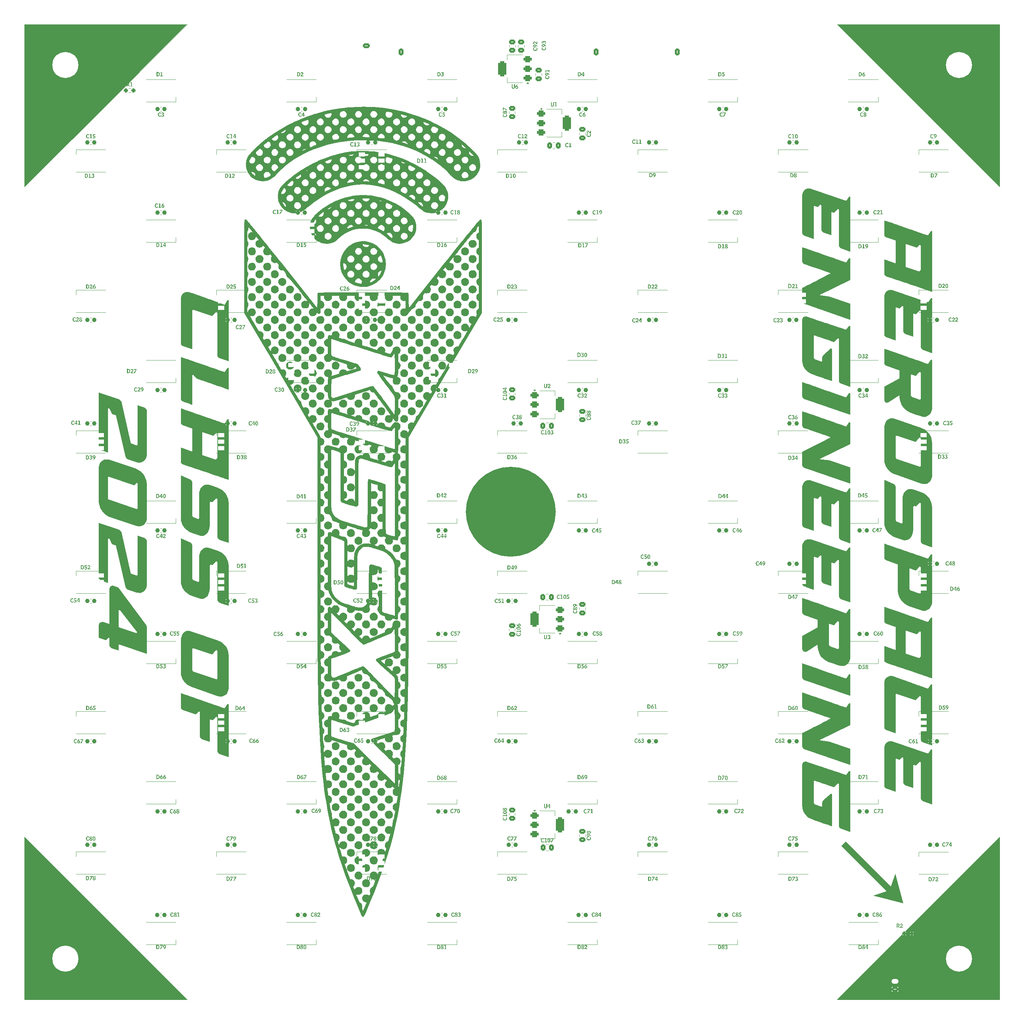
<source format=gto>
G04 #@! TF.GenerationSoftware,KiCad,Pcbnew,8.0.5*
G04 #@! TF.CreationDate,2024-10-14T18:30:02-05:00*
G04 #@! TF.ProjectId,morg_grad_cap,6d6f7267-5f67-4726-9164-5f6361702e6b,rev?*
G04 #@! TF.SameCoordinates,Original*
G04 #@! TF.FileFunction,Legend,Top*
G04 #@! TF.FilePolarity,Positive*
%FSLAX46Y46*%
G04 Gerber Fmt 4.6, Leading zero omitted, Abs format (unit mm)*
G04 Created by KiCad (PCBNEW 8.0.5) date 2024-10-14 18:30:02*
%MOMM*%
%LPD*%
G01*
G04 APERTURE LIST*
G04 Aperture macros list*
%AMRoundRect*
0 Rectangle with rounded corners*
0 $1 Rounding radius*
0 $2 $3 $4 $5 $6 $7 $8 $9 X,Y pos of 4 corners*
0 Add a 4 corners polygon primitive as box body*
4,1,4,$2,$3,$4,$5,$6,$7,$8,$9,$2,$3,0*
0 Add four circle primitives for the rounded corners*
1,1,$1+$1,$2,$3*
1,1,$1+$1,$4,$5*
1,1,$1+$1,$6,$7*
1,1,$1+$1,$8,$9*
0 Add four rect primitives between the rounded corners*
20,1,$1+$1,$2,$3,$4,$5,0*
20,1,$1+$1,$4,$5,$6,$7,0*
20,1,$1+$1,$6,$7,$8,$9,0*
20,1,$1+$1,$8,$9,$2,$3,0*%
G04 Aperture macros list end*
%ADD10C,2.000000*%
%ADD11C,0.150000*%
%ADD12C,0.100000*%
%ADD13C,11.050000*%
%ADD14C,0.125000*%
%ADD15C,0.120000*%
%ADD16C,0.000000*%
%ADD17O,1.750000X1.200000*%
%ADD18RoundRect,0.250000X0.625000X-0.350000X0.625000X0.350000X-0.625000X0.350000X-0.625000X-0.350000X0*%
%ADD19C,6.400000*%
%ADD20RoundRect,0.375000X0.625000X0.375000X-0.625000X0.375000X-0.625000X-0.375000X0.625000X-0.375000X0*%
%ADD21RoundRect,0.500000X0.500000X1.400000X-0.500000X1.400000X-0.500000X-1.400000X0.500000X-1.400000X0*%
%ADD22O,1.200000X1.750000*%
%ADD23RoundRect,0.250000X-0.350000X-0.625000X0.350000X-0.625000X0.350000X0.625000X-0.350000X0.625000X0*%
%ADD24RoundRect,0.250000X0.475000X-0.337500X0.475000X0.337500X-0.475000X0.337500X-0.475000X-0.337500X0*%
%ADD25RoundRect,0.250000X-0.475000X0.337500X-0.475000X-0.337500X0.475000X-0.337500X0.475000X0.337500X0*%
%ADD26RoundRect,0.250000X-0.337500X-0.475000X0.337500X-0.475000X0.337500X0.475000X-0.337500X0.475000X0*%
%ADD27RoundRect,0.250000X0.337500X0.475000X-0.337500X0.475000X-0.337500X-0.475000X0.337500X-0.475000X0*%
%ADD28RoundRect,0.237500X-0.300000X-0.237500X0.300000X-0.237500X0.300000X0.237500X-0.300000X0.237500X0*%
%ADD29R,1.500000X1.000000*%
%ADD30RoundRect,0.237500X0.300000X0.237500X-0.300000X0.237500X-0.300000X-0.237500X0.300000X-0.237500X0*%
%ADD31RoundRect,0.375000X-0.625000X-0.375000X0.625000X-0.375000X0.625000X0.375000X-0.625000X0.375000X0*%
%ADD32RoundRect,0.500000X-0.500000X-1.400000X0.500000X-1.400000X0.500000X1.400000X-0.500000X1.400000X0*%
%ADD33RoundRect,0.237500X-0.250000X-0.237500X0.250000X-0.237500X0.250000X0.237500X-0.250000X0.237500X0*%
G04 APERTURE END LIST*
D10*
G36*
X216275334Y-216360648D02*
G01*
X208938793Y-214447068D01*
X212140758Y-213331389D01*
X201015052Y-202205683D01*
X202120369Y-201100366D01*
X213246075Y-212226072D01*
X214361754Y-209024107D01*
X216275334Y-216360648D01*
G37*
D11*
G36*
X40617669Y-65925432D02*
G01*
X41189085Y-66126546D01*
X41758622Y-66326787D01*
X42109504Y-66450066D01*
X42679246Y-66650307D01*
X43260071Y-66856089D01*
X43797711Y-67047972D01*
X44395128Y-67262192D01*
X44990467Y-67473642D01*
X45529881Y-67663464D01*
X46107053Y-67867829D01*
X46701937Y-68078924D01*
X47124298Y-68229130D01*
X47692515Y-68433296D01*
X48274819Y-68643626D01*
X48416831Y-68695146D01*
X48971693Y-68893967D01*
X49228695Y-68982375D01*
X49920390Y-67918454D01*
X50131416Y-67839319D01*
X50257445Y-68018105D01*
X50257445Y-82942320D01*
X47942023Y-82165627D01*
X47575659Y-81878398D01*
X47443768Y-81441692D01*
X47443768Y-70940226D01*
X47314808Y-70761440D01*
X47100851Y-70820059D01*
X46195198Y-71816569D01*
X41476427Y-70213359D01*
X41253677Y-70348181D01*
X41253677Y-79938133D01*
X38938255Y-79143855D01*
X38498875Y-78755085D01*
X38440000Y-78434574D01*
X38440000Y-67461231D01*
X38548810Y-66871018D01*
X38633440Y-66693331D01*
X39003668Y-66235233D01*
X39131695Y-66136458D01*
X39681196Y-65888349D01*
X39823391Y-65858021D01*
X40416352Y-65870660D01*
X40617669Y-65925432D01*
G37*
G36*
X38440000Y-81852019D02*
G01*
X39003056Y-82047017D01*
X39676865Y-82280717D01*
X40317330Y-82503255D01*
X40924450Y-82714630D01*
X41498225Y-82914842D01*
X42142740Y-83140362D01*
X42346908Y-83211964D01*
X42938392Y-83419040D01*
X43501642Y-83616018D01*
X44123085Y-83833063D01*
X44706099Y-84036363D01*
X45175240Y-84199682D01*
X45766369Y-84404846D01*
X46323426Y-84598286D01*
X46909388Y-84801893D01*
X47335324Y-84949996D01*
X47927002Y-85154587D01*
X48518681Y-85358034D01*
X49110359Y-85560336D01*
X49228695Y-85600659D01*
X49920390Y-84568977D01*
X50131416Y-84501566D01*
X50257445Y-84689144D01*
X50257445Y-89920826D01*
X49684887Y-89722715D01*
X49047636Y-89502003D01*
X48443484Y-89292511D01*
X47872431Y-89094240D01*
X47484801Y-88959486D01*
X46895137Y-88754689D01*
X46339546Y-88562347D01*
X45755232Y-88360853D01*
X45330579Y-88215034D01*
X44765748Y-88022521D01*
X44197989Y-87827286D01*
X43686336Y-87649368D01*
X43098333Y-87447730D01*
X42529337Y-87256591D01*
X42423112Y-87221454D01*
X42288290Y-87069047D01*
X42042093Y-86796472D01*
X41646411Y-86351070D01*
X41593663Y-86292354D01*
X41379706Y-86248391D01*
X41253677Y-86427177D01*
X41253677Y-93651880D01*
X40778869Y-93473094D01*
X40224068Y-93269318D01*
X40163377Y-93247414D01*
X39594047Y-93046738D01*
X39512714Y-93018802D01*
X38954077Y-92830697D01*
X38938255Y-92825362D01*
X38488657Y-92417072D01*
X38440000Y-92116081D01*
X38440000Y-81852019D01*
G37*
G36*
X39000108Y-94699524D02*
G01*
X39595970Y-94900862D01*
X39799944Y-94970791D01*
X40393960Y-95176227D01*
X40968236Y-95376812D01*
X41575142Y-95590562D01*
X41637627Y-95612662D01*
X42210297Y-95814002D01*
X42797342Y-96019051D01*
X43398760Y-96227810D01*
X43739092Y-96345390D01*
X44351072Y-96557627D01*
X44950533Y-96765690D01*
X45537474Y-96969580D01*
X45858143Y-97081049D01*
X46421926Y-97276594D01*
X47021161Y-97484620D01*
X47591773Y-97682914D01*
X47757376Y-97740505D01*
X48325858Y-97935866D01*
X48904829Y-98130134D01*
X49211109Y-98229968D01*
X49920390Y-97201217D01*
X50131416Y-97122082D01*
X50257445Y-97300868D01*
X50257445Y-112140086D01*
X49677537Y-111940189D01*
X49078771Y-111735838D01*
X49026461Y-111718035D01*
X48418088Y-111510521D01*
X47816335Y-111304441D01*
X47235112Y-111104775D01*
X47100851Y-111058579D01*
X46481838Y-110847837D01*
X45913699Y-110655450D01*
X45328707Y-110458300D01*
X44803014Y-110281887D01*
X44201444Y-110081119D01*
X43610132Y-109883283D01*
X43029078Y-109688377D01*
X42458283Y-109496402D01*
X41837905Y-109288828D01*
X41249521Y-109091455D01*
X40693131Y-108904283D01*
X40397850Y-108804706D01*
X39807234Y-108607740D01*
X39233361Y-108417825D01*
X38947048Y-108324036D01*
X38499914Y-107944463D01*
X38440000Y-107617686D01*
X38440000Y-105996890D01*
X43692198Y-105996890D01*
X47033440Y-107128223D01*
X47443768Y-106773583D01*
X47443768Y-100712452D01*
X47314808Y-100533666D01*
X47103782Y-100592285D01*
X46488290Y-101269326D01*
X43692198Y-100305055D01*
X43692198Y-105996890D01*
X38440000Y-105996890D01*
X38440000Y-104121105D01*
X41253677Y-105167442D01*
X41253677Y-99478537D01*
X38938255Y-98669605D01*
X38488657Y-98261315D01*
X38440000Y-97960324D01*
X38440000Y-94516500D01*
X39000108Y-94699524D01*
G37*
G36*
X40790593Y-112034574D02*
G01*
X41127648Y-112304218D01*
X41253677Y-112726269D01*
X41253677Y-120950414D01*
X41452979Y-121287470D01*
X42742581Y-121741761D01*
X42941884Y-121557114D01*
X42941884Y-115815453D01*
X42985032Y-115225077D01*
X43126173Y-114650709D01*
X43138255Y-114616709D01*
X43410177Y-114073998D01*
X43692198Y-113740366D01*
X44198925Y-113410638D01*
X44556817Y-113300728D01*
X45159189Y-113289703D01*
X45676427Y-113420896D01*
X47540488Y-114045181D01*
X48084173Y-114274525D01*
X48589755Y-114593262D01*
X49050642Y-114990401D01*
X49454375Y-115454950D01*
X49770665Y-115949757D01*
X50016114Y-116499947D01*
X50043489Y-116577491D01*
X50197061Y-117181433D01*
X50255565Y-117778813D01*
X50257445Y-117911056D01*
X50257445Y-127632899D01*
X49689695Y-127439871D01*
X49108527Y-127246018D01*
X48527359Y-127056302D01*
X47959609Y-126873792D01*
X47504722Y-126492956D01*
X47443768Y-126164511D01*
X47443768Y-116829549D01*
X47306015Y-116650763D01*
X47080334Y-116712313D01*
X46242093Y-117574001D01*
X45787801Y-117436248D01*
X45567983Y-117623827D01*
X45567983Y-123380142D01*
X45525479Y-123970046D01*
X45374542Y-124570093D01*
X45110142Y-125105695D01*
X44835254Y-125437644D01*
X44343181Y-125768746D01*
X43994082Y-125877281D01*
X43406754Y-125890676D01*
X42903782Y-125760045D01*
X41086615Y-125135760D01*
X40536198Y-124882010D01*
X40072519Y-124593541D01*
X39594262Y-124197369D01*
X39231346Y-123784608D01*
X38908946Y-123280491D01*
X38656887Y-122711894D01*
X38501211Y-122123021D01*
X38441906Y-121522275D01*
X38440000Y-121387121D01*
X38440000Y-111038063D01*
X40790593Y-112034574D01*
G37*
G36*
X40790593Y-127533248D02*
G01*
X41127648Y-127802892D01*
X41253677Y-128224943D01*
X41253677Y-136449089D01*
X41452979Y-136786144D01*
X42742581Y-137240435D01*
X42941884Y-137055788D01*
X42941884Y-131314127D01*
X42985032Y-130723751D01*
X43126173Y-130149383D01*
X43138255Y-130115383D01*
X43410177Y-129572672D01*
X43692198Y-129239040D01*
X44198925Y-128909312D01*
X44556817Y-128799403D01*
X45159189Y-128788377D01*
X45676427Y-128919570D01*
X47540488Y-129543855D01*
X48084173Y-129773199D01*
X48589755Y-130091936D01*
X49050642Y-130489075D01*
X49454375Y-130953625D01*
X49770665Y-131448431D01*
X50016114Y-131998621D01*
X50043489Y-132076165D01*
X50197061Y-132680108D01*
X50255565Y-133277487D01*
X50257445Y-133409731D01*
X50257445Y-143131573D01*
X49689695Y-142938545D01*
X49108527Y-142744692D01*
X48527359Y-142554976D01*
X47959609Y-142372466D01*
X47504722Y-141991630D01*
X47443768Y-141663185D01*
X47443768Y-132328223D01*
X47306015Y-132149437D01*
X47080334Y-132210987D01*
X46242093Y-133072675D01*
X45787801Y-132934922D01*
X45567983Y-133122501D01*
X45567983Y-138878816D01*
X45525479Y-139468720D01*
X45374542Y-140068768D01*
X45110142Y-140604369D01*
X44835254Y-140936318D01*
X44343181Y-141267420D01*
X43994082Y-141375955D01*
X43406754Y-141389350D01*
X42903782Y-141258719D01*
X41086615Y-140634434D01*
X40536198Y-140380684D01*
X40072519Y-140092215D01*
X39594262Y-139696043D01*
X39231346Y-139283283D01*
X38908946Y-138779165D01*
X38656887Y-138210568D01*
X38501211Y-137621695D01*
X38441906Y-137020949D01*
X38440000Y-136885795D01*
X38440000Y-126536737D01*
X40790593Y-127533248D01*
G37*
G36*
X41142302Y-149409591D02*
G01*
X47572728Y-151622431D01*
X48142900Y-151866596D01*
X48610272Y-152161719D01*
X49065296Y-152552264D01*
X49463168Y-153014615D01*
X49795094Y-153544378D01*
X50033073Y-154098261D01*
X50046420Y-154137156D01*
X50197888Y-154741098D01*
X50255591Y-155338478D01*
X50257445Y-155470722D01*
X50257445Y-162950414D01*
X50214941Y-163538214D01*
X50064005Y-164137435D01*
X49795380Y-164672624D01*
X49515924Y-164999123D01*
X49019959Y-165322669D01*
X48671821Y-165429968D01*
X48083154Y-165448927D01*
X47572728Y-165330317D01*
X41142302Y-163099891D01*
X40581084Y-162858208D01*
X40110621Y-162569396D01*
X39650467Y-162185446D01*
X39248932Y-161725292D01*
X38917006Y-161195530D01*
X38673703Y-160641647D01*
X38659818Y-160602752D01*
X38502038Y-159994945D01*
X38441931Y-159386987D01*
X38440000Y-159251601D01*
X38440000Y-153679933D01*
X41253677Y-153679933D01*
X41253677Y-158932131D01*
X41476427Y-159251601D01*
X47221018Y-161227037D01*
X47443768Y-161042389D01*
X47443768Y-154169396D01*
X47314808Y-153984748D01*
X47100851Y-154034574D01*
X46145373Y-155080910D01*
X41476427Y-153495285D01*
X41253677Y-153679933D01*
X38440000Y-153679933D01*
X38440000Y-151789493D01*
X38482503Y-151201049D01*
X38633440Y-150599542D01*
X38902065Y-150063013D01*
X39181521Y-149729061D01*
X39680921Y-149399333D01*
X40034417Y-149289424D01*
X40630194Y-149278398D01*
X41142302Y-149409591D01*
G37*
G36*
X38440000Y-164609312D02*
G01*
X38997617Y-164793092D01*
X39571378Y-164988327D01*
X39670983Y-165022571D01*
X40252690Y-165223001D01*
X40822386Y-165420837D01*
X41431009Y-165633558D01*
X41494012Y-165655648D01*
X42073715Y-165858379D01*
X42671965Y-166067602D01*
X43288762Y-166283316D01*
X43639441Y-166405962D01*
X44200345Y-166603433D01*
X44819976Y-166821208D01*
X45427551Y-167034346D01*
X45825903Y-167173862D01*
X46406662Y-167378370D01*
X46961919Y-167573142D01*
X47548960Y-167778134D01*
X47774961Y-167856765D01*
X48351378Y-168057478D01*
X48929009Y-168256285D01*
X49228695Y-168357951D01*
X49920390Y-167326269D01*
X50131416Y-167258858D01*
X50257445Y-167446437D01*
X50257445Y-180377630D01*
X47942023Y-179551112D01*
X47575659Y-179255090D01*
X47443768Y-178806660D01*
X47443768Y-170585446D01*
X47314808Y-170406660D01*
X47103782Y-170450624D01*
X46335882Y-171312313D01*
X45567983Y-171042668D01*
X45567983Y-176646576D01*
X43645303Y-175987121D01*
X43190416Y-175598351D01*
X43129462Y-175277839D01*
X43129462Y-169269465D01*
X43012226Y-169090680D01*
X42809993Y-169149298D01*
X42590174Y-169404287D01*
X42373286Y-169638761D01*
X42153468Y-169876165D01*
X38944117Y-168762417D01*
X38499568Y-168380259D01*
X38440000Y-168053136D01*
X38440000Y-164609312D01*
G37*
G36*
X23332896Y-92309521D02*
G01*
X23786100Y-92706614D01*
X23834082Y-92848810D01*
X26099678Y-102978049D01*
X26219846Y-103130457D01*
X27594445Y-103602334D01*
X27761507Y-103578886D01*
X27846503Y-103417686D01*
X27846503Y-93760324D01*
X29581605Y-94334783D01*
X30036492Y-94724875D01*
X30097445Y-95044064D01*
X30097445Y-105932410D01*
X30016851Y-106527732D01*
X29868834Y-106879096D01*
X29494799Y-107363200D01*
X29282651Y-107535621D01*
X28746786Y-107797571D01*
X28476650Y-107858021D01*
X27862578Y-107846813D01*
X27579790Y-107773025D01*
X25346434Y-107013918D01*
X24902904Y-106616825D01*
X24859902Y-106474630D01*
X22444829Y-96210568D01*
X21539176Y-95905753D01*
X21454180Y-95762138D01*
X21301772Y-95448530D01*
X21108332Y-95026479D01*
X20900237Y-94554602D01*
X20680418Y-94452020D01*
X20530942Y-94639598D01*
X20530942Y-105393122D01*
X19396678Y-105020896D01*
X19121172Y-104944692D01*
X18813426Y-104836249D01*
X18343031Y-104454091D01*
X18280000Y-104126967D01*
X18280000Y-90621315D01*
X23332896Y-92309521D01*
G37*
G36*
X20809378Y-107151671D02*
G01*
X27266182Y-109329340D01*
X27839428Y-109574060D01*
X28361154Y-109896060D01*
X28426824Y-109944832D01*
X28884536Y-110342180D01*
X29273984Y-110792336D01*
X29320753Y-110856346D01*
X29632363Y-111361843D01*
X29869269Y-111911132D01*
X29895212Y-111987679D01*
X30040370Y-112574363D01*
X30096655Y-113180367D01*
X30097445Y-113262627D01*
X30097445Y-121653834D01*
X30002777Y-122259649D01*
X29877627Y-122547763D01*
X29511652Y-123031867D01*
X29303168Y-123204288D01*
X28769696Y-123474550D01*
X28494235Y-123544274D01*
X27890404Y-123553590D01*
X27568066Y-123476863D01*
X21111263Y-121299193D01*
X20537373Y-121053830D01*
X20013715Y-120729898D01*
X19947690Y-120680771D01*
X19491437Y-120283423D01*
X19100873Y-119833267D01*
X19053761Y-119769256D01*
X18744255Y-119265219D01*
X18508164Y-118714814D01*
X18482233Y-118637923D01*
X18337075Y-118051884D01*
X18280789Y-117447812D01*
X18280000Y-117365907D01*
X18280000Y-111524595D01*
X20530942Y-111524595D01*
X20530942Y-116741622D01*
X20662833Y-116908684D01*
X27597376Y-119288586D01*
X27761507Y-119262208D01*
X27846503Y-119103939D01*
X27846503Y-113042808D01*
X27729267Y-112864022D01*
X27529965Y-112907986D01*
X26929127Y-113500031D01*
X20780069Y-111337016D01*
X20613007Y-111363394D01*
X20530942Y-111524595D01*
X18280000Y-111524595D01*
X18280000Y-108974699D01*
X18374667Y-108367622D01*
X18499818Y-108077840D01*
X18864408Y-107593735D01*
X19071346Y-107421315D01*
X19606078Y-107153697D01*
X19880279Y-107084260D01*
X20486695Y-107074943D01*
X20809378Y-107151671D01*
G37*
G36*
X23332896Y-124385446D02*
G01*
X23786100Y-124782539D01*
X23834082Y-124924734D01*
X26099678Y-135053974D01*
X26219846Y-135206381D01*
X27594445Y-135678258D01*
X27761507Y-135654811D01*
X27846503Y-135493611D01*
X27846503Y-125836249D01*
X29581605Y-126410708D01*
X30036492Y-126800800D01*
X30097445Y-127119989D01*
X30097445Y-138008335D01*
X30016851Y-138603657D01*
X29868834Y-138955020D01*
X29494799Y-139439125D01*
X29282651Y-139611545D01*
X28746786Y-139873496D01*
X28476650Y-139933946D01*
X27862578Y-139922737D01*
X27579790Y-139848949D01*
X25346434Y-139089842D01*
X24902904Y-138692749D01*
X24859902Y-138550554D01*
X22444829Y-128286493D01*
X21539176Y-127981678D01*
X21454180Y-127838063D01*
X21301772Y-127524455D01*
X21108332Y-127102403D01*
X20900237Y-126630526D01*
X20680418Y-126527944D01*
X20530942Y-126715523D01*
X20530942Y-137469047D01*
X19396678Y-137096821D01*
X19121172Y-137020617D01*
X18813426Y-136912173D01*
X18343031Y-136530015D01*
X18280000Y-136202892D01*
X18280000Y-122697239D01*
X23332896Y-124385446D01*
G37*
G36*
X21893817Y-138166604D02*
G01*
X23098422Y-138571071D01*
X29947969Y-147823967D01*
X30097445Y-148263604D01*
X30097445Y-154963674D01*
X23157041Y-152601357D01*
X23157041Y-154137156D01*
X21421939Y-153562697D01*
X20967052Y-153181861D01*
X20906099Y-152853415D01*
X20906099Y-151150554D01*
X20783000Y-150971768D01*
X20577836Y-151012801D01*
X20006308Y-151572606D01*
X18280000Y-150998147D01*
X18280000Y-147823967D01*
X18524593Y-147275794D01*
X18599469Y-147214336D01*
X19182392Y-147081570D01*
X19299958Y-147114685D01*
X20906099Y-147621734D01*
X20906099Y-144277560D01*
X23157041Y-144277560D01*
X23157041Y-148246018D01*
X23291863Y-148430666D01*
X27412728Y-149814057D01*
X27623754Y-149746646D01*
X27614961Y-149529759D01*
X23494096Y-144160324D01*
X23283070Y-144098775D01*
X23157041Y-144277560D01*
X20906099Y-144277560D01*
X20906099Y-138875886D01*
X21125187Y-138324802D01*
X21213845Y-138251601D01*
X21802409Y-138138440D01*
X21893817Y-138166604D01*
G37*
G36*
X212150108Y-48412675D02*
G01*
X212745970Y-48614013D01*
X212949944Y-48683942D01*
X213543960Y-48889378D01*
X214118236Y-49089963D01*
X214725142Y-49303713D01*
X214787627Y-49325813D01*
X215360297Y-49527153D01*
X215947342Y-49732202D01*
X216548760Y-49940961D01*
X216889092Y-50058541D01*
X217501072Y-50270778D01*
X218100533Y-50478841D01*
X218687474Y-50682731D01*
X219008143Y-50794201D01*
X219571926Y-50989745D01*
X220171161Y-51197771D01*
X220741773Y-51396065D01*
X220907376Y-51453656D01*
X221475858Y-51649017D01*
X222054829Y-51843285D01*
X222361109Y-51943119D01*
X223070390Y-50914368D01*
X223281416Y-50835233D01*
X223407445Y-51014019D01*
X223407445Y-65853238D01*
X222827537Y-65653340D01*
X222228771Y-65448989D01*
X222176461Y-65431186D01*
X221568088Y-65223672D01*
X220966335Y-65017592D01*
X220385112Y-64817926D01*
X220250851Y-64771730D01*
X219631838Y-64560988D01*
X219063699Y-64368601D01*
X218478707Y-64171451D01*
X217953014Y-63995038D01*
X217351444Y-63794270D01*
X216760132Y-63596434D01*
X216179078Y-63401528D01*
X215608283Y-63209553D01*
X214987905Y-63001979D01*
X214399521Y-62804606D01*
X213843131Y-62617434D01*
X213547850Y-62517857D01*
X212957234Y-62320891D01*
X212383361Y-62130977D01*
X212097048Y-62037187D01*
X211649914Y-61657614D01*
X211590000Y-61330837D01*
X211590000Y-59710041D01*
X216842198Y-59710041D01*
X220183440Y-60841374D01*
X220593768Y-60486734D01*
X220593768Y-54425603D01*
X220464808Y-54246817D01*
X220253782Y-54305436D01*
X219638290Y-54982477D01*
X216842198Y-54018206D01*
X216842198Y-59710041D01*
X211590000Y-59710041D01*
X211590000Y-57834256D01*
X214403677Y-58880593D01*
X214403677Y-53191688D01*
X212088255Y-52382756D01*
X211638657Y-51974466D01*
X211590000Y-51673475D01*
X211590000Y-48229651D01*
X212150108Y-48412675D01*
G37*
G36*
X213735429Y-65442910D02*
G01*
X222378695Y-68397271D01*
X222657131Y-68051423D01*
X222981493Y-67557833D01*
X223070390Y-67418346D01*
X223281416Y-67342142D01*
X223407445Y-67520928D01*
X223407445Y-80923998D01*
X221092023Y-80115066D01*
X220652644Y-79724974D01*
X220593768Y-79405785D01*
X220593768Y-70574940D01*
X220464808Y-70396154D01*
X220253782Y-70457704D01*
X219418471Y-71369218D01*
X218717983Y-71114228D01*
X218717983Y-76888129D01*
X216795303Y-76231605D01*
X216340416Y-75841513D01*
X216279462Y-75522323D01*
X216279462Y-69493433D01*
X216159295Y-69317578D01*
X215954131Y-69358611D01*
X215376741Y-69985827D01*
X214403677Y-69645840D01*
X214403677Y-77834815D01*
X212088255Y-77008297D01*
X211638657Y-76600007D01*
X211590000Y-76299016D01*
X211590000Y-66961123D01*
X211702699Y-66364922D01*
X211774647Y-66210809D01*
X212154922Y-65737810D01*
X212264110Y-65653935D01*
X212813610Y-65405827D01*
X212955806Y-65375499D01*
X213564886Y-65393602D01*
X213735429Y-65442910D01*
G37*
G36*
X212171351Y-80029726D02*
G01*
X212750023Y-80228112D01*
X213067180Y-80337815D01*
X213624111Y-80532332D01*
X214206802Y-80734863D01*
X214815253Y-80945408D01*
X214940034Y-80988478D01*
X215510154Y-81186985D01*
X216089548Y-81390128D01*
X216678215Y-81597908D01*
X217009260Y-81715345D01*
X217602384Y-81926886D01*
X218184843Y-82132863D01*
X218756637Y-82333276D01*
X219069692Y-82442212D01*
X219679059Y-82654073D01*
X220261521Y-82857348D01*
X220817078Y-83052036D01*
X220924961Y-83089944D01*
X221485510Y-83287383D01*
X222065819Y-83489464D01*
X222378695Y-83596992D01*
X223070390Y-82585827D01*
X223281416Y-82509623D01*
X223407445Y-82703063D01*
X223407445Y-94098457D01*
X223364297Y-94688361D01*
X223211074Y-95288409D01*
X222938224Y-95823598D01*
X222654200Y-96150097D01*
X222146328Y-96471124D01*
X221786650Y-96578011D01*
X221189842Y-96596970D01*
X220684626Y-96478360D01*
X220084418Y-96279149D01*
X219497580Y-96086464D01*
X218987627Y-95921486D01*
X218425429Y-95727462D01*
X217869472Y-95501598D01*
X217806468Y-95473056D01*
X217286323Y-95196909D01*
X216933056Y-94951353D01*
X216480324Y-94525432D01*
X216162226Y-94148283D01*
X215835383Y-93647715D01*
X215658108Y-93245561D01*
X215489449Y-92661746D01*
X215435359Y-92375080D01*
X215372997Y-91789412D01*
X215367948Y-91674591D01*
X215341570Y-91278918D01*
X212703747Y-93002295D01*
X212325659Y-93119532D01*
X211965157Y-93025743D01*
X211695512Y-92764891D01*
X211590000Y-92378011D01*
X211590000Y-89186245D01*
X215341570Y-87111158D01*
X215341570Y-86146887D01*
X218155247Y-86146887D01*
X218155247Y-91381500D01*
X218380928Y-91718555D01*
X218539197Y-91768381D01*
X218703328Y-91826999D01*
X218920216Y-91888548D01*
X219392093Y-92046817D01*
X219861039Y-92208018D01*
X220121891Y-92293014D01*
X220368087Y-92378011D01*
X220593768Y-92208018D01*
X220593768Y-85707250D01*
X220461877Y-85531395D01*
X220244989Y-85572428D01*
X219957759Y-85900690D01*
X219670530Y-86214298D01*
X219512260Y-86384291D01*
X219356922Y-86551353D01*
X218155247Y-86146887D01*
X215341570Y-86146887D01*
X215341570Y-85203133D01*
X212082393Y-84036629D01*
X211638085Y-83629598D01*
X211590000Y-83327348D01*
X211590000Y-79833698D01*
X212171351Y-80029726D01*
G37*
G36*
X214292302Y-97096783D02*
G01*
X220722728Y-99309623D01*
X221292900Y-99553787D01*
X221760272Y-99848911D01*
X222215296Y-100239455D01*
X222613168Y-100701807D01*
X222945094Y-101231570D01*
X223183073Y-101785452D01*
X223196420Y-101824347D01*
X223347888Y-102428290D01*
X223405591Y-103025670D01*
X223407445Y-103157913D01*
X223407445Y-110637606D01*
X223364941Y-111225406D01*
X223214005Y-111824626D01*
X222945380Y-112359816D01*
X222665924Y-112686315D01*
X222169959Y-113009860D01*
X221821821Y-113117159D01*
X221233154Y-113136119D01*
X220722728Y-113017508D01*
X214292302Y-110787083D01*
X213731084Y-110545400D01*
X213260621Y-110256587D01*
X212800467Y-109872637D01*
X212398932Y-109412484D01*
X212067006Y-108882721D01*
X211823703Y-108328838D01*
X211809818Y-108289944D01*
X211652038Y-107682137D01*
X211591931Y-107074178D01*
X211590000Y-106938792D01*
X211590000Y-101367124D01*
X214403677Y-101367124D01*
X214403677Y-106619323D01*
X214626427Y-106938792D01*
X220371018Y-108914228D01*
X220593768Y-108729581D01*
X220593768Y-101856587D01*
X220464808Y-101671940D01*
X220250851Y-101721765D01*
X219295373Y-102768101D01*
X214626427Y-101182477D01*
X214403677Y-101367124D01*
X211590000Y-101367124D01*
X211590000Y-99476685D01*
X211632503Y-98888241D01*
X211783440Y-98286734D01*
X212052065Y-97750205D01*
X212331521Y-97416252D01*
X212830921Y-97086524D01*
X213184417Y-96976615D01*
X213780194Y-96965590D01*
X214292302Y-97096783D01*
G37*
G36*
X213940593Y-113123021D02*
G01*
X214277648Y-113392665D01*
X214403677Y-113814717D01*
X214403677Y-122038862D01*
X214602979Y-122375917D01*
X215892581Y-122830209D01*
X216091884Y-122645561D01*
X216091884Y-116903900D01*
X216135032Y-116313524D01*
X216276173Y-115739157D01*
X216288255Y-115705157D01*
X216560177Y-115162445D01*
X216842198Y-114828813D01*
X217348925Y-114499085D01*
X217706817Y-114389176D01*
X218309189Y-114378151D01*
X218826427Y-114509344D01*
X220690488Y-115133628D01*
X221234173Y-115362972D01*
X221739755Y-115681709D01*
X222200642Y-116078848D01*
X222604375Y-116543398D01*
X222920665Y-117038204D01*
X223166114Y-117588395D01*
X223193489Y-117665938D01*
X223347061Y-118269881D01*
X223405565Y-118867261D01*
X223407445Y-118999504D01*
X223407445Y-128721346D01*
X222839695Y-128528318D01*
X222258527Y-128334466D01*
X221677359Y-128144749D01*
X221109609Y-127962240D01*
X220654722Y-127581404D01*
X220593768Y-127252958D01*
X220593768Y-117917997D01*
X220456015Y-117739211D01*
X220230334Y-117800760D01*
X219392093Y-118662449D01*
X218937801Y-118524696D01*
X218717983Y-118712275D01*
X218717983Y-124468590D01*
X218675479Y-125058494D01*
X218524542Y-125658541D01*
X218260142Y-126194143D01*
X217985254Y-126526092D01*
X217493181Y-126857193D01*
X217144082Y-126965729D01*
X216556754Y-126979124D01*
X216053782Y-126848492D01*
X214236615Y-126224208D01*
X213686198Y-125970457D01*
X213222519Y-125681988D01*
X212744262Y-125285817D01*
X212381346Y-124873056D01*
X212058946Y-124368939D01*
X211806887Y-123800342D01*
X211651211Y-123211468D01*
X211591906Y-122610722D01*
X211590000Y-122475568D01*
X211590000Y-112126510D01*
X213940593Y-113123021D01*
G37*
G36*
X212179877Y-128003919D02*
G01*
X212750401Y-128201498D01*
X212847362Y-128234815D01*
X213407123Y-128428161D01*
X214006366Y-128637438D01*
X214585394Y-128841514D01*
X215193730Y-129054749D01*
X215760321Y-129251066D01*
X216344996Y-129451556D01*
X216610655Y-129542002D01*
X217211275Y-129745738D01*
X217806331Y-129948083D01*
X218395823Y-130149036D01*
X218720914Y-130260076D01*
X219298530Y-130456780D01*
X219860845Y-130647919D01*
X220467693Y-130853770D01*
X220705143Y-130934187D01*
X221275354Y-131127100D01*
X221852999Y-131319470D01*
X222378695Y-131491060D01*
X223070390Y-130497480D01*
X223281416Y-130418346D01*
X223407445Y-130597131D01*
X223407445Y-141840118D01*
X223363688Y-142438540D01*
X223206518Y-143030401D01*
X223178834Y-143097480D01*
X222876206Y-143627106D01*
X222577997Y-143941584D01*
X222069437Y-144240857D01*
X221719239Y-144331395D01*
X221131802Y-144328894D01*
X220722728Y-144220021D01*
X217668715Y-143159030D01*
X217107497Y-142912578D01*
X216637034Y-142616810D01*
X216176880Y-142226266D01*
X215775345Y-141763914D01*
X215443419Y-141236350D01*
X215200116Y-140688521D01*
X215186231Y-140650167D01*
X215028451Y-140052535D01*
X214968345Y-139457560D01*
X214966413Y-139325394D01*
X214966413Y-133873893D01*
X217780090Y-133873893D01*
X217780090Y-138953168D01*
X217979392Y-139275568D01*
X220376880Y-140119672D01*
X220409120Y-140128464D01*
X220461877Y-140119672D01*
X220593768Y-139932093D01*
X220593768Y-133618904D01*
X220467739Y-133440118D01*
X220259644Y-133484082D01*
X219412609Y-134445422D01*
X217780090Y-133873893D01*
X214966413Y-133873893D01*
X214966413Y-132909623D01*
X212097048Y-131930697D01*
X211649914Y-131549862D01*
X211590000Y-131221416D01*
X211590000Y-127795178D01*
X212179877Y-128003919D01*
G37*
G36*
X212150108Y-143550149D02*
G01*
X212745970Y-143751486D01*
X212949944Y-143821416D01*
X213543960Y-144026852D01*
X214118236Y-144227437D01*
X214725142Y-144441187D01*
X214787627Y-144463286D01*
X215360297Y-144664626D01*
X215947342Y-144869676D01*
X216548760Y-145078435D01*
X216889092Y-145196015D01*
X217501072Y-145408251D01*
X218100533Y-145616315D01*
X218687474Y-145820205D01*
X219008143Y-145931674D01*
X219571926Y-146127218D01*
X220171161Y-146335245D01*
X220741773Y-146533539D01*
X220907376Y-146591130D01*
X221475858Y-146786491D01*
X222054829Y-146980758D01*
X222361109Y-147080593D01*
X223070390Y-146051842D01*
X223281416Y-145972707D01*
X223407445Y-146151493D01*
X223407445Y-160990711D01*
X222827537Y-160790814D01*
X222228771Y-160586463D01*
X222176461Y-160568660D01*
X221568088Y-160361146D01*
X220966335Y-160155066D01*
X220385112Y-159955400D01*
X220250851Y-159909204D01*
X219631838Y-159698462D01*
X219063699Y-159506075D01*
X218478707Y-159308925D01*
X217953014Y-159132512D01*
X217351444Y-158931744D01*
X216760132Y-158733907D01*
X216179078Y-158539002D01*
X215608283Y-158347027D01*
X214987905Y-158139453D01*
X214399521Y-157942080D01*
X213843131Y-157754908D01*
X213547850Y-157655331D01*
X212957234Y-157458364D01*
X212383361Y-157268450D01*
X212097048Y-157174661D01*
X211649914Y-156795088D01*
X211590000Y-156468311D01*
X211590000Y-154847515D01*
X216842198Y-154847515D01*
X220183440Y-155978848D01*
X220593768Y-155624208D01*
X220593768Y-149563077D01*
X220464808Y-149384291D01*
X220253782Y-149442910D01*
X219638290Y-150119951D01*
X216842198Y-149155680D01*
X216842198Y-154847515D01*
X211590000Y-154847515D01*
X211590000Y-152971730D01*
X214403677Y-154018067D01*
X214403677Y-148329162D01*
X212088255Y-147520230D01*
X211638657Y-147111940D01*
X211590000Y-146810949D01*
X211590000Y-143367124D01*
X212150108Y-143550149D01*
G37*
G36*
X213767669Y-160463147D02*
G01*
X214339085Y-160664261D01*
X214908622Y-160864502D01*
X215259504Y-160987780D01*
X215829246Y-161188021D01*
X216410071Y-161393804D01*
X216947711Y-161585687D01*
X217545128Y-161799907D01*
X218140467Y-162011356D01*
X218679881Y-162201179D01*
X219257053Y-162405544D01*
X219851937Y-162616639D01*
X220274298Y-162766845D01*
X220842515Y-162971010D01*
X221424819Y-163181341D01*
X221566831Y-163232861D01*
X222121693Y-163431682D01*
X222378695Y-163520090D01*
X223070390Y-162456168D01*
X223281416Y-162377034D01*
X223407445Y-162555820D01*
X223407445Y-177480034D01*
X221092023Y-176703342D01*
X220725659Y-176416113D01*
X220593768Y-175979406D01*
X220593768Y-165477941D01*
X220464808Y-165299155D01*
X220250851Y-165357773D01*
X219345198Y-166354284D01*
X214626427Y-164751074D01*
X214403677Y-164885896D01*
X214403677Y-174475847D01*
X212088255Y-173681570D01*
X211648875Y-173292800D01*
X211590000Y-172972288D01*
X211590000Y-161998946D01*
X211698810Y-161408733D01*
X211783440Y-161231046D01*
X212153668Y-160772948D01*
X212281695Y-160674173D01*
X212831196Y-160426064D01*
X212973391Y-160395736D01*
X213566352Y-160408375D01*
X213767669Y-160463147D01*
G37*
G36*
X213735429Y-176524556D02*
G01*
X222378695Y-179478918D01*
X222657131Y-179133070D01*
X222981493Y-178639480D01*
X223070390Y-178499993D01*
X223281416Y-178423789D01*
X223407445Y-178602575D01*
X223407445Y-192005645D01*
X221092023Y-191196713D01*
X220652644Y-190806621D01*
X220593768Y-190487432D01*
X220593768Y-181656587D01*
X220464808Y-181477801D01*
X220253782Y-181539351D01*
X219418471Y-182450865D01*
X218717983Y-182195875D01*
X218717983Y-187969776D01*
X216795303Y-187313251D01*
X216340416Y-186923159D01*
X216279462Y-186603970D01*
X216279462Y-180575080D01*
X216159295Y-180399225D01*
X215954131Y-180440258D01*
X215376741Y-181067473D01*
X214403677Y-180727487D01*
X214403677Y-188916462D01*
X212088255Y-188089944D01*
X211638657Y-187681654D01*
X211590000Y-187380663D01*
X211590000Y-178042770D01*
X211702699Y-177446569D01*
X211774647Y-177292456D01*
X212154922Y-176819457D01*
X212264110Y-176735582D01*
X212813610Y-176487474D01*
X212955806Y-176457145D01*
X213564886Y-176475249D01*
X213735429Y-176524556D01*
G37*
G36*
X193575429Y-40465660D02*
G01*
X202218695Y-43420021D01*
X202497131Y-43074174D01*
X202821493Y-42580584D01*
X202910390Y-42441096D01*
X203121416Y-42364892D01*
X203247445Y-42543678D01*
X203247445Y-55946749D01*
X200932023Y-55137816D01*
X200492644Y-54747724D01*
X200433768Y-54428535D01*
X200433768Y-45597691D01*
X200304808Y-45418905D01*
X200093782Y-45480454D01*
X199258471Y-46391968D01*
X198557983Y-46136979D01*
X198557983Y-51910880D01*
X196635303Y-51254355D01*
X196180416Y-50864263D01*
X196119462Y-50545074D01*
X196119462Y-44516183D01*
X195999295Y-44340328D01*
X195794131Y-44381361D01*
X195216741Y-45008577D01*
X194243677Y-44668591D01*
X194243677Y-52857565D01*
X191928255Y-52031047D01*
X191478657Y-51622757D01*
X191430000Y-51321766D01*
X191430000Y-41983873D01*
X191542699Y-41387673D01*
X191614647Y-41233559D01*
X191994922Y-40760560D01*
X192104110Y-40676686D01*
X192653610Y-40428577D01*
X192795806Y-40398249D01*
X193404886Y-40416352D01*
X193575429Y-40465660D01*
G37*
G36*
X191430000Y-54856448D02*
G01*
X191997234Y-55048927D01*
X192593572Y-55255053D01*
X193193128Y-55461407D01*
X193791961Y-55669394D01*
X194316950Y-55852959D01*
X194930954Y-56067626D01*
X195506071Y-56267678D01*
X196102518Y-56474221D01*
X196374452Y-56568102D01*
X196990605Y-56782194D01*
X197602585Y-56995821D01*
X198210392Y-57208985D01*
X198546259Y-57327209D01*
X199140156Y-57537359D01*
X199715041Y-57739163D01*
X200270916Y-57932620D01*
X200571521Y-58036490D01*
X201141675Y-58234327D01*
X201710662Y-58430790D01*
X202218695Y-58605088D01*
X202910390Y-57573406D01*
X203121416Y-57488409D01*
X203247445Y-57675988D01*
X203247445Y-62925255D01*
X195600690Y-66624069D01*
X198083175Y-66943538D01*
X203247445Y-68734327D01*
X203247445Y-72699854D01*
X191937048Y-68784153D01*
X191489914Y-68401995D01*
X191430000Y-68074871D01*
X191430000Y-64850866D01*
X191975396Y-64588329D01*
X192162728Y-64496225D01*
X192695960Y-64230382D01*
X193150446Y-63997970D01*
X193672945Y-63729207D01*
X194223779Y-63444989D01*
X194299364Y-63405925D01*
X194828864Y-63135205D01*
X195350509Y-62866728D01*
X195498108Y-62790433D01*
X196031306Y-62520743D01*
X196566976Y-62243634D01*
X196925464Y-62054774D01*
X197476796Y-61767498D01*
X198004632Y-61497645D01*
X198452470Y-61272220D01*
X197895596Y-61067056D01*
X197316008Y-60863357D01*
X196759847Y-60669797D01*
X196620648Y-60621557D01*
X196043487Y-60420972D01*
X195489078Y-60228413D01*
X195017438Y-60064683D01*
X194447004Y-59867055D01*
X193861050Y-59664891D01*
X193446468Y-59522464D01*
X192873452Y-59326997D01*
X192291688Y-59126790D01*
X191937048Y-59009554D01*
X191489914Y-58627396D01*
X191430000Y-58300273D01*
X191430000Y-54856448D01*
G37*
G36*
X192426510Y-71908507D02*
G01*
X192996573Y-72099017D01*
X193598761Y-72299372D01*
X193692665Y-72330559D01*
X194279718Y-72525785D01*
X194848988Y-72715605D01*
X195336908Y-72878640D01*
X195899964Y-73066802D01*
X196479049Y-73261261D01*
X197074162Y-73462018D01*
X197195108Y-73502924D01*
X197796575Y-73707058D01*
X198388310Y-73905467D01*
X198970314Y-74098152D01*
X199085547Y-74136002D01*
X199649863Y-74322218D01*
X200245485Y-74517138D01*
X200814787Y-74701668D01*
X201392772Y-74888377D01*
X201988950Y-75078073D01*
X202218695Y-75150098D01*
X202910390Y-74238584D01*
X203121416Y-74162380D01*
X203247445Y-74341166D01*
X203247445Y-89230210D01*
X200932023Y-88418347D01*
X200565659Y-88131117D01*
X200433768Y-87694411D01*
X200433768Y-77412764D01*
X200304808Y-77233978D01*
X200090851Y-77277942D01*
X199237955Y-78207042D01*
X198877452Y-78078081D01*
X198299902Y-77879855D01*
X197980593Y-77773266D01*
X197417857Y-77586421D01*
X196847703Y-77391289D01*
X196808227Y-77377593D01*
X196235325Y-77180529D01*
X195669658Y-76990203D01*
X195635861Y-76978989D01*
X195060933Y-76787726D01*
X194739002Y-76677104D01*
X194381430Y-76551075D01*
X194243677Y-76685897D01*
X194243677Y-82020161D01*
X194460565Y-82392387D01*
X196307041Y-83034257D01*
X196307041Y-82005506D01*
X196535340Y-81458671D01*
X196550307Y-81445702D01*
X198417299Y-79792666D01*
X198622463Y-79757495D01*
X198745561Y-79945074D01*
X198745561Y-87794062D01*
X198373335Y-87676825D01*
X197809512Y-87486533D01*
X197502854Y-87380803D01*
X196930784Y-87185685D01*
X196386175Y-86999784D01*
X195810983Y-86803413D01*
X195281221Y-86618765D01*
X194713814Y-86421844D01*
X194437117Y-86325674D01*
X194117648Y-86208437D01*
X193487730Y-85951112D01*
X192941802Y-85643687D01*
X192377501Y-85188951D01*
X191944432Y-84655934D01*
X191642597Y-84044636D01*
X191471994Y-83355055D01*
X191430000Y-82747028D01*
X191430000Y-72617788D01*
X191651175Y-72066705D01*
X191740676Y-71993504D01*
X192334370Y-71880343D01*
X192426510Y-71908507D01*
G37*
G36*
X191430000Y-88051982D02*
G01*
X192010321Y-88246888D01*
X192589737Y-88446253D01*
X192737187Y-88497481D01*
X193310078Y-88696872D01*
X193866952Y-88891961D01*
X194458172Y-89100216D01*
X194519183Y-89121766D01*
X195077247Y-89319087D01*
X195650150Y-89521973D01*
X196237889Y-89730423D01*
X196570823Y-89848633D01*
X197170747Y-90061333D01*
X197763716Y-90270787D01*
X198349730Y-90476996D01*
X198672288Y-90590154D01*
X199242383Y-90790412D01*
X199855699Y-91003132D01*
X200447836Y-91205549D01*
X200621346Y-91264264D01*
X201225312Y-91468787D01*
X201818616Y-91666624D01*
X202218695Y-91797691D01*
X202559946Y-91306576D01*
X202570404Y-91290642D01*
X202873685Y-90787121D01*
X202892805Y-90751354D01*
X203112623Y-90657565D01*
X203247445Y-90836351D01*
X203247445Y-96103204D01*
X191937048Y-92187502D01*
X191489914Y-91805344D01*
X191430000Y-91478221D01*
X191430000Y-88051982D01*
G37*
G36*
X191430000Y-95220998D02*
G01*
X191997234Y-95413477D01*
X192593572Y-95619603D01*
X193193128Y-95825957D01*
X193791961Y-96033944D01*
X194316950Y-96217509D01*
X194930954Y-96432176D01*
X195506071Y-96632228D01*
X196102518Y-96838771D01*
X196374452Y-96932652D01*
X196990605Y-97146743D01*
X197602585Y-97360371D01*
X198210392Y-97573535D01*
X198546259Y-97691759D01*
X199140156Y-97901909D01*
X199715041Y-98103713D01*
X200270916Y-98297170D01*
X200571521Y-98401040D01*
X201141675Y-98598877D01*
X201710662Y-98795340D01*
X202218695Y-98969638D01*
X202910390Y-97937956D01*
X203121416Y-97852959D01*
X203247445Y-98040538D01*
X203247445Y-103289805D01*
X195600690Y-106988619D01*
X198083175Y-107308088D01*
X203247445Y-109098877D01*
X203247445Y-113064404D01*
X191937048Y-109148702D01*
X191489914Y-108766544D01*
X191430000Y-108439421D01*
X191430000Y-105215416D01*
X191975396Y-104952878D01*
X192162728Y-104860775D01*
X192695960Y-104594932D01*
X193150446Y-104362520D01*
X193672945Y-104093757D01*
X194223779Y-103809539D01*
X194299364Y-103770475D01*
X194828864Y-103499755D01*
X195350509Y-103231278D01*
X195498108Y-103154983D01*
X196031306Y-102885293D01*
X196566976Y-102608184D01*
X196925464Y-102419324D01*
X197476796Y-102132048D01*
X198004632Y-101862195D01*
X198452470Y-101636769D01*
X197895596Y-101431605D01*
X197316008Y-101227907D01*
X196759847Y-101034346D01*
X196620648Y-100986107D01*
X196043487Y-100785522D01*
X195489078Y-100592963D01*
X195017438Y-100429233D01*
X194447004Y-100231605D01*
X193861050Y-100029441D01*
X193446468Y-99887014D01*
X192873452Y-99691547D01*
X192291688Y-99491340D01*
X191937048Y-99374104D01*
X191489914Y-98991946D01*
X191430000Y-98664823D01*
X191430000Y-95220998D01*
G37*
G36*
X193575429Y-112273057D02*
G01*
X202218695Y-115227418D01*
X202497131Y-114881571D01*
X202821493Y-114387981D01*
X202910390Y-114248493D01*
X203121416Y-114172289D01*
X203247445Y-114351075D01*
X203247445Y-127754146D01*
X200932023Y-126945213D01*
X200492644Y-126555121D01*
X200433768Y-126235932D01*
X200433768Y-117405088D01*
X200304808Y-117226302D01*
X200093782Y-117287851D01*
X199258471Y-118199365D01*
X198557983Y-117944376D01*
X198557983Y-123718277D01*
X196635303Y-123061752D01*
X196180416Y-122671660D01*
X196119462Y-122352471D01*
X196119462Y-116323580D01*
X195999295Y-116147726D01*
X195794131Y-116188758D01*
X195216741Y-116815974D01*
X194243677Y-116475988D01*
X194243677Y-124664962D01*
X191928255Y-123838444D01*
X191478657Y-123430154D01*
X191430000Y-123129163D01*
X191430000Y-113791271D01*
X191542699Y-113195070D01*
X191614647Y-113040956D01*
X191994922Y-112567957D01*
X192104110Y-112484083D01*
X192653610Y-112235974D01*
X192795806Y-112205646D01*
X193404886Y-112223750D01*
X193575429Y-112273057D01*
G37*
G36*
X193575429Y-126798668D02*
G01*
X202218695Y-129753029D01*
X202497131Y-129407181D01*
X202821493Y-128913591D01*
X202910390Y-128774104D01*
X203121416Y-128697900D01*
X203247445Y-128876686D01*
X203247445Y-142279756D01*
X200932023Y-141470824D01*
X200492644Y-141080732D01*
X200433768Y-140761543D01*
X200433768Y-131930698D01*
X200304808Y-131751913D01*
X200093782Y-131813462D01*
X199258471Y-132724976D01*
X198557983Y-132469986D01*
X198557983Y-138243887D01*
X196635303Y-137587363D01*
X196180416Y-137197271D01*
X196119462Y-136878081D01*
X196119462Y-130849191D01*
X195999295Y-130673336D01*
X195794131Y-130714369D01*
X195216741Y-131341585D01*
X194243677Y-131001599D01*
X194243677Y-139190573D01*
X191928255Y-138364055D01*
X191478657Y-137955765D01*
X191430000Y-137654774D01*
X191430000Y-128316881D01*
X191542699Y-127720681D01*
X191614647Y-127566567D01*
X191994922Y-127093568D01*
X192104110Y-127009693D01*
X192653610Y-126761585D01*
X192795806Y-126731257D01*
X193404886Y-126749360D01*
X193575429Y-126798668D01*
G37*
G36*
X192011351Y-141385484D02*
G01*
X192590023Y-141583870D01*
X192907180Y-141693573D01*
X193464111Y-141888090D01*
X194046802Y-142090621D01*
X194655253Y-142301166D01*
X194780034Y-142344236D01*
X195350154Y-142542743D01*
X195929548Y-142745886D01*
X196518215Y-142953666D01*
X196849260Y-143071103D01*
X197442384Y-143282644D01*
X198024843Y-143488621D01*
X198596637Y-143689034D01*
X198909692Y-143797970D01*
X199519059Y-144009831D01*
X200101521Y-144213106D01*
X200657078Y-144407795D01*
X200764961Y-144445702D01*
X201325510Y-144643141D01*
X201905819Y-144845222D01*
X202218695Y-144952750D01*
X202910390Y-143941585D01*
X203121416Y-143865381D01*
X203247445Y-144058821D01*
X203247445Y-155454215D01*
X203204297Y-156044119D01*
X203051074Y-156644167D01*
X202778224Y-157179356D01*
X202494200Y-157505855D01*
X201986328Y-157826882D01*
X201626650Y-157933769D01*
X201029842Y-157952728D01*
X200524626Y-157834118D01*
X199924418Y-157634907D01*
X199337580Y-157442222D01*
X198827627Y-157277244D01*
X198265429Y-157083220D01*
X197709472Y-156857356D01*
X197646468Y-156828814D01*
X197126323Y-156552667D01*
X196773056Y-156307111D01*
X196320324Y-155881190D01*
X196002226Y-155504041D01*
X195675383Y-155003473D01*
X195498108Y-154601319D01*
X195329449Y-154017504D01*
X195275359Y-153730838D01*
X195212997Y-153145170D01*
X195207948Y-153030349D01*
X195181570Y-152634676D01*
X192543747Y-154358053D01*
X192165659Y-154475290D01*
X191805157Y-154381501D01*
X191535512Y-154120649D01*
X191430000Y-153733769D01*
X191430000Y-150542003D01*
X195181570Y-148466916D01*
X195181570Y-147502645D01*
X197995247Y-147502645D01*
X197995247Y-152737258D01*
X198220928Y-153074313D01*
X198379197Y-153124139D01*
X198543328Y-153182757D01*
X198760216Y-153244306D01*
X199232093Y-153402575D01*
X199701039Y-153563776D01*
X199961891Y-153648772D01*
X200208087Y-153733769D01*
X200433768Y-153563776D01*
X200433768Y-147063008D01*
X200301877Y-146887153D01*
X200084989Y-146928186D01*
X199797759Y-147256448D01*
X199510530Y-147570056D01*
X199352260Y-147740049D01*
X199196922Y-147907111D01*
X197995247Y-147502645D01*
X195181570Y-147502645D01*
X195181570Y-146558891D01*
X191922393Y-145392387D01*
X191478085Y-144985356D01*
X191430000Y-144683106D01*
X191430000Y-141189456D01*
X192011351Y-141385484D01*
G37*
G36*
X191430000Y-157268451D02*
G01*
X192010321Y-157463357D01*
X192589737Y-157662722D01*
X192737187Y-157713950D01*
X193310078Y-157913341D01*
X193866952Y-158108430D01*
X194458172Y-158316685D01*
X194519183Y-158338235D01*
X195077247Y-158535556D01*
X195650150Y-158738442D01*
X196237889Y-158946892D01*
X196570823Y-159065102D01*
X197170747Y-159277802D01*
X197763716Y-159487256D01*
X198349730Y-159693465D01*
X198672288Y-159806623D01*
X199242383Y-160006881D01*
X199855699Y-160219601D01*
X200447836Y-160422018D01*
X200621346Y-160480733D01*
X201225312Y-160685256D01*
X201818616Y-160883093D01*
X202218695Y-161014160D01*
X202559946Y-160523045D01*
X202570404Y-160507111D01*
X202873685Y-160003590D01*
X202892805Y-159967823D01*
X203112623Y-159874034D01*
X203247445Y-160052820D01*
X203247445Y-165319672D01*
X191937048Y-161403971D01*
X191489914Y-161021813D01*
X191430000Y-160694690D01*
X191430000Y-157268451D01*
G37*
G36*
X191430000Y-164437467D02*
G01*
X191997234Y-164629946D01*
X192593572Y-164836072D01*
X193193128Y-165042426D01*
X193791961Y-165250412D01*
X194316950Y-165433978D01*
X194930954Y-165648645D01*
X195506071Y-165848697D01*
X196102518Y-166055240D01*
X196374452Y-166149121D01*
X196990605Y-166363212D01*
X197602585Y-166576840D01*
X198210392Y-166790004D01*
X198546259Y-166908228D01*
X199140156Y-167118378D01*
X199715041Y-167320182D01*
X200270916Y-167513639D01*
X200571521Y-167617509D01*
X201141675Y-167815346D01*
X201710662Y-168011809D01*
X202218695Y-168186107D01*
X202910390Y-167154425D01*
X203121416Y-167069428D01*
X203247445Y-167257007D01*
X203247445Y-172506274D01*
X195600690Y-176205088D01*
X198083175Y-176524557D01*
X203247445Y-178315346D01*
X203247445Y-182280873D01*
X191937048Y-178365171D01*
X191489914Y-177983013D01*
X191430000Y-177655890D01*
X191430000Y-174431885D01*
X191975396Y-174169347D01*
X192162728Y-174077244D01*
X192695960Y-173811401D01*
X193150446Y-173578989D01*
X193672945Y-173310226D01*
X194223779Y-173026008D01*
X194299364Y-172986944D01*
X194828864Y-172716224D01*
X195350509Y-172447747D01*
X195498108Y-172371452D01*
X196031306Y-172101762D01*
X196566976Y-171824653D01*
X196925464Y-171635793D01*
X197476796Y-171348517D01*
X198004632Y-171078664D01*
X198452470Y-170853238D01*
X197895596Y-170648074D01*
X197316008Y-170444376D01*
X196759847Y-170250815D01*
X196620648Y-170202575D01*
X196043487Y-170001991D01*
X195489078Y-169809432D01*
X195017438Y-169645702D01*
X194447004Y-169448074D01*
X193861050Y-169245910D01*
X193446468Y-169103483D01*
X192873452Y-168908016D01*
X192291688Y-168707809D01*
X191937048Y-168590573D01*
X191489914Y-168208415D01*
X191430000Y-167881291D01*
X191430000Y-164437467D01*
G37*
G36*
X192426510Y-181489526D02*
G01*
X192996573Y-181680035D01*
X193598761Y-181880391D01*
X193692665Y-181911578D01*
X194279718Y-182106804D01*
X194848988Y-182296624D01*
X195336908Y-182459659D01*
X195899964Y-182647821D01*
X196479049Y-182842280D01*
X197074162Y-183043036D01*
X197195108Y-183083943D01*
X197796575Y-183288077D01*
X198388310Y-183486486D01*
X198970314Y-183679171D01*
X199085547Y-183717021D01*
X199649863Y-183903237D01*
X200245485Y-184098157D01*
X200814787Y-184282687D01*
X201392772Y-184469396D01*
X201988950Y-184659092D01*
X202218695Y-184731117D01*
X202910390Y-183819603D01*
X203121416Y-183743399D01*
X203247445Y-183922185D01*
X203247445Y-198811229D01*
X200932023Y-197999365D01*
X200565659Y-197712136D01*
X200433768Y-197275430D01*
X200433768Y-186993783D01*
X200304808Y-186814997D01*
X200090851Y-186858961D01*
X199237955Y-187788060D01*
X198877452Y-187659100D01*
X198299902Y-187460874D01*
X197980593Y-187354285D01*
X197417857Y-187167439D01*
X196847703Y-186972307D01*
X196808227Y-186958612D01*
X196235325Y-186761548D01*
X195669658Y-186571222D01*
X195635861Y-186560007D01*
X195060933Y-186368745D01*
X194739002Y-186258123D01*
X194381430Y-186132094D01*
X194243677Y-186266916D01*
X194243677Y-191601180D01*
X194460565Y-191973406D01*
X196307041Y-192615276D01*
X196307041Y-191586525D01*
X196535340Y-191039689D01*
X196550307Y-191026721D01*
X198417299Y-189373685D01*
X198622463Y-189338514D01*
X198745561Y-189526093D01*
X198745561Y-197375081D01*
X198373335Y-197257844D01*
X197809512Y-197067552D01*
X197502854Y-196961822D01*
X196930784Y-196766704D01*
X196386175Y-196580803D01*
X195810983Y-196384432D01*
X195281221Y-196199784D01*
X194713814Y-196002863D01*
X194437117Y-195906693D01*
X194117648Y-195789456D01*
X193487730Y-195532131D01*
X192941802Y-195224706D01*
X192377501Y-194769970D01*
X191944432Y-194236953D01*
X191642597Y-193625654D01*
X191471994Y-192936074D01*
X191430000Y-192328047D01*
X191430000Y-182198807D01*
X191651175Y-181647724D01*
X191740676Y-181574522D01*
X192334370Y-181461362D01*
X192426510Y-181489526D01*
G37*
D12*
X240000000Y-40000000D02*
X200000000Y0D01*
X240000000Y0D01*
X240000000Y-40000000D01*
G36*
X240000000Y-40000000D02*
G01*
X200000000Y0D01*
X240000000Y0D01*
X240000000Y-40000000D01*
G37*
D13*
X125195000Y-119960000D02*
G75*
G02*
X114145000Y-119960000I-5525000J0D01*
G01*
X114145000Y-119960000D02*
G75*
G02*
X125195000Y-119960000I5525000J0D01*
G01*
D12*
X40000000Y-240000000D02*
X0Y-240000000D01*
X0Y-200000000D01*
X40000000Y-240000000D01*
G36*
X40000000Y-240000000D02*
G01*
X0Y-240000000D01*
X0Y-200000000D01*
X40000000Y-240000000D01*
G37*
X0Y-40000000D02*
X0Y0D01*
X40000000Y0D01*
X0Y-40000000D01*
G36*
X0Y-40000000D02*
G01*
X0Y0D01*
X40000000Y0D01*
X0Y-40000000D01*
G37*
X240000000Y-240000000D02*
X200000000Y-240000000D01*
X240000000Y-200000000D01*
X240000000Y-240000000D01*
G36*
X240000000Y-240000000D02*
G01*
X200000000Y-240000000D01*
X240000000Y-200000000D01*
X240000000Y-240000000D01*
G37*
D14*
G36*
X229785799Y-5589738D02*
G01*
X229435799Y-5589738D01*
X229435799Y-5183318D01*
X229241137Y-5183318D01*
X229241137Y-6215000D01*
X229435799Y-6215000D01*
X229435799Y-5746786D01*
X229785799Y-5746786D01*
X229785799Y-6215000D01*
X229980461Y-6215000D01*
X229980461Y-5183318D01*
X229785799Y-5183318D01*
X229785799Y-5589738D01*
G37*
G36*
X230724424Y-5743855D02*
G01*
X230724037Y-5762833D01*
X230711724Y-5811510D01*
X230724424Y-5826898D01*
X230734073Y-5823011D01*
X230781821Y-5811510D01*
X230815283Y-5811510D01*
X230815283Y-5945844D01*
X230787439Y-5945844D01*
X230771113Y-5943852D01*
X230724424Y-5928991D01*
X230711724Y-5945844D01*
X230716795Y-5959515D01*
X230723908Y-6008701D01*
X230724424Y-6057951D01*
X230724424Y-6215000D01*
X230527076Y-6215000D01*
X230527076Y-6052578D01*
X230527143Y-6042159D01*
X230530649Y-5993432D01*
X230548081Y-5945844D01*
X230538067Y-5928991D01*
X230489005Y-5941631D01*
X230438660Y-5945844D01*
X230115283Y-5945844D01*
X230115283Y-5824211D01*
X230227390Y-5824211D01*
X230241312Y-5843750D01*
X230254856Y-5837352D01*
X230302221Y-5820769D01*
X230353168Y-5811278D01*
X230402268Y-5808579D01*
X230419421Y-5808776D01*
X230468411Y-5812224D01*
X230519313Y-5822671D01*
X230567620Y-5842285D01*
X230584473Y-5831050D01*
X230571623Y-5798042D01*
X230558507Y-5749657D01*
X230550300Y-5698484D01*
X230546142Y-5644247D01*
X230545150Y-5595111D01*
X230545254Y-5576554D01*
X230547009Y-5521773D01*
X230551429Y-5468114D01*
X230559163Y-5415295D01*
X230570857Y-5363036D01*
X230587160Y-5311057D01*
X230563468Y-5299822D01*
X230227390Y-5824211D01*
X230115283Y-5824211D01*
X230115283Y-5766081D01*
X230475297Y-5198949D01*
X230724424Y-5198949D01*
X230724424Y-5743855D01*
G37*
G36*
X229785799Y-225589738D02*
G01*
X229435799Y-225589738D01*
X229435799Y-225183318D01*
X229241137Y-225183318D01*
X229241137Y-226215000D01*
X229435799Y-226215000D01*
X229435799Y-225746786D01*
X229785799Y-225746786D01*
X229785799Y-226215000D01*
X229980461Y-226215000D01*
X229980461Y-225183318D01*
X229785799Y-225183318D01*
X229785799Y-225589738D01*
G37*
G36*
X230151675Y-226001531D02*
G01*
X230151675Y-226181782D01*
X230202944Y-226199804D01*
X230253019Y-226213231D01*
X230302508Y-226222517D01*
X230352019Y-226228116D01*
X230402161Y-226230482D01*
X230419121Y-226230631D01*
X230480498Y-226227297D01*
X230536850Y-226217532D01*
X230587955Y-226201695D01*
X230633594Y-226180141D01*
X230685559Y-226143131D01*
X230726888Y-226097442D01*
X230757057Y-226043923D01*
X230775543Y-225983419D01*
X230781425Y-225933968D01*
X230781821Y-225916779D01*
X230778642Y-225867476D01*
X230767369Y-225819256D01*
X230745095Y-225774407D01*
X230730042Y-225755334D01*
X230692114Y-225721738D01*
X230643918Y-225696881D01*
X230591318Y-225681870D01*
X230571772Y-225678398D01*
X230571772Y-225646158D01*
X230623677Y-225630934D01*
X230667645Y-225608147D01*
X230709434Y-225571755D01*
X230738677Y-225526579D01*
X230754767Y-225473769D01*
X230757886Y-225434888D01*
X230752443Y-225380811D01*
X230736377Y-225332004D01*
X230710075Y-225289065D01*
X230673927Y-225252591D01*
X230628322Y-225223181D01*
X230573650Y-225201434D01*
X230510300Y-225187946D01*
X230457326Y-225183612D01*
X230438660Y-225183318D01*
X230388852Y-225185631D01*
X230339626Y-225192347D01*
X230290432Y-225203126D01*
X230240720Y-225217630D01*
X230189939Y-225235522D01*
X230172680Y-225242180D01*
X230172680Y-225424874D01*
X230241312Y-225424874D01*
X230277104Y-225389561D01*
X230320318Y-225359990D01*
X230366369Y-225341794D01*
X230415646Y-225334835D01*
X230422052Y-225334748D01*
X230473375Y-225342254D01*
X230520703Y-225367200D01*
X230552701Y-225406314D01*
X230565980Y-225456161D01*
X230566155Y-225462976D01*
X230556302Y-225514528D01*
X230526745Y-225554522D01*
X230477483Y-225583113D01*
X230430231Y-225596638D01*
X230372926Y-225604478D01*
X230360258Y-225605369D01*
X230360258Y-225756800D01*
X230412949Y-225760128D01*
X230468856Y-225770862D01*
X230521388Y-225793503D01*
X230558093Y-225826937D01*
X230579029Y-225871319D01*
X230584473Y-225916779D01*
X230574869Y-225970909D01*
X230547047Y-226016472D01*
X230502497Y-226050367D01*
X230452123Y-226067785D01*
X230402268Y-226072606D01*
X230349691Y-226068493D01*
X230297539Y-226054765D01*
X230252379Y-226029947D01*
X230227390Y-226001531D01*
X230151675Y-226001531D01*
G37*
G36*
X9785799Y-5589738D02*
G01*
X9435799Y-5589738D01*
X9435799Y-5183318D01*
X9241137Y-5183318D01*
X9241137Y-6215000D01*
X9435799Y-6215000D01*
X9435799Y-5746786D01*
X9785799Y-5746786D01*
X9785799Y-6215000D01*
X9980461Y-6215000D01*
X9980461Y-5183318D01*
X9785799Y-5183318D01*
X9785799Y-5589738D01*
G37*
G36*
X10325331Y-5523548D02*
G01*
X10329467Y-5469509D01*
X10341757Y-5416753D01*
X10366285Y-5371873D01*
X10407885Y-5342564D01*
X10448674Y-5335969D01*
X10497703Y-5343505D01*
X10540435Y-5369271D01*
X10567836Y-5411206D01*
X10578300Y-5459416D01*
X10578855Y-5474944D01*
X10573177Y-5526165D01*
X10556828Y-5573980D01*
X10530837Y-5619669D01*
X10496233Y-5664511D01*
X10463039Y-5700636D01*
X10425517Y-5737693D01*
X10384194Y-5776339D01*
X10345062Y-5811370D01*
X10308258Y-5844349D01*
X10263383Y-5886235D01*
X10224024Y-5927128D01*
X10190970Y-5968544D01*
X10165007Y-6012002D01*
X10146922Y-6059017D01*
X10137502Y-6111106D01*
X10136287Y-6139528D01*
X10136287Y-6215000D01*
X10797209Y-6215000D01*
X10797209Y-6037191D01*
X10562003Y-6037191D01*
X10504755Y-6037812D01*
X10450754Y-6040926D01*
X10399380Y-6048406D01*
X10350015Y-6062126D01*
X10302042Y-6083961D01*
X10286253Y-6093367D01*
X10265248Y-6069431D01*
X10312299Y-6030837D01*
X10360072Y-5993111D01*
X10408289Y-5955864D01*
X10456668Y-5918713D01*
X10495302Y-5888802D01*
X10533717Y-5858507D01*
X10571772Y-5827630D01*
X10618890Y-5786806D01*
X10660291Y-5746221D01*
X10695803Y-5705339D01*
X10725249Y-5663621D01*
X10748455Y-5620530D01*
X10768422Y-5563913D01*
X10776951Y-5515763D01*
X10778890Y-5477630D01*
X10773454Y-5417510D01*
X10757428Y-5361886D01*
X10731234Y-5311843D01*
X10695298Y-5268467D01*
X10650043Y-5232841D01*
X10595891Y-5206051D01*
X10533268Y-5189182D01*
X10480995Y-5183693D01*
X10462596Y-5183318D01*
X10404375Y-5186347D01*
X10351853Y-5195418D01*
X10305036Y-5210508D01*
X10251499Y-5239948D01*
X10208129Y-5279986D01*
X10174940Y-5330566D01*
X10151947Y-5391630D01*
X10141403Y-5444274D01*
X10136607Y-5502759D01*
X10136287Y-5523548D01*
X10325331Y-5523548D01*
G37*
G36*
X9785799Y-225589738D02*
G01*
X9435799Y-225589738D01*
X9435799Y-225183318D01*
X9241137Y-225183318D01*
X9241137Y-226215000D01*
X9435799Y-226215000D01*
X9435799Y-225746786D01*
X9785799Y-225746786D01*
X9785799Y-226215000D01*
X9980461Y-226215000D01*
X9980461Y-225183318D01*
X9785799Y-225183318D01*
X9785799Y-225589738D01*
G37*
G36*
X10574703Y-225198949D02*
G01*
X10182449Y-225198949D01*
X10182449Y-225336214D01*
X10270865Y-225336214D01*
X10322854Y-225335020D01*
X10371657Y-225325749D01*
X10377111Y-225323757D01*
X10388346Y-225336214D01*
X10379111Y-225384731D01*
X10377229Y-225436539D01*
X10377111Y-225470792D01*
X10377111Y-225868663D01*
X10377133Y-225920994D01*
X10377361Y-225971667D01*
X10378515Y-226020582D01*
X10385473Y-226069798D01*
X10388346Y-226077979D01*
X10377111Y-226091901D01*
X10322519Y-226081914D01*
X10270946Y-226079145D01*
X10220324Y-226078125D01*
X10182449Y-226077979D01*
X10182449Y-226215000D01*
X10766434Y-226215000D01*
X10766434Y-226077979D01*
X10712747Y-226078289D01*
X10661593Y-226079719D01*
X10607959Y-226083853D01*
X10574703Y-226091901D01*
X10564689Y-226077979D01*
X10572039Y-226027112D01*
X10574484Y-225975709D01*
X10574703Y-225951706D01*
X10574703Y-225198949D01*
G37*
G36*
X119940910Y-15436423D02*
G01*
X119941498Y-15486153D01*
X119944777Y-15541650D01*
X119952588Y-15592997D01*
X119966757Y-15640631D01*
X119989109Y-15684984D01*
X120003925Y-15706067D01*
X120042351Y-15746223D01*
X120089590Y-15779397D01*
X120135207Y-15801208D01*
X120186096Y-15817286D01*
X120241871Y-15827228D01*
X120302146Y-15830631D01*
X120361251Y-15827228D01*
X120416224Y-15817286D01*
X120466618Y-15801208D01*
X120511985Y-15779397D01*
X120559160Y-15746223D01*
X120597679Y-15706067D01*
X120624921Y-15663190D01*
X120643227Y-15617251D01*
X120654327Y-15567815D01*
X120659950Y-15514447D01*
X120661824Y-15456713D01*
X120661915Y-15436423D01*
X120661915Y-14783318D01*
X120467254Y-14783318D01*
X120467254Y-15454497D01*
X120465095Y-15505842D01*
X120455924Y-15559557D01*
X120434445Y-15609150D01*
X120393320Y-15647320D01*
X120342830Y-15663889D01*
X120300680Y-15666988D01*
X120242247Y-15660925D01*
X120192215Y-15637851D01*
X120160446Y-15597899D01*
X120143078Y-15541447D01*
X120136816Y-15482070D01*
X120135572Y-15426653D01*
X120135572Y-14783318D01*
X119940910Y-14783318D01*
X119940910Y-15436423D01*
G37*
G36*
X121373883Y-14861964D02*
G01*
X121368539Y-14863301D01*
X121319068Y-14880396D01*
X121276700Y-14904815D01*
X121238084Y-14941099D01*
X120998482Y-15219291D01*
X121018266Y-15241762D01*
X121023884Y-15236594D01*
X121062729Y-15205812D01*
X121107628Y-15181495D01*
X121155412Y-15167710D01*
X121208531Y-15163360D01*
X121223525Y-15163758D01*
X121280882Y-15173029D01*
X121333328Y-15193785D01*
X121379901Y-15224955D01*
X121419639Y-15265469D01*
X121451580Y-15314256D01*
X121474762Y-15370246D01*
X121488225Y-15432369D01*
X121491364Y-15482341D01*
X121489713Y-15518975D01*
X121481236Y-15571458D01*
X121465925Y-15620533D01*
X121444193Y-15665702D01*
X121416454Y-15706466D01*
X121383120Y-15742328D01*
X121344604Y-15772787D01*
X121301319Y-15797346D01*
X121253678Y-15815505D01*
X121202095Y-15826766D01*
X121146982Y-15830631D01*
X121107798Y-15828871D01*
X121052809Y-15819739D01*
X121002577Y-15803024D01*
X120957346Y-15778961D01*
X120917358Y-15747785D01*
X120882856Y-15709729D01*
X120854083Y-15665028D01*
X120831282Y-15613915D01*
X120814695Y-15556626D01*
X120804564Y-15493395D01*
X120802495Y-15451810D01*
X120981873Y-15451810D01*
X120985187Y-15499491D01*
X120998026Y-15552708D01*
X121019454Y-15597786D01*
X121054884Y-15639551D01*
X121099033Y-15666033D01*
X121149913Y-15675293D01*
X121200978Y-15665154D01*
X121243901Y-15636119D01*
X121275796Y-15590259D01*
X121292173Y-15539128D01*
X121296702Y-15489180D01*
X121295941Y-15465739D01*
X121287649Y-15412602D01*
X121266596Y-15359840D01*
X121234782Y-15320077D01*
X121185972Y-15291517D01*
X121135746Y-15283527D01*
X121093863Y-15288018D01*
X121045200Y-15308823D01*
X121009423Y-15345512D01*
X120987911Y-15396918D01*
X120981873Y-15451810D01*
X120802495Y-15451810D01*
X120801134Y-15424455D01*
X120801498Y-15404261D01*
X120806921Y-15344694D01*
X120818739Y-15286362D01*
X120836822Y-15228896D01*
X120861039Y-15171929D01*
X120891259Y-15115091D01*
X120927353Y-15058015D01*
X120969190Y-15000333D01*
X121000207Y-14961359D01*
X121033680Y-14921843D01*
X121069570Y-14881676D01*
X121107839Y-14840747D01*
X121148447Y-14798949D01*
X121373883Y-14798949D01*
X121373883Y-14861964D01*
G37*
G36*
X127370484Y-5665240D02*
G01*
X127346794Y-5711345D01*
X127327038Y-5756575D01*
X127308569Y-5809923D01*
X127295870Y-5862525D01*
X127289000Y-5914659D01*
X127287686Y-5949294D01*
X127293030Y-6018282D01*
X127308769Y-6083082D01*
X127334469Y-6143128D01*
X127369693Y-6197853D01*
X127414006Y-6246687D01*
X127466971Y-6289065D01*
X127528153Y-6324419D01*
X127573290Y-6343805D01*
X127621756Y-6359649D01*
X127673422Y-6371783D01*
X127728159Y-6380038D01*
X127785837Y-6384246D01*
X127815739Y-6384779D01*
X127877211Y-6382744D01*
X127935354Y-6376694D01*
X127990082Y-6366712D01*
X128041305Y-6352883D01*
X128088936Y-6335290D01*
X128153456Y-6302026D01*
X128209398Y-6260765D01*
X128256465Y-6211789D01*
X128294362Y-6155380D01*
X128322789Y-6091821D01*
X128341452Y-6021395D01*
X128348322Y-5970768D01*
X128350631Y-5917299D01*
X128347950Y-5865587D01*
X128339799Y-5816122D01*
X128326013Y-5768731D01*
X128306427Y-5723240D01*
X128280878Y-5679475D01*
X128271008Y-5665240D01*
X128053876Y-5665240D01*
X128053876Y-5739246D01*
X128098948Y-5763223D01*
X128139497Y-5798135D01*
X128167246Y-5840783D01*
X128182364Y-5891442D01*
X128185523Y-5932686D01*
X128179055Y-5987390D01*
X128160022Y-6036787D01*
X128128980Y-6080265D01*
X128086482Y-6117211D01*
X128033086Y-6147014D01*
X127986220Y-6164309D01*
X127933769Y-6176982D01*
X127875969Y-6184776D01*
X127813053Y-6187431D01*
X127750213Y-6184772D01*
X127692741Y-6176953D01*
X127640815Y-6164211D01*
X127594612Y-6146782D01*
X127542218Y-6116662D01*
X127500734Y-6079192D01*
X127470582Y-6034932D01*
X127452182Y-5984444D01*
X127445956Y-5928290D01*
X127452006Y-5875134D01*
X127474206Y-5824302D01*
X127507609Y-5786436D01*
X127547052Y-5757426D01*
X127579068Y-5739246D01*
X127579068Y-5665240D01*
X127370484Y-5665240D01*
G37*
G36*
X127732747Y-4847130D02*
G01*
X127791555Y-4852336D01*
X127849527Y-4863743D01*
X127906921Y-4881294D01*
X127964001Y-4904938D01*
X128021025Y-4934618D01*
X128078256Y-4970281D01*
X128135954Y-5011873D01*
X128174807Y-5042867D01*
X128214061Y-5076456D01*
X128253793Y-5112624D01*
X128294080Y-5151354D01*
X128335000Y-5192630D01*
X128335000Y-5419287D01*
X128273450Y-5419287D01*
X128266677Y-5395912D01*
X128247756Y-5350781D01*
X128218992Y-5308006D01*
X128179661Y-5268101D01*
X127919542Y-5044130D01*
X127897072Y-5063670D01*
X127928600Y-5101755D01*
X127954316Y-5145333D01*
X127970917Y-5197244D01*
X127975474Y-5248562D01*
X127975080Y-5264045D01*
X127965872Y-5323075D01*
X127945208Y-5376785D01*
X127914090Y-5424269D01*
X127873520Y-5464623D01*
X127824498Y-5496943D01*
X127768028Y-5520324D01*
X127705111Y-5533863D01*
X127654295Y-5537013D01*
X127617227Y-5535359D01*
X127564186Y-5526869D01*
X127514653Y-5511539D01*
X127469115Y-5489785D01*
X127428062Y-5462023D01*
X127391983Y-5428671D01*
X127361368Y-5390145D01*
X127336704Y-5346861D01*
X127318482Y-5299236D01*
X127307190Y-5247687D01*
X127303507Y-5195317D01*
X127458900Y-5195317D01*
X127469171Y-5245744D01*
X127498573Y-5288301D01*
X127544989Y-5320029D01*
X127596711Y-5336361D01*
X127647212Y-5340886D01*
X127670962Y-5340141D01*
X127724774Y-5332012D01*
X127778167Y-5311308D01*
X127818378Y-5279902D01*
X127847237Y-5231485D01*
X127855307Y-5181395D01*
X127848908Y-5131801D01*
X127825782Y-5084828D01*
X127786637Y-5050925D01*
X127741009Y-5033338D01*
X127684825Y-5027278D01*
X127636689Y-5030591D01*
X127582924Y-5043430D01*
X127537349Y-5064859D01*
X127495093Y-5100288D01*
X127468280Y-5144438D01*
X127458900Y-5195317D01*
X127303507Y-5195317D01*
X127303318Y-5192630D01*
X127305065Y-5153648D01*
X127314148Y-5098865D01*
X127330806Y-5048741D01*
X127354842Y-5003537D01*
X127386056Y-4963514D01*
X127424248Y-4928932D01*
X127469219Y-4900054D01*
X127520771Y-4877139D01*
X127578703Y-4860448D01*
X127642817Y-4850242D01*
X127712913Y-4846782D01*
X127732747Y-4847130D01*
G37*
G36*
X128121531Y-4728569D02*
G01*
X128301782Y-4728569D01*
X128319804Y-4677299D01*
X128333231Y-4627225D01*
X128342517Y-4577736D01*
X128348116Y-4528225D01*
X128350482Y-4478082D01*
X128350631Y-4461123D01*
X128347297Y-4399746D01*
X128337532Y-4343394D01*
X128321695Y-4292288D01*
X128300141Y-4246649D01*
X128263131Y-4194684D01*
X128217442Y-4153355D01*
X128163923Y-4123186D01*
X128103419Y-4104700D01*
X128053968Y-4098819D01*
X128036779Y-4098422D01*
X127987476Y-4101601D01*
X127939256Y-4112874D01*
X127894407Y-4135149D01*
X127875334Y-4150202D01*
X127841738Y-4188130D01*
X127816881Y-4236326D01*
X127801870Y-4288925D01*
X127798398Y-4308471D01*
X127766158Y-4308471D01*
X127750934Y-4256566D01*
X127728147Y-4212598D01*
X127691755Y-4170810D01*
X127646579Y-4141566D01*
X127593769Y-4125476D01*
X127554888Y-4122358D01*
X127500811Y-4127800D01*
X127452004Y-4143867D01*
X127409065Y-4170169D01*
X127372591Y-4206316D01*
X127343181Y-4251921D01*
X127321434Y-4306593D01*
X127307946Y-4369944D01*
X127303612Y-4422918D01*
X127303318Y-4441583D01*
X127305631Y-4491392D01*
X127312347Y-4540618D01*
X127323126Y-4589811D01*
X127337630Y-4639523D01*
X127355522Y-4690304D01*
X127362180Y-4707564D01*
X127544874Y-4707564D01*
X127544874Y-4638932D01*
X127509561Y-4603140D01*
X127479990Y-4559925D01*
X127461794Y-4513874D01*
X127454835Y-4464598D01*
X127454748Y-4458192D01*
X127462254Y-4406869D01*
X127487200Y-4359541D01*
X127526314Y-4327543D01*
X127576161Y-4314264D01*
X127582976Y-4314089D01*
X127634528Y-4323941D01*
X127674522Y-4353499D01*
X127703113Y-4402761D01*
X127716638Y-4450013D01*
X127724478Y-4507318D01*
X127725369Y-4519985D01*
X127876800Y-4519985D01*
X127880128Y-4467295D01*
X127890862Y-4411387D01*
X127913503Y-4358856D01*
X127946937Y-4322151D01*
X127991319Y-4301214D01*
X128036779Y-4295770D01*
X128090909Y-4305375D01*
X128136472Y-4333196D01*
X128170367Y-4377747D01*
X128187785Y-4428120D01*
X128192606Y-4477976D01*
X128188493Y-4530552D01*
X128174765Y-4582705D01*
X128149947Y-4627864D01*
X128121531Y-4652853D01*
X128121531Y-4728569D01*
G37*
G36*
X125260484Y-5785240D02*
G01*
X125236794Y-5831345D01*
X125217038Y-5876575D01*
X125198569Y-5929923D01*
X125185870Y-5982525D01*
X125179000Y-6034659D01*
X125177686Y-6069294D01*
X125183030Y-6138282D01*
X125198769Y-6203082D01*
X125224469Y-6263128D01*
X125259693Y-6317853D01*
X125304006Y-6366687D01*
X125356971Y-6409065D01*
X125418153Y-6444419D01*
X125463290Y-6463805D01*
X125511756Y-6479649D01*
X125563422Y-6491783D01*
X125618159Y-6500038D01*
X125675837Y-6504246D01*
X125705739Y-6504779D01*
X125767211Y-6502744D01*
X125825354Y-6496694D01*
X125880082Y-6486712D01*
X125931305Y-6472883D01*
X125978936Y-6455290D01*
X126043456Y-6422026D01*
X126099398Y-6380765D01*
X126146465Y-6331789D01*
X126184362Y-6275380D01*
X126212789Y-6211821D01*
X126231452Y-6141395D01*
X126238322Y-6090768D01*
X126240631Y-6037299D01*
X126237950Y-5985587D01*
X126229799Y-5936122D01*
X126216013Y-5888731D01*
X126196427Y-5843240D01*
X126170878Y-5799475D01*
X126161008Y-5785240D01*
X125943876Y-5785240D01*
X125943876Y-5859246D01*
X125988948Y-5883223D01*
X126029497Y-5918135D01*
X126057246Y-5960783D01*
X126072364Y-6011442D01*
X126075523Y-6052686D01*
X126069055Y-6107390D01*
X126050022Y-6156787D01*
X126018980Y-6200265D01*
X125976482Y-6237211D01*
X125923086Y-6267014D01*
X125876220Y-6284309D01*
X125823769Y-6296982D01*
X125765969Y-6304776D01*
X125703053Y-6307431D01*
X125640213Y-6304772D01*
X125582741Y-6296953D01*
X125530815Y-6284211D01*
X125484612Y-6266782D01*
X125432218Y-6236662D01*
X125390734Y-6199192D01*
X125360582Y-6154932D01*
X125342182Y-6104444D01*
X125335956Y-6048290D01*
X125342006Y-5995134D01*
X125364206Y-5944302D01*
X125397609Y-5906436D01*
X125437052Y-5877426D01*
X125469068Y-5859246D01*
X125469068Y-5785240D01*
X125260484Y-5785240D01*
G37*
G36*
X125622747Y-4967130D02*
G01*
X125681555Y-4972336D01*
X125739527Y-4983743D01*
X125796921Y-5001294D01*
X125854001Y-5024938D01*
X125911025Y-5054618D01*
X125968256Y-5090281D01*
X126025954Y-5131873D01*
X126064807Y-5162867D01*
X126104061Y-5196456D01*
X126143793Y-5232624D01*
X126184080Y-5271354D01*
X126225000Y-5312630D01*
X126225000Y-5539287D01*
X126163450Y-5539287D01*
X126156677Y-5515912D01*
X126137756Y-5470781D01*
X126108992Y-5428006D01*
X126069661Y-5388101D01*
X125809542Y-5164130D01*
X125787072Y-5183670D01*
X125818600Y-5221755D01*
X125844316Y-5265333D01*
X125860917Y-5317244D01*
X125865474Y-5368562D01*
X125865080Y-5384045D01*
X125855872Y-5443075D01*
X125835208Y-5496785D01*
X125804090Y-5544269D01*
X125763520Y-5584623D01*
X125714498Y-5616943D01*
X125658028Y-5640324D01*
X125595111Y-5653863D01*
X125544295Y-5657013D01*
X125507227Y-5655359D01*
X125454186Y-5646869D01*
X125404653Y-5631539D01*
X125359115Y-5609785D01*
X125318062Y-5582023D01*
X125281983Y-5548671D01*
X125251368Y-5510145D01*
X125226704Y-5466861D01*
X125208482Y-5419236D01*
X125197190Y-5367687D01*
X125193507Y-5315317D01*
X125348900Y-5315317D01*
X125359171Y-5365744D01*
X125388573Y-5408301D01*
X125434989Y-5440029D01*
X125486711Y-5456361D01*
X125537212Y-5460886D01*
X125560962Y-5460141D01*
X125614774Y-5452012D01*
X125668167Y-5431308D01*
X125708378Y-5399902D01*
X125737237Y-5351485D01*
X125745307Y-5301395D01*
X125738908Y-5251801D01*
X125715782Y-5204828D01*
X125676637Y-5170925D01*
X125631009Y-5153338D01*
X125574825Y-5147278D01*
X125526689Y-5150591D01*
X125472924Y-5163430D01*
X125427349Y-5184859D01*
X125385093Y-5220288D01*
X125358280Y-5264438D01*
X125348900Y-5315317D01*
X125193507Y-5315317D01*
X125193318Y-5312630D01*
X125195065Y-5273648D01*
X125204148Y-5218865D01*
X125220806Y-5168741D01*
X125244842Y-5123537D01*
X125276056Y-5083514D01*
X125314248Y-5048932D01*
X125359219Y-5020054D01*
X125410771Y-4997139D01*
X125468703Y-4980448D01*
X125532817Y-4970242D01*
X125602913Y-4966782D01*
X125622747Y-4967130D01*
G37*
G36*
X125533548Y-4674912D02*
G01*
X125479509Y-4670777D01*
X125426753Y-4658486D01*
X125381873Y-4633959D01*
X125352564Y-4592359D01*
X125345969Y-4551569D01*
X125353505Y-4502540D01*
X125379271Y-4459809D01*
X125421206Y-4432408D01*
X125469416Y-4421943D01*
X125484944Y-4421388D01*
X125536165Y-4427066D01*
X125583980Y-4443415D01*
X125629669Y-4469406D01*
X125674511Y-4504011D01*
X125710636Y-4537205D01*
X125747693Y-4574727D01*
X125786339Y-4616050D01*
X125821370Y-4655182D01*
X125854349Y-4691985D01*
X125896235Y-4736861D01*
X125937128Y-4776219D01*
X125978544Y-4809274D01*
X126022002Y-4835237D01*
X126069017Y-4853322D01*
X126121106Y-4862742D01*
X126149528Y-4863956D01*
X126225000Y-4863956D01*
X126225000Y-4203035D01*
X126047191Y-4203035D01*
X126047191Y-4438241D01*
X126047812Y-4495488D01*
X126050926Y-4549490D01*
X126058406Y-4600864D01*
X126072126Y-4650228D01*
X126093961Y-4698202D01*
X126103367Y-4713991D01*
X126079431Y-4734996D01*
X126040837Y-4687945D01*
X126003111Y-4640171D01*
X125965864Y-4591955D01*
X125928713Y-4543575D01*
X125898802Y-4504942D01*
X125868507Y-4466526D01*
X125837630Y-4428471D01*
X125796806Y-4381354D01*
X125756221Y-4339952D01*
X125715339Y-4304441D01*
X125673621Y-4274995D01*
X125630530Y-4251789D01*
X125573913Y-4231821D01*
X125525763Y-4223292D01*
X125487630Y-4221353D01*
X125427510Y-4226789D01*
X125371886Y-4242816D01*
X125321843Y-4269009D01*
X125278467Y-4304945D01*
X125242841Y-4350201D01*
X125216051Y-4404352D01*
X125199182Y-4466976D01*
X125193693Y-4519248D01*
X125193318Y-4537648D01*
X125196347Y-4595868D01*
X125205418Y-4648390D01*
X125220508Y-4695207D01*
X125249948Y-4748745D01*
X125289986Y-4792115D01*
X125340566Y-4825303D01*
X125401630Y-4848296D01*
X125454274Y-4858841D01*
X125512759Y-4863636D01*
X125533548Y-4863956D01*
X125533548Y-4674912D01*
G37*
G36*
X128190484Y-12725240D02*
G01*
X128166794Y-12771345D01*
X128147038Y-12816575D01*
X128128569Y-12869923D01*
X128115870Y-12922525D01*
X128109000Y-12974659D01*
X128107686Y-13009294D01*
X128113030Y-13078282D01*
X128128769Y-13143082D01*
X128154469Y-13203128D01*
X128189693Y-13257853D01*
X128234006Y-13306687D01*
X128286971Y-13349065D01*
X128348153Y-13384419D01*
X128393290Y-13403805D01*
X128441756Y-13419649D01*
X128493422Y-13431783D01*
X128548159Y-13440038D01*
X128605837Y-13444246D01*
X128635739Y-13444779D01*
X128697211Y-13442744D01*
X128755354Y-13436694D01*
X128810082Y-13426712D01*
X128861305Y-13412883D01*
X128908936Y-13395290D01*
X128973456Y-13362026D01*
X129029398Y-13320765D01*
X129076465Y-13271789D01*
X129114362Y-13215380D01*
X129142789Y-13151821D01*
X129161452Y-13081395D01*
X129168322Y-13030768D01*
X129170631Y-12977299D01*
X129167950Y-12925587D01*
X129159799Y-12876122D01*
X129146013Y-12828731D01*
X129126427Y-12783240D01*
X129100878Y-12739475D01*
X129091008Y-12725240D01*
X128873876Y-12725240D01*
X128873876Y-12799246D01*
X128918948Y-12823223D01*
X128959497Y-12858135D01*
X128987246Y-12900783D01*
X129002364Y-12951442D01*
X129005523Y-12992686D01*
X128999055Y-13047390D01*
X128980022Y-13096787D01*
X128948980Y-13140265D01*
X128906482Y-13177211D01*
X128853086Y-13207014D01*
X128806220Y-13224309D01*
X128753769Y-13236982D01*
X128695969Y-13244776D01*
X128633053Y-13247431D01*
X128570213Y-13244772D01*
X128512741Y-13236953D01*
X128460815Y-13224211D01*
X128414612Y-13206782D01*
X128362218Y-13176662D01*
X128320734Y-13139192D01*
X128290582Y-13094932D01*
X128272182Y-13044444D01*
X128265956Y-12988290D01*
X128272006Y-12935134D01*
X128294206Y-12884302D01*
X128327609Y-12846436D01*
X128367052Y-12817426D01*
X128399068Y-12799246D01*
X128399068Y-12725240D01*
X128190484Y-12725240D01*
G37*
G36*
X128552747Y-11907130D02*
G01*
X128611555Y-11912336D01*
X128669527Y-11923743D01*
X128726921Y-11941294D01*
X128784001Y-11964938D01*
X128841025Y-11994618D01*
X128898256Y-12030281D01*
X128955954Y-12071873D01*
X128994807Y-12102867D01*
X129034061Y-12136456D01*
X129073793Y-12172624D01*
X129114080Y-12211354D01*
X129155000Y-12252630D01*
X129155000Y-12479287D01*
X129093450Y-12479287D01*
X129086677Y-12455912D01*
X129067756Y-12410781D01*
X129038992Y-12368006D01*
X128999661Y-12328101D01*
X128739542Y-12104130D01*
X128717072Y-12123670D01*
X128748600Y-12161755D01*
X128774316Y-12205333D01*
X128790917Y-12257244D01*
X128795474Y-12308562D01*
X128795080Y-12324045D01*
X128785872Y-12383075D01*
X128765208Y-12436785D01*
X128734090Y-12484269D01*
X128693520Y-12524623D01*
X128644498Y-12556943D01*
X128588028Y-12580324D01*
X128525111Y-12593863D01*
X128474295Y-12597013D01*
X128437227Y-12595359D01*
X128384186Y-12586869D01*
X128334653Y-12571539D01*
X128289115Y-12549785D01*
X128248062Y-12522023D01*
X128211983Y-12488671D01*
X128181368Y-12450145D01*
X128156704Y-12406861D01*
X128138482Y-12359236D01*
X128127190Y-12307687D01*
X128123507Y-12255317D01*
X128278900Y-12255317D01*
X128289171Y-12305744D01*
X128318573Y-12348301D01*
X128364989Y-12380029D01*
X128416711Y-12396361D01*
X128467212Y-12400886D01*
X128490962Y-12400141D01*
X128544774Y-12392012D01*
X128598167Y-12371308D01*
X128638378Y-12339902D01*
X128667237Y-12291485D01*
X128675307Y-12241395D01*
X128668908Y-12191801D01*
X128645782Y-12144828D01*
X128606637Y-12110925D01*
X128561009Y-12093338D01*
X128504825Y-12087278D01*
X128456689Y-12090591D01*
X128402924Y-12103430D01*
X128357349Y-12124859D01*
X128315093Y-12160288D01*
X128288280Y-12204438D01*
X128278900Y-12255317D01*
X128123507Y-12255317D01*
X128123318Y-12252630D01*
X128125065Y-12213648D01*
X128134148Y-12158865D01*
X128150806Y-12108741D01*
X128174842Y-12063537D01*
X128206056Y-12023514D01*
X128244248Y-11988932D01*
X128289219Y-11960054D01*
X128340771Y-11937139D01*
X128398703Y-11920448D01*
X128462817Y-11910242D01*
X128532913Y-11906782D01*
X128552747Y-11907130D01*
G37*
G36*
X128138949Y-11365540D02*
G01*
X128138949Y-11757794D01*
X128276214Y-11757794D01*
X128276214Y-11669378D01*
X128275020Y-11617390D01*
X128265749Y-11568587D01*
X128263757Y-11563133D01*
X128276214Y-11551897D01*
X128324731Y-11561133D01*
X128376539Y-11563015D01*
X128410792Y-11563133D01*
X128808663Y-11563133D01*
X128860994Y-11563111D01*
X128911667Y-11562883D01*
X128960582Y-11561728D01*
X129009798Y-11554770D01*
X129017979Y-11551897D01*
X129031901Y-11563133D01*
X129021914Y-11617725D01*
X129019145Y-11669298D01*
X129018125Y-11719919D01*
X129017979Y-11757794D01*
X129155000Y-11757794D01*
X129155000Y-11173809D01*
X129017979Y-11173809D01*
X129018289Y-11227496D01*
X129019719Y-11278651D01*
X129023853Y-11332285D01*
X129031901Y-11365540D01*
X129017979Y-11375554D01*
X128967112Y-11368205D01*
X128915709Y-11365759D01*
X128891706Y-11365540D01*
X128138949Y-11365540D01*
G37*
G36*
X138415315Y-200095240D02*
G01*
X138391625Y-200141345D01*
X138371869Y-200186575D01*
X138353400Y-200239923D01*
X138340701Y-200292525D01*
X138333831Y-200344659D01*
X138332517Y-200379294D01*
X138337861Y-200448282D01*
X138353600Y-200513082D01*
X138379300Y-200573128D01*
X138414524Y-200627853D01*
X138458837Y-200676687D01*
X138511802Y-200719065D01*
X138572984Y-200754419D01*
X138618121Y-200773805D01*
X138666587Y-200789649D01*
X138718253Y-200801783D01*
X138772990Y-200810038D01*
X138830668Y-200814246D01*
X138860570Y-200814779D01*
X138922042Y-200812744D01*
X138980185Y-200806694D01*
X139034913Y-200796712D01*
X139086136Y-200782883D01*
X139133767Y-200765290D01*
X139198287Y-200732026D01*
X139254229Y-200690765D01*
X139301296Y-200641789D01*
X139339193Y-200585380D01*
X139367620Y-200521821D01*
X139386283Y-200451395D01*
X139393153Y-200400768D01*
X139395462Y-200347299D01*
X139392781Y-200295587D01*
X139384630Y-200246122D01*
X139370844Y-200198731D01*
X139351258Y-200153240D01*
X139325709Y-200109475D01*
X139315839Y-200095240D01*
X139098707Y-200095240D01*
X139098707Y-200169246D01*
X139143779Y-200193223D01*
X139184328Y-200228135D01*
X139212077Y-200270783D01*
X139227195Y-200321442D01*
X139230354Y-200362686D01*
X139223886Y-200417390D01*
X139204853Y-200466787D01*
X139173811Y-200510265D01*
X139131313Y-200547211D01*
X139077917Y-200577014D01*
X139031051Y-200594309D01*
X138978600Y-200606982D01*
X138920800Y-200614776D01*
X138857884Y-200617431D01*
X138795044Y-200614772D01*
X138737572Y-200606953D01*
X138685646Y-200594211D01*
X138639443Y-200576782D01*
X138587049Y-200546662D01*
X138545565Y-200509192D01*
X138515413Y-200464932D01*
X138497013Y-200414444D01*
X138490787Y-200358290D01*
X138496837Y-200305134D01*
X138519037Y-200254302D01*
X138552440Y-200216436D01*
X138591883Y-200187426D01*
X138623899Y-200169246D01*
X138623899Y-200095240D01*
X138415315Y-200095240D01*
G37*
G36*
X138777578Y-199277130D02*
G01*
X138836386Y-199282336D01*
X138894358Y-199293743D01*
X138951752Y-199311294D01*
X139008832Y-199334938D01*
X139065856Y-199364618D01*
X139123087Y-199400281D01*
X139180785Y-199441873D01*
X139219638Y-199472867D01*
X139258892Y-199506456D01*
X139298624Y-199542624D01*
X139338911Y-199581354D01*
X139379831Y-199622630D01*
X139379831Y-199849287D01*
X139318281Y-199849287D01*
X139311508Y-199825912D01*
X139292587Y-199780781D01*
X139263823Y-199738006D01*
X139224492Y-199698101D01*
X138964373Y-199474130D01*
X138941903Y-199493670D01*
X138973431Y-199531755D01*
X138999147Y-199575333D01*
X139015748Y-199627244D01*
X139020305Y-199678562D01*
X139019911Y-199694045D01*
X139010703Y-199753075D01*
X138990039Y-199806785D01*
X138958921Y-199854269D01*
X138918351Y-199894623D01*
X138869329Y-199926943D01*
X138812859Y-199950324D01*
X138749942Y-199963863D01*
X138699126Y-199967013D01*
X138662058Y-199965359D01*
X138609017Y-199956869D01*
X138559484Y-199941539D01*
X138513946Y-199919785D01*
X138472893Y-199892023D01*
X138436814Y-199858671D01*
X138406199Y-199820145D01*
X138381535Y-199776861D01*
X138363313Y-199729236D01*
X138352021Y-199677687D01*
X138348338Y-199625317D01*
X138503731Y-199625317D01*
X138514002Y-199675744D01*
X138543404Y-199718301D01*
X138589820Y-199750029D01*
X138641542Y-199766361D01*
X138692043Y-199770886D01*
X138715793Y-199770141D01*
X138769605Y-199762012D01*
X138822998Y-199741308D01*
X138863209Y-199709902D01*
X138892068Y-199661485D01*
X138900138Y-199611395D01*
X138893739Y-199561801D01*
X138870613Y-199514828D01*
X138831468Y-199480925D01*
X138785840Y-199463338D01*
X138729656Y-199457278D01*
X138681520Y-199460591D01*
X138627755Y-199473430D01*
X138582180Y-199494859D01*
X138539924Y-199530288D01*
X138513111Y-199574438D01*
X138503731Y-199625317D01*
X138348338Y-199625317D01*
X138348149Y-199622630D01*
X138349896Y-199583648D01*
X138358979Y-199528865D01*
X138375637Y-199478741D01*
X138399673Y-199433537D01*
X138430887Y-199393514D01*
X138469079Y-199358932D01*
X138514050Y-199330054D01*
X138565602Y-199307139D01*
X138623534Y-199290448D01*
X138687648Y-199280242D01*
X138757744Y-199276782D01*
X138777578Y-199277130D01*
G37*
G36*
X138953678Y-198514331D02*
G01*
X139010619Y-198518216D01*
X139063633Y-198524685D01*
X139112720Y-198533734D01*
X139178988Y-198552138D01*
X139236420Y-198576322D01*
X139285016Y-198606274D01*
X139324777Y-198641978D01*
X139355702Y-198683420D01*
X139377791Y-198730586D01*
X139391044Y-198783461D01*
X139395462Y-198842030D01*
X139394946Y-198863443D01*
X139387184Y-198923103D01*
X139370057Y-198976014D01*
X139343505Y-199022331D01*
X139307470Y-199062207D01*
X139261892Y-199095798D01*
X139206711Y-199123258D01*
X139141870Y-199144742D01*
X139093246Y-199155821D01*
X139040284Y-199164358D01*
X138982967Y-199170399D01*
X138921277Y-199173990D01*
X138855197Y-199175177D01*
X138794078Y-199173884D01*
X138736848Y-199170007D01*
X138683515Y-199163548D01*
X138634085Y-199154512D01*
X138567275Y-199136131D01*
X138509292Y-199111969D01*
X138460159Y-199082035D01*
X138419903Y-199046342D01*
X138388549Y-199004898D01*
X138366121Y-198957717D01*
X138352646Y-198904808D01*
X138348149Y-198846182D01*
X138348212Y-198843495D01*
X138482727Y-198843495D01*
X138492121Y-198888158D01*
X138528314Y-198927639D01*
X138579386Y-198950321D01*
X138634019Y-198962724D01*
X138683071Y-198969117D01*
X138739075Y-198973332D01*
X138802060Y-198975653D01*
X138872050Y-198976364D01*
X138919503Y-198976071D01*
X138984886Y-198974393D01*
X139043325Y-198970956D01*
X139094834Y-198965455D01*
X139152760Y-198954382D01*
X139207931Y-198933514D01*
X139248948Y-198896299D01*
X139262594Y-198843495D01*
X139253029Y-198798424D01*
X139216332Y-198759035D01*
X139164775Y-198736731D01*
X139109823Y-198724716D01*
X139060625Y-198718610D01*
X139004592Y-198714642D01*
X138941731Y-198712494D01*
X138872050Y-198711849D01*
X138824811Y-198712128D01*
X138759701Y-198713739D01*
X138701480Y-198717065D01*
X138650141Y-198722423D01*
X138592378Y-198733277D01*
X138537325Y-198753864D01*
X138496365Y-198790805D01*
X138482727Y-198843495D01*
X138348212Y-198843495D01*
X138348662Y-198824167D01*
X138356385Y-198763145D01*
X138373463Y-198709459D01*
X138399994Y-198662851D01*
X138436077Y-198623066D01*
X138481811Y-198589849D01*
X138537295Y-198562943D01*
X138602628Y-198542092D01*
X138651704Y-198531429D01*
X138705231Y-198523268D01*
X138763238Y-198517532D01*
X138825755Y-198514147D01*
X138892810Y-198513035D01*
X138953678Y-198514331D01*
G37*
G36*
X135055307Y-144255240D02*
G01*
X135031617Y-144301345D01*
X135011861Y-144346575D01*
X134993392Y-144399923D01*
X134980693Y-144452525D01*
X134973823Y-144504659D01*
X134972509Y-144539294D01*
X134977853Y-144608282D01*
X134993592Y-144673082D01*
X135019292Y-144733128D01*
X135054516Y-144787853D01*
X135098829Y-144836687D01*
X135151794Y-144879065D01*
X135212976Y-144914419D01*
X135258113Y-144933805D01*
X135306579Y-144949649D01*
X135358245Y-144961783D01*
X135412982Y-144970038D01*
X135470660Y-144974246D01*
X135500562Y-144974779D01*
X135562034Y-144972744D01*
X135620177Y-144966694D01*
X135674905Y-144956712D01*
X135726128Y-144942883D01*
X135773759Y-144925290D01*
X135838279Y-144892026D01*
X135894221Y-144850765D01*
X135941288Y-144801789D01*
X135979185Y-144745380D01*
X136007612Y-144681821D01*
X136026275Y-144611395D01*
X136033145Y-144560768D01*
X136035454Y-144507299D01*
X136032773Y-144455587D01*
X136024622Y-144406122D01*
X136010836Y-144358731D01*
X135991250Y-144313240D01*
X135965701Y-144269475D01*
X135955831Y-144255240D01*
X135738699Y-144255240D01*
X135738699Y-144329246D01*
X135783771Y-144353223D01*
X135824320Y-144388135D01*
X135852069Y-144430783D01*
X135867187Y-144481442D01*
X135870346Y-144522686D01*
X135863878Y-144577390D01*
X135844845Y-144626787D01*
X135813803Y-144670265D01*
X135771305Y-144707211D01*
X135717909Y-144737014D01*
X135671043Y-144754309D01*
X135618592Y-144766982D01*
X135560792Y-144774776D01*
X135497876Y-144777431D01*
X135435036Y-144774772D01*
X135377564Y-144766953D01*
X135325638Y-144754211D01*
X135279435Y-144736782D01*
X135227041Y-144706662D01*
X135185557Y-144669192D01*
X135155405Y-144624932D01*
X135137005Y-144574444D01*
X135130779Y-144518290D01*
X135136829Y-144465134D01*
X135159029Y-144414302D01*
X135192432Y-144376436D01*
X135231875Y-144347426D01*
X135263891Y-144329246D01*
X135263891Y-144255240D01*
X135055307Y-144255240D01*
G37*
G36*
X135789733Y-143436084D02*
G01*
X135844104Y-143451078D01*
X135894271Y-143477300D01*
X135938891Y-143514051D01*
X135976623Y-143560628D01*
X136006124Y-143616331D01*
X136022041Y-143663675D01*
X136032006Y-143715461D01*
X136035454Y-143771395D01*
X136031935Y-143832397D01*
X136021756Y-143888445D01*
X136005481Y-143939308D01*
X135983676Y-143984761D01*
X135946977Y-144036551D01*
X135902790Y-144077774D01*
X135852455Y-144107889D01*
X135797312Y-144126355D01*
X135738699Y-144132630D01*
X135685128Y-144125802D01*
X135637488Y-144105209D01*
X135594755Y-144070685D01*
X135562155Y-144031157D01*
X135531658Y-143981746D01*
X135508378Y-143935038D01*
X135491769Y-143935038D01*
X135465698Y-143976299D01*
X135432564Y-144019835D01*
X135398171Y-144054560D01*
X135354256Y-144084789D01*
X135306317Y-144102757D01*
X135253144Y-144108694D01*
X135224529Y-144107182D01*
X135170915Y-144095333D01*
X135122740Y-144072262D01*
X135080746Y-144038625D01*
X135045675Y-143995078D01*
X135018267Y-143942276D01*
X134999264Y-143880874D01*
X134990974Y-143829574D01*
X134988141Y-143774082D01*
X134988261Y-143767243D01*
X135121253Y-143767243D01*
X135126524Y-143811989D01*
X135147824Y-143861840D01*
X135186510Y-143900061D01*
X135235070Y-143914033D01*
X135241854Y-143913820D01*
X135290586Y-143900451D01*
X135333241Y-143872586D01*
X135339302Y-143866650D01*
X135522300Y-143866650D01*
X135566429Y-143899685D01*
X135614436Y-143928142D01*
X135661455Y-143946178D01*
X135715252Y-143953356D01*
X135734026Y-143952467D01*
X135786826Y-143939736D01*
X135832349Y-143913493D01*
X135868035Y-143875778D01*
X135891323Y-143828628D01*
X135899655Y-143774082D01*
X135898966Y-143758796D01*
X135886377Y-143709230D01*
X135855020Y-143663303D01*
X135809051Y-143633461D01*
X135759704Y-143624361D01*
X135727223Y-143628050D01*
X135681186Y-143647546D01*
X135637338Y-143684048D01*
X135601635Y-143727657D01*
X135573136Y-143771296D01*
X135544323Y-143822805D01*
X135522300Y-143866650D01*
X135339302Y-143866650D01*
X135368635Y-143837924D01*
X135403266Y-143792961D01*
X135430026Y-143749638D01*
X135455622Y-143699832D01*
X135417084Y-143663858D01*
X135372246Y-143633564D01*
X135326825Y-143614811D01*
X135275370Y-143607508D01*
X135233308Y-143612102D01*
X135184532Y-143632933D01*
X135148747Y-143668648D01*
X135127271Y-143717130D01*
X135121253Y-143767243D01*
X134988261Y-143767243D01*
X134988467Y-143755533D01*
X134993251Y-143702684D01*
X135008001Y-143639061D01*
X135031521Y-143583750D01*
X135062940Y-143537288D01*
X135101389Y-143500215D01*
X135145998Y-143473068D01*
X135195896Y-143456385D01*
X135250213Y-143450704D01*
X135285930Y-143453279D01*
X135334861Y-143466897D01*
X135378563Y-143492409D01*
X135417422Y-143530028D01*
X135446384Y-143570779D01*
X135472474Y-143620209D01*
X135493235Y-143620209D01*
X135499486Y-143608324D01*
X135525036Y-143564866D01*
X135558655Y-143519559D01*
X135594834Y-143484019D01*
X135642675Y-143453886D01*
X135696558Y-143436968D01*
X135747003Y-143432630D01*
X135789733Y-143436084D01*
G37*
G36*
X135417570Y-142659461D02*
G01*
X135476378Y-142664667D01*
X135534350Y-142676073D01*
X135591744Y-142693625D01*
X135648824Y-142717268D01*
X135705848Y-142746949D01*
X135763079Y-142782612D01*
X135820777Y-142824204D01*
X135859630Y-142855198D01*
X135898884Y-142888787D01*
X135938616Y-142924955D01*
X135978903Y-142963685D01*
X136019823Y-143004961D01*
X136019823Y-143231618D01*
X135958273Y-143231618D01*
X135951500Y-143208243D01*
X135932579Y-143163111D01*
X135903815Y-143120336D01*
X135864484Y-143080432D01*
X135604365Y-142856461D01*
X135581895Y-142876001D01*
X135613423Y-142914086D01*
X135639139Y-142957664D01*
X135655740Y-143009575D01*
X135660297Y-143060893D01*
X135659903Y-143076375D01*
X135650695Y-143135406D01*
X135630031Y-143189115D01*
X135598913Y-143236599D01*
X135558343Y-143276954D01*
X135509321Y-143309274D01*
X135452851Y-143332655D01*
X135389934Y-143346193D01*
X135339118Y-143349343D01*
X135302050Y-143347689D01*
X135249009Y-143339200D01*
X135199476Y-143323870D01*
X135153938Y-143302115D01*
X135112885Y-143274354D01*
X135076806Y-143241002D01*
X135046191Y-143202476D01*
X135021527Y-143159192D01*
X135003305Y-143111567D01*
X134992013Y-143060018D01*
X134988330Y-143007648D01*
X135143723Y-143007648D01*
X135153994Y-143058074D01*
X135183396Y-143100632D01*
X135229812Y-143132360D01*
X135281534Y-143148691D01*
X135332035Y-143153216D01*
X135355785Y-143152472D01*
X135409597Y-143144343D01*
X135462990Y-143123639D01*
X135503201Y-143092232D01*
X135532060Y-143043816D01*
X135540130Y-142993726D01*
X135533731Y-142944131D01*
X135510605Y-142897159D01*
X135471460Y-142863256D01*
X135425832Y-142845669D01*
X135369648Y-142839609D01*
X135321512Y-142842922D01*
X135267747Y-142855761D01*
X135222172Y-142877189D01*
X135179916Y-142912619D01*
X135153103Y-142956768D01*
X135143723Y-143007648D01*
X134988330Y-143007648D01*
X134988141Y-143004961D01*
X134989888Y-142965979D01*
X134998971Y-142911195D01*
X135015629Y-142861071D01*
X135039665Y-142815867D01*
X135070879Y-142775844D01*
X135109071Y-142741263D01*
X135154042Y-142712385D01*
X135205594Y-142689470D01*
X135263526Y-142672779D01*
X135327640Y-142662573D01*
X135397736Y-142659113D01*
X135417570Y-142659461D01*
G37*
G36*
X138410484Y-96695240D02*
G01*
X138386794Y-96741345D01*
X138367038Y-96786575D01*
X138348569Y-96839923D01*
X138335870Y-96892525D01*
X138329000Y-96944659D01*
X138327686Y-96979294D01*
X138333030Y-97048282D01*
X138348769Y-97113082D01*
X138374469Y-97173128D01*
X138409693Y-97227853D01*
X138454006Y-97276687D01*
X138506971Y-97319065D01*
X138568153Y-97354419D01*
X138613290Y-97373805D01*
X138661756Y-97389649D01*
X138713422Y-97401783D01*
X138768159Y-97410038D01*
X138825837Y-97414246D01*
X138855739Y-97414779D01*
X138917211Y-97412744D01*
X138975354Y-97406694D01*
X139030082Y-97396712D01*
X139081305Y-97382883D01*
X139128936Y-97365290D01*
X139193456Y-97332026D01*
X139249398Y-97290765D01*
X139296465Y-97241789D01*
X139334362Y-97185380D01*
X139362789Y-97121821D01*
X139381452Y-97051395D01*
X139388322Y-97000768D01*
X139390631Y-96947299D01*
X139387950Y-96895587D01*
X139379799Y-96846122D01*
X139366013Y-96798731D01*
X139346427Y-96753240D01*
X139320878Y-96709475D01*
X139311008Y-96695240D01*
X139093876Y-96695240D01*
X139093876Y-96769246D01*
X139138948Y-96793223D01*
X139179497Y-96828135D01*
X139207246Y-96870783D01*
X139222364Y-96921442D01*
X139225523Y-96962686D01*
X139219055Y-97017390D01*
X139200022Y-97066787D01*
X139168980Y-97110265D01*
X139126482Y-97147211D01*
X139073086Y-97177014D01*
X139026220Y-97194309D01*
X138973769Y-97206982D01*
X138915969Y-97214776D01*
X138853053Y-97217431D01*
X138790213Y-97214772D01*
X138732741Y-97206953D01*
X138680815Y-97194211D01*
X138634612Y-97176782D01*
X138582218Y-97146662D01*
X138540734Y-97109192D01*
X138510582Y-97064932D01*
X138492182Y-97014444D01*
X138485956Y-96958290D01*
X138492006Y-96905134D01*
X138514206Y-96854302D01*
X138547609Y-96816436D01*
X138587052Y-96787426D01*
X138619068Y-96769246D01*
X138619068Y-96695240D01*
X138410484Y-96695240D01*
G37*
G36*
X139144910Y-95876084D02*
G01*
X139199281Y-95891078D01*
X139249448Y-95917300D01*
X139294068Y-95954051D01*
X139331800Y-96000628D01*
X139361301Y-96056331D01*
X139377218Y-96103675D01*
X139387183Y-96155461D01*
X139390631Y-96211395D01*
X139387112Y-96272397D01*
X139376933Y-96328445D01*
X139360658Y-96379308D01*
X139338853Y-96424761D01*
X139302154Y-96476551D01*
X139257967Y-96517774D01*
X139207632Y-96547889D01*
X139152489Y-96566355D01*
X139093876Y-96572630D01*
X139040305Y-96565802D01*
X138992665Y-96545209D01*
X138949932Y-96510685D01*
X138917332Y-96471157D01*
X138886835Y-96421746D01*
X138863555Y-96375038D01*
X138846946Y-96375038D01*
X138820875Y-96416299D01*
X138787741Y-96459835D01*
X138753348Y-96494560D01*
X138709433Y-96524789D01*
X138661494Y-96542757D01*
X138608321Y-96548694D01*
X138579706Y-96547182D01*
X138526092Y-96535333D01*
X138477917Y-96512262D01*
X138435923Y-96478625D01*
X138400852Y-96435078D01*
X138373444Y-96382276D01*
X138354441Y-96320874D01*
X138346151Y-96269574D01*
X138343318Y-96214082D01*
X138343438Y-96207243D01*
X138476430Y-96207243D01*
X138481701Y-96251989D01*
X138503001Y-96301840D01*
X138541687Y-96340061D01*
X138590247Y-96354033D01*
X138597031Y-96353820D01*
X138645763Y-96340451D01*
X138688418Y-96312586D01*
X138694479Y-96306650D01*
X138877477Y-96306650D01*
X138921606Y-96339685D01*
X138969613Y-96368142D01*
X139016632Y-96386178D01*
X139070429Y-96393356D01*
X139089203Y-96392467D01*
X139142003Y-96379736D01*
X139187526Y-96353493D01*
X139223212Y-96315778D01*
X139246500Y-96268628D01*
X139254832Y-96214082D01*
X139254143Y-96198796D01*
X139241554Y-96149230D01*
X139210197Y-96103303D01*
X139164228Y-96073461D01*
X139114881Y-96064361D01*
X139082400Y-96068050D01*
X139036363Y-96087546D01*
X138992515Y-96124048D01*
X138956812Y-96167657D01*
X138928313Y-96211296D01*
X138899500Y-96262805D01*
X138877477Y-96306650D01*
X138694479Y-96306650D01*
X138723812Y-96277924D01*
X138758443Y-96232961D01*
X138785203Y-96189638D01*
X138810799Y-96139832D01*
X138772261Y-96103858D01*
X138727423Y-96073564D01*
X138682002Y-96054811D01*
X138630547Y-96047508D01*
X138588485Y-96052102D01*
X138539709Y-96072933D01*
X138503924Y-96108648D01*
X138482448Y-96157130D01*
X138476430Y-96207243D01*
X138343438Y-96207243D01*
X138343644Y-96195533D01*
X138348428Y-96142684D01*
X138363178Y-96079061D01*
X138386698Y-96023750D01*
X138418117Y-95977288D01*
X138456566Y-95940215D01*
X138501175Y-95913068D01*
X138551073Y-95896385D01*
X138605390Y-95890704D01*
X138641107Y-95893279D01*
X138690038Y-95906897D01*
X138733740Y-95932409D01*
X138772599Y-95970028D01*
X138801561Y-96010779D01*
X138827651Y-96060209D01*
X138848412Y-96060209D01*
X138854663Y-96048324D01*
X138880213Y-96004866D01*
X138913832Y-95959559D01*
X138950011Y-95924019D01*
X138997852Y-95893886D01*
X139051735Y-95876968D01*
X139102180Y-95872630D01*
X139144910Y-95876084D01*
G37*
G36*
X139144910Y-95098415D02*
G01*
X139199281Y-95113408D01*
X139249448Y-95139631D01*
X139294068Y-95176382D01*
X139331800Y-95222959D01*
X139361301Y-95278662D01*
X139377218Y-95326006D01*
X139387183Y-95377792D01*
X139390631Y-95433726D01*
X139387112Y-95494728D01*
X139376933Y-95550775D01*
X139360658Y-95601639D01*
X139338853Y-95647091D01*
X139302154Y-95698882D01*
X139257967Y-95740105D01*
X139207632Y-95770220D01*
X139152489Y-95788685D01*
X139093876Y-95794961D01*
X139040305Y-95788133D01*
X138992665Y-95767539D01*
X138949932Y-95733016D01*
X138917332Y-95693488D01*
X138886835Y-95644077D01*
X138863555Y-95597368D01*
X138846946Y-95597368D01*
X138820875Y-95638630D01*
X138787741Y-95682165D01*
X138753348Y-95716890D01*
X138709433Y-95747120D01*
X138661494Y-95765087D01*
X138608321Y-95771025D01*
X138579706Y-95769513D01*
X138526092Y-95757664D01*
X138477917Y-95734593D01*
X138435923Y-95700956D01*
X138400852Y-95657409D01*
X138373444Y-95604607D01*
X138354441Y-95543205D01*
X138346151Y-95491905D01*
X138343318Y-95436412D01*
X138343438Y-95429574D01*
X138476430Y-95429574D01*
X138481701Y-95474320D01*
X138503001Y-95524171D01*
X138541687Y-95562392D01*
X138590247Y-95576364D01*
X138597031Y-95576150D01*
X138645763Y-95562781D01*
X138688418Y-95534917D01*
X138694480Y-95528980D01*
X138877477Y-95528980D01*
X138921606Y-95562015D01*
X138969613Y-95590473D01*
X139016632Y-95608509D01*
X139070429Y-95615687D01*
X139089203Y-95614798D01*
X139142003Y-95602066D01*
X139187526Y-95575824D01*
X139223212Y-95538109D01*
X139246500Y-95490959D01*
X139254832Y-95436412D01*
X139254143Y-95421126D01*
X139241554Y-95371561D01*
X139210197Y-95325633D01*
X139164228Y-95295792D01*
X139114881Y-95286692D01*
X139082400Y-95290380D01*
X139036363Y-95309877D01*
X138992515Y-95346378D01*
X138956812Y-95389988D01*
X138928313Y-95433627D01*
X138899500Y-95485135D01*
X138877477Y-95528980D01*
X138694480Y-95528980D01*
X138723812Y-95500255D01*
X138758443Y-95455292D01*
X138785203Y-95411969D01*
X138810799Y-95362163D01*
X138772261Y-95326189D01*
X138727423Y-95295895D01*
X138682002Y-95277142D01*
X138630547Y-95269839D01*
X138588485Y-95274433D01*
X138539709Y-95295264D01*
X138503924Y-95330979D01*
X138482448Y-95379461D01*
X138476430Y-95429574D01*
X138343438Y-95429574D01*
X138343644Y-95417864D01*
X138348428Y-95365015D01*
X138363178Y-95301392D01*
X138386698Y-95246080D01*
X138418117Y-95199619D01*
X138456566Y-95162546D01*
X138501175Y-95135398D01*
X138551073Y-95118715D01*
X138605390Y-95113035D01*
X138641107Y-95115610D01*
X138690038Y-95129227D01*
X138733740Y-95154739D01*
X138772599Y-95192359D01*
X138801561Y-95233110D01*
X138827651Y-95282539D01*
X138848412Y-95282539D01*
X138854663Y-95270655D01*
X138880213Y-95227197D01*
X138913832Y-95181889D01*
X138950011Y-95146350D01*
X138997852Y-95116217D01*
X139051735Y-95099299D01*
X139102180Y-95094961D01*
X139144910Y-95098415D01*
G37*
G36*
X117770519Y-22105240D02*
G01*
X117746829Y-22151345D01*
X117727073Y-22196575D01*
X117708604Y-22249923D01*
X117695905Y-22302525D01*
X117689035Y-22354659D01*
X117687721Y-22389294D01*
X117693065Y-22458282D01*
X117708804Y-22523082D01*
X117734504Y-22583128D01*
X117769728Y-22637853D01*
X117814041Y-22686687D01*
X117867006Y-22729065D01*
X117928188Y-22764419D01*
X117973325Y-22783805D01*
X118021791Y-22799649D01*
X118073457Y-22811783D01*
X118128194Y-22820038D01*
X118185872Y-22824246D01*
X118215774Y-22824779D01*
X118277246Y-22822744D01*
X118335389Y-22816694D01*
X118390117Y-22806712D01*
X118441340Y-22792883D01*
X118488971Y-22775290D01*
X118553491Y-22742026D01*
X118609433Y-22700765D01*
X118656500Y-22651789D01*
X118694397Y-22595380D01*
X118722824Y-22531821D01*
X118741487Y-22461395D01*
X118748357Y-22410768D01*
X118750666Y-22357299D01*
X118747985Y-22305587D01*
X118739834Y-22256122D01*
X118726048Y-22208731D01*
X118706462Y-22163240D01*
X118680913Y-22119475D01*
X118671043Y-22105240D01*
X118453911Y-22105240D01*
X118453911Y-22179246D01*
X118498983Y-22203223D01*
X118539532Y-22238135D01*
X118567281Y-22280783D01*
X118582399Y-22331442D01*
X118585558Y-22372686D01*
X118579090Y-22427390D01*
X118560057Y-22476787D01*
X118529015Y-22520265D01*
X118486517Y-22557211D01*
X118433121Y-22587014D01*
X118386255Y-22604309D01*
X118333804Y-22616982D01*
X118276004Y-22624776D01*
X118213088Y-22627431D01*
X118150248Y-22624772D01*
X118092776Y-22616953D01*
X118040850Y-22604211D01*
X117994647Y-22586782D01*
X117942253Y-22556662D01*
X117900769Y-22519192D01*
X117870617Y-22474932D01*
X117852217Y-22424444D01*
X117845991Y-22368290D01*
X117852041Y-22315134D01*
X117874241Y-22264302D01*
X117907644Y-22226436D01*
X117947087Y-22197426D01*
X117979103Y-22179246D01*
X117979103Y-22105240D01*
X117770519Y-22105240D01*
G37*
G36*
X118504945Y-21286084D02*
G01*
X118559316Y-21301078D01*
X118609483Y-21327300D01*
X118654103Y-21364051D01*
X118691835Y-21410628D01*
X118721336Y-21466331D01*
X118737253Y-21513675D01*
X118747218Y-21565461D01*
X118750666Y-21621395D01*
X118747147Y-21682397D01*
X118736968Y-21738445D01*
X118720693Y-21789308D01*
X118698888Y-21834761D01*
X118662189Y-21886551D01*
X118618002Y-21927774D01*
X118567667Y-21957889D01*
X118512524Y-21976355D01*
X118453911Y-21982630D01*
X118400340Y-21975802D01*
X118352700Y-21955209D01*
X118309967Y-21920685D01*
X118277367Y-21881157D01*
X118246870Y-21831746D01*
X118223590Y-21785038D01*
X118206981Y-21785038D01*
X118180910Y-21826299D01*
X118147776Y-21869835D01*
X118113383Y-21904560D01*
X118069468Y-21934789D01*
X118021529Y-21952757D01*
X117968356Y-21958694D01*
X117939741Y-21957182D01*
X117886127Y-21945333D01*
X117837952Y-21922262D01*
X117795958Y-21888625D01*
X117760887Y-21845078D01*
X117733479Y-21792276D01*
X117714476Y-21730874D01*
X117706186Y-21679574D01*
X117703353Y-21624082D01*
X117703473Y-21617243D01*
X117836465Y-21617243D01*
X117841736Y-21661989D01*
X117863036Y-21711840D01*
X117901722Y-21750061D01*
X117950282Y-21764033D01*
X117957066Y-21763820D01*
X118005798Y-21750451D01*
X118048453Y-21722586D01*
X118054514Y-21716650D01*
X118237512Y-21716650D01*
X118281641Y-21749685D01*
X118329648Y-21778142D01*
X118376667Y-21796178D01*
X118430464Y-21803356D01*
X118449238Y-21802467D01*
X118502038Y-21789736D01*
X118547561Y-21763493D01*
X118583247Y-21725778D01*
X118606535Y-21678628D01*
X118614867Y-21624082D01*
X118614178Y-21608796D01*
X118601589Y-21559230D01*
X118570232Y-21513303D01*
X118524263Y-21483461D01*
X118474916Y-21474361D01*
X118442435Y-21478050D01*
X118396398Y-21497546D01*
X118352550Y-21534048D01*
X118316847Y-21577657D01*
X118288348Y-21621296D01*
X118259535Y-21672805D01*
X118237512Y-21716650D01*
X118054514Y-21716650D01*
X118083847Y-21687924D01*
X118118478Y-21642961D01*
X118145238Y-21599638D01*
X118170834Y-21549832D01*
X118132296Y-21513858D01*
X118087458Y-21483564D01*
X118042037Y-21464811D01*
X117990582Y-21457508D01*
X117948520Y-21462102D01*
X117899744Y-21482933D01*
X117863959Y-21518648D01*
X117842483Y-21567130D01*
X117836465Y-21617243D01*
X117703473Y-21617243D01*
X117703679Y-21605533D01*
X117708463Y-21552684D01*
X117723213Y-21489061D01*
X117746733Y-21433750D01*
X117778152Y-21387288D01*
X117816601Y-21350215D01*
X117861210Y-21323068D01*
X117911108Y-21306385D01*
X117965425Y-21300704D01*
X118001142Y-21303279D01*
X118050073Y-21316897D01*
X118093775Y-21342409D01*
X118132634Y-21380028D01*
X118161596Y-21420779D01*
X118187686Y-21470209D01*
X118208447Y-21470209D01*
X118214698Y-21458324D01*
X118240248Y-21414866D01*
X118273867Y-21369559D01*
X118310046Y-21334019D01*
X118357887Y-21303886D01*
X118411770Y-21286968D01*
X118462215Y-21282630D01*
X118504945Y-21286084D01*
G37*
G36*
X117894106Y-21181025D02*
G01*
X117894106Y-20861800D01*
X117893025Y-20811063D01*
X117886582Y-20758878D01*
X117872170Y-20706250D01*
X117867484Y-20693761D01*
X117894106Y-20682770D01*
X117932802Y-20719775D01*
X117972812Y-20753539D01*
X118015639Y-20782986D01*
X118018914Y-20784863D01*
X118735035Y-21193726D01*
X118735035Y-20966824D01*
X117867484Y-20513265D01*
X117718984Y-20513265D01*
X117718984Y-21181025D01*
X117894106Y-21181025D01*
G37*
G36*
X117770479Y-195214074D02*
G01*
X117746789Y-195260179D01*
X117727033Y-195305409D01*
X117708564Y-195358757D01*
X117695865Y-195411359D01*
X117688995Y-195463493D01*
X117687681Y-195498128D01*
X117693025Y-195567116D01*
X117708764Y-195631916D01*
X117734464Y-195691962D01*
X117769688Y-195746687D01*
X117814001Y-195795521D01*
X117866966Y-195837899D01*
X117928148Y-195873253D01*
X117973285Y-195892639D01*
X118021751Y-195908483D01*
X118073417Y-195920617D01*
X118128154Y-195928872D01*
X118185832Y-195933080D01*
X118215734Y-195933613D01*
X118277206Y-195931578D01*
X118335349Y-195925528D01*
X118390077Y-195915546D01*
X118441300Y-195901717D01*
X118488931Y-195884124D01*
X118553451Y-195850860D01*
X118609393Y-195809599D01*
X118656460Y-195760623D01*
X118694357Y-195704214D01*
X118722784Y-195640655D01*
X118741447Y-195570229D01*
X118748317Y-195519602D01*
X118750626Y-195466133D01*
X118747945Y-195414421D01*
X118739794Y-195364956D01*
X118726008Y-195317565D01*
X118706422Y-195272074D01*
X118680873Y-195228309D01*
X118671003Y-195214074D01*
X118453871Y-195214074D01*
X118453871Y-195288080D01*
X118498943Y-195312057D01*
X118539492Y-195346969D01*
X118567241Y-195389617D01*
X118582359Y-195440276D01*
X118585518Y-195481520D01*
X118579050Y-195536224D01*
X118560017Y-195585621D01*
X118528975Y-195629099D01*
X118486477Y-195666045D01*
X118433081Y-195695848D01*
X118386215Y-195713143D01*
X118333764Y-195725816D01*
X118275964Y-195733610D01*
X118213048Y-195736265D01*
X118150208Y-195733606D01*
X118092736Y-195725787D01*
X118040810Y-195713045D01*
X117994607Y-195695616D01*
X117942213Y-195665496D01*
X117900729Y-195628026D01*
X117870577Y-195583766D01*
X117852177Y-195533278D01*
X117845951Y-195477124D01*
X117852001Y-195423968D01*
X117874201Y-195373136D01*
X117907604Y-195335270D01*
X117947047Y-195306260D01*
X117979063Y-195288080D01*
X117979063Y-195214074D01*
X117770479Y-195214074D01*
G37*
G36*
X117718944Y-194632043D02*
G01*
X117718944Y-195024297D01*
X117856209Y-195024297D01*
X117856209Y-194935881D01*
X117855015Y-194883893D01*
X117845744Y-194835090D01*
X117843752Y-194829636D01*
X117856209Y-194818401D01*
X117904726Y-194827636D01*
X117956534Y-194829518D01*
X117990787Y-194829636D01*
X118388658Y-194829636D01*
X118440989Y-194829614D01*
X118491662Y-194829386D01*
X118540577Y-194828231D01*
X118589793Y-194821274D01*
X118597974Y-194818401D01*
X118611896Y-194829636D01*
X118601909Y-194884228D01*
X118599140Y-194935801D01*
X118598120Y-194986423D01*
X118597974Y-195024297D01*
X118734995Y-195024297D01*
X118734995Y-194440313D01*
X118597974Y-194440313D01*
X118598284Y-194493999D01*
X118599714Y-194545154D01*
X118603848Y-194598788D01*
X118611896Y-194632043D01*
X118597974Y-194642057D01*
X118547107Y-194634708D01*
X118495704Y-194632263D01*
X118471701Y-194632043D01*
X117718944Y-194632043D01*
G37*
G36*
X118308842Y-193633165D02*
G01*
X118365783Y-193637050D01*
X118418797Y-193643519D01*
X118467884Y-193652568D01*
X118534152Y-193670972D01*
X118591584Y-193695156D01*
X118640180Y-193725108D01*
X118679941Y-193760812D01*
X118710866Y-193802254D01*
X118732955Y-193849420D01*
X118746208Y-193902295D01*
X118750626Y-193960864D01*
X118750110Y-193982277D01*
X118742348Y-194041937D01*
X118725221Y-194094848D01*
X118698669Y-194141165D01*
X118662634Y-194181041D01*
X118617056Y-194214632D01*
X118561875Y-194242092D01*
X118497034Y-194263576D01*
X118448410Y-194274655D01*
X118395448Y-194283192D01*
X118338131Y-194289233D01*
X118276441Y-194292824D01*
X118210361Y-194294011D01*
X118149242Y-194292718D01*
X118092012Y-194288841D01*
X118038679Y-194282382D01*
X117989249Y-194273346D01*
X117922439Y-194254965D01*
X117864456Y-194230803D01*
X117815323Y-194200869D01*
X117775067Y-194165176D01*
X117743713Y-194123732D01*
X117721285Y-194076551D01*
X117707810Y-194023642D01*
X117703313Y-193965016D01*
X117703376Y-193962329D01*
X117837891Y-193962329D01*
X117847285Y-194006992D01*
X117883478Y-194046473D01*
X117934550Y-194069155D01*
X117989183Y-194081558D01*
X118038235Y-194087951D01*
X118094239Y-194092166D01*
X118157224Y-194094487D01*
X118227214Y-194095198D01*
X118274667Y-194094905D01*
X118340050Y-194093227D01*
X118398489Y-194089790D01*
X118449998Y-194084289D01*
X118507924Y-194073216D01*
X118563095Y-194052348D01*
X118604112Y-194015133D01*
X118617758Y-193962329D01*
X118608193Y-193917258D01*
X118571496Y-193877869D01*
X118519939Y-193855565D01*
X118464987Y-193843550D01*
X118415789Y-193837444D01*
X118359756Y-193833476D01*
X118296895Y-193831328D01*
X118227214Y-193830683D01*
X118179975Y-193830962D01*
X118114865Y-193832573D01*
X118056644Y-193835899D01*
X118005305Y-193841257D01*
X117947542Y-193852111D01*
X117892489Y-193872698D01*
X117851529Y-193909639D01*
X117837891Y-193962329D01*
X117703376Y-193962329D01*
X117703826Y-193943001D01*
X117711549Y-193881979D01*
X117728627Y-193828293D01*
X117755158Y-193781685D01*
X117791241Y-193741900D01*
X117836975Y-193708683D01*
X117892459Y-193681777D01*
X117957792Y-193660926D01*
X118006868Y-193650263D01*
X118060395Y-193642102D01*
X118118402Y-193636366D01*
X118180919Y-193632981D01*
X118247974Y-193631869D01*
X118308842Y-193633165D01*
G37*
G36*
X118504905Y-192839580D02*
G01*
X118559276Y-192854573D01*
X118609443Y-192880796D01*
X118654063Y-192917546D01*
X118691795Y-192964124D01*
X118721296Y-193019826D01*
X118737213Y-193067170D01*
X118747178Y-193118957D01*
X118750626Y-193174891D01*
X118747107Y-193235893D01*
X118736928Y-193291940D01*
X118720653Y-193342804D01*
X118698848Y-193388256D01*
X118662149Y-193440047D01*
X118617962Y-193481270D01*
X118567627Y-193511385D01*
X118512484Y-193529850D01*
X118453871Y-193536126D01*
X118400300Y-193529298D01*
X118352660Y-193508704D01*
X118309927Y-193474181D01*
X118277327Y-193434652D01*
X118246830Y-193385241D01*
X118223550Y-193338533D01*
X118206941Y-193338533D01*
X118180870Y-193379795D01*
X118147736Y-193423330D01*
X118113343Y-193458055D01*
X118069428Y-193488285D01*
X118021489Y-193506252D01*
X117968316Y-193512190D01*
X117939701Y-193510678D01*
X117886087Y-193498829D01*
X117837912Y-193475758D01*
X117795918Y-193442121D01*
X117760847Y-193398574D01*
X117733439Y-193345772D01*
X117714436Y-193284370D01*
X117706146Y-193233070D01*
X117703313Y-193177577D01*
X117703433Y-193170738D01*
X117836425Y-193170738D01*
X117841696Y-193215485D01*
X117862996Y-193265335D01*
X117901682Y-193303556D01*
X117950242Y-193317528D01*
X117957026Y-193317315D01*
X118005758Y-193303946D01*
X118048413Y-193276082D01*
X118054475Y-193270145D01*
X118237472Y-193270145D01*
X118281601Y-193303180D01*
X118329608Y-193331637D01*
X118376627Y-193349673D01*
X118430424Y-193356851D01*
X118449198Y-193355962D01*
X118501998Y-193343231D01*
X118547521Y-193316989D01*
X118583207Y-193279273D01*
X118606495Y-193232123D01*
X118614827Y-193177577D01*
X118614138Y-193162291D01*
X118601549Y-193112726D01*
X118570192Y-193066798D01*
X118524223Y-193036956D01*
X118474876Y-193027856D01*
X118442395Y-193031545D01*
X118396358Y-193051042D01*
X118352510Y-193087543D01*
X118316807Y-193131153D01*
X118288308Y-193174792D01*
X118259495Y-193226300D01*
X118237472Y-193270145D01*
X118054475Y-193270145D01*
X118083807Y-193241419D01*
X118118438Y-193196456D01*
X118145198Y-193153133D01*
X118170794Y-193103327D01*
X118132256Y-193067354D01*
X118087418Y-193037060D01*
X118041997Y-193018307D01*
X117990542Y-193011004D01*
X117948480Y-193015598D01*
X117899704Y-193036429D01*
X117863919Y-193072144D01*
X117842443Y-193120626D01*
X117836425Y-193170738D01*
X117703433Y-193170738D01*
X117703639Y-193159029D01*
X117708423Y-193106180D01*
X117723173Y-193042557D01*
X117746693Y-192987245D01*
X117778112Y-192940784D01*
X117816561Y-192903710D01*
X117861170Y-192876563D01*
X117911068Y-192859880D01*
X117965385Y-192854200D01*
X118001102Y-192856775D01*
X118050033Y-192870392D01*
X118093735Y-192895904D01*
X118132594Y-192933523D01*
X118161556Y-192974275D01*
X118187646Y-193023704D01*
X118208407Y-193023704D01*
X118214658Y-193011820D01*
X118240208Y-192968361D01*
X118273827Y-192923054D01*
X118310006Y-192887514D01*
X118357847Y-192857382D01*
X118411730Y-192840464D01*
X118462175Y-192836126D01*
X118504905Y-192839580D01*
G37*
G36*
X127818338Y-200375615D02*
G01*
X127772233Y-200351925D01*
X127727003Y-200332169D01*
X127673655Y-200313700D01*
X127621053Y-200301001D01*
X127568919Y-200294131D01*
X127534284Y-200292817D01*
X127465296Y-200298161D01*
X127400496Y-200313900D01*
X127340450Y-200339600D01*
X127285725Y-200374824D01*
X127236891Y-200419137D01*
X127194513Y-200472102D01*
X127159159Y-200533284D01*
X127139773Y-200578421D01*
X127123929Y-200626887D01*
X127111795Y-200678553D01*
X127103540Y-200733290D01*
X127099332Y-200790968D01*
X127098799Y-200820870D01*
X127100834Y-200882342D01*
X127106884Y-200940485D01*
X127116866Y-200995213D01*
X127130695Y-201046436D01*
X127148288Y-201094067D01*
X127181552Y-201158587D01*
X127222813Y-201214529D01*
X127271789Y-201261596D01*
X127328198Y-201299493D01*
X127391757Y-201327920D01*
X127462183Y-201346583D01*
X127512810Y-201353453D01*
X127566279Y-201355762D01*
X127617991Y-201353081D01*
X127667456Y-201344930D01*
X127714847Y-201331144D01*
X127760338Y-201311558D01*
X127804103Y-201286009D01*
X127818338Y-201276139D01*
X127818338Y-201059007D01*
X127744332Y-201059007D01*
X127720355Y-201104079D01*
X127685443Y-201144628D01*
X127642795Y-201172377D01*
X127592136Y-201187495D01*
X127550892Y-201190654D01*
X127496188Y-201184186D01*
X127446791Y-201165153D01*
X127403313Y-201134111D01*
X127366367Y-201091613D01*
X127336564Y-201038217D01*
X127319269Y-200991351D01*
X127306596Y-200938900D01*
X127298802Y-200881100D01*
X127296147Y-200818184D01*
X127298806Y-200755344D01*
X127306625Y-200697872D01*
X127319367Y-200645946D01*
X127336796Y-200599743D01*
X127366916Y-200547349D01*
X127404386Y-200505865D01*
X127448646Y-200475713D01*
X127499134Y-200457313D01*
X127555288Y-200451087D01*
X127608444Y-200457137D01*
X127659276Y-200479337D01*
X127697142Y-200512740D01*
X127726152Y-200552183D01*
X127744332Y-200584199D01*
X127818338Y-200584199D01*
X127818338Y-200375615D01*
G37*
G36*
X128400369Y-200324080D02*
G01*
X128008115Y-200324080D01*
X128008115Y-200461345D01*
X128096531Y-200461345D01*
X128148519Y-200460151D01*
X128197322Y-200450880D01*
X128202776Y-200448888D01*
X128214011Y-200461345D01*
X128204776Y-200509862D01*
X128202894Y-200561670D01*
X128202776Y-200595923D01*
X128202776Y-200993794D01*
X128202798Y-201046125D01*
X128203026Y-201096798D01*
X128204181Y-201145713D01*
X128211138Y-201194929D01*
X128214011Y-201203110D01*
X128202776Y-201217032D01*
X128148184Y-201207045D01*
X128096611Y-201204276D01*
X128045989Y-201203256D01*
X128008115Y-201203110D01*
X128008115Y-201340131D01*
X128592099Y-201340131D01*
X128592099Y-201203110D01*
X128538413Y-201203420D01*
X128487258Y-201204850D01*
X128433624Y-201208984D01*
X128400369Y-201217032D01*
X128390355Y-201203110D01*
X128397704Y-201152243D01*
X128400149Y-201100840D01*
X128400369Y-201076837D01*
X128400369Y-200324080D01*
G37*
G36*
X129089411Y-200308962D02*
G01*
X129150433Y-200316685D01*
X129204119Y-200333763D01*
X129250727Y-200360294D01*
X129290512Y-200396377D01*
X129323729Y-200442111D01*
X129350635Y-200497595D01*
X129371486Y-200562928D01*
X129382149Y-200612004D01*
X129390310Y-200665531D01*
X129396046Y-200723538D01*
X129399431Y-200786055D01*
X129400543Y-200853110D01*
X129399247Y-200913978D01*
X129395362Y-200970919D01*
X129388893Y-201023933D01*
X129379844Y-201073020D01*
X129361440Y-201139288D01*
X129337256Y-201196720D01*
X129307304Y-201245316D01*
X129271600Y-201285077D01*
X129230158Y-201316002D01*
X129182992Y-201338091D01*
X129130117Y-201351344D01*
X129071548Y-201355762D01*
X129050135Y-201355246D01*
X128990475Y-201347484D01*
X128937564Y-201330357D01*
X128891247Y-201303805D01*
X128851371Y-201267770D01*
X128817780Y-201222192D01*
X128790320Y-201167011D01*
X128768836Y-201102170D01*
X128757757Y-201053546D01*
X128749220Y-201000584D01*
X128743179Y-200943267D01*
X128739588Y-200881577D01*
X128738704Y-200832350D01*
X128937214Y-200832350D01*
X128937507Y-200879803D01*
X128939185Y-200945186D01*
X128942622Y-201003625D01*
X128948123Y-201055134D01*
X128959196Y-201113060D01*
X128980064Y-201168231D01*
X129017279Y-201209248D01*
X129070083Y-201222894D01*
X129115154Y-201213329D01*
X129154543Y-201176632D01*
X129176847Y-201125075D01*
X129188862Y-201070123D01*
X129194968Y-201020925D01*
X129198936Y-200964892D01*
X129201084Y-200902031D01*
X129201729Y-200832350D01*
X129201450Y-200785111D01*
X129199839Y-200720001D01*
X129196513Y-200661780D01*
X129191155Y-200610441D01*
X129180301Y-200552678D01*
X129159714Y-200497625D01*
X129122773Y-200456665D01*
X129070083Y-200443027D01*
X129025420Y-200452421D01*
X128985939Y-200488614D01*
X128963257Y-200539686D01*
X128950854Y-200594319D01*
X128944461Y-200643371D01*
X128940246Y-200699375D01*
X128937925Y-200762360D01*
X128937214Y-200832350D01*
X128738704Y-200832350D01*
X128738401Y-200815497D01*
X128739694Y-200754378D01*
X128743571Y-200697148D01*
X128750030Y-200643815D01*
X128759066Y-200594385D01*
X128777447Y-200527575D01*
X128801609Y-200469592D01*
X128831543Y-200420459D01*
X128867236Y-200380203D01*
X128908680Y-200348849D01*
X128955861Y-200326421D01*
X129008770Y-200312946D01*
X129067396Y-200308449D01*
X129089411Y-200308962D01*
G37*
G36*
X129520222Y-200499202D02*
G01*
X129839448Y-200499202D01*
X129890184Y-200498121D01*
X129942369Y-200491678D01*
X129994998Y-200477266D01*
X130007487Y-200472580D01*
X130018478Y-200499202D01*
X129981472Y-200537898D01*
X129947708Y-200577908D01*
X129918262Y-200620735D01*
X129916384Y-200624010D01*
X129507521Y-201340131D01*
X129734423Y-201340131D01*
X130187982Y-200472580D01*
X130187982Y-200324080D01*
X129520222Y-200324080D01*
X129520222Y-200499202D01*
G37*
G36*
X121130475Y-149874074D02*
G01*
X121106785Y-149920179D01*
X121087029Y-149965409D01*
X121068560Y-150018757D01*
X121055861Y-150071359D01*
X121048991Y-150123493D01*
X121047677Y-150158128D01*
X121053021Y-150227116D01*
X121068760Y-150291916D01*
X121094460Y-150351962D01*
X121129684Y-150406687D01*
X121173997Y-150455521D01*
X121226962Y-150497899D01*
X121288144Y-150533253D01*
X121333281Y-150552639D01*
X121381747Y-150568483D01*
X121433413Y-150580617D01*
X121488150Y-150588872D01*
X121545828Y-150593080D01*
X121575730Y-150593613D01*
X121637202Y-150591578D01*
X121695345Y-150585528D01*
X121750073Y-150575546D01*
X121801296Y-150561717D01*
X121848927Y-150544124D01*
X121913447Y-150510860D01*
X121969389Y-150469599D01*
X122016456Y-150420623D01*
X122054353Y-150364214D01*
X122082780Y-150300655D01*
X122101443Y-150230229D01*
X122108313Y-150179602D01*
X122110622Y-150126133D01*
X122107941Y-150074421D01*
X122099790Y-150024956D01*
X122086004Y-149977565D01*
X122066418Y-149932074D01*
X122040869Y-149888309D01*
X122030999Y-149874074D01*
X121813867Y-149874074D01*
X121813867Y-149948080D01*
X121858939Y-149972057D01*
X121899488Y-150006969D01*
X121927237Y-150049617D01*
X121942355Y-150100276D01*
X121945514Y-150141520D01*
X121939046Y-150196224D01*
X121920013Y-150245621D01*
X121888971Y-150289099D01*
X121846473Y-150326045D01*
X121793077Y-150355848D01*
X121746211Y-150373143D01*
X121693760Y-150385816D01*
X121635960Y-150393610D01*
X121573044Y-150396265D01*
X121510204Y-150393606D01*
X121452732Y-150385787D01*
X121400806Y-150373045D01*
X121354603Y-150355616D01*
X121302209Y-150325496D01*
X121260725Y-150288026D01*
X121230573Y-150243766D01*
X121212173Y-150193278D01*
X121205947Y-150137124D01*
X121211997Y-150083968D01*
X121234197Y-150033136D01*
X121267600Y-149995270D01*
X121307043Y-149966260D01*
X121339059Y-149948080D01*
X121339059Y-149874074D01*
X121130475Y-149874074D01*
G37*
G36*
X121078940Y-149292043D02*
G01*
X121078940Y-149684297D01*
X121216205Y-149684297D01*
X121216205Y-149595881D01*
X121215011Y-149543893D01*
X121205740Y-149495090D01*
X121203748Y-149489636D01*
X121216205Y-149478401D01*
X121264722Y-149487636D01*
X121316530Y-149489518D01*
X121350783Y-149489636D01*
X121748654Y-149489636D01*
X121800985Y-149489614D01*
X121851658Y-149489386D01*
X121900573Y-149488231D01*
X121949789Y-149481274D01*
X121957970Y-149478401D01*
X121971892Y-149489636D01*
X121961905Y-149544228D01*
X121959136Y-149595801D01*
X121958116Y-149646423D01*
X121957970Y-149684297D01*
X122094991Y-149684297D01*
X122094991Y-149100313D01*
X121957970Y-149100313D01*
X121958280Y-149153999D01*
X121959710Y-149205154D01*
X121963844Y-149258788D01*
X121971892Y-149292043D01*
X121957970Y-149302057D01*
X121907103Y-149294708D01*
X121855700Y-149292263D01*
X121831697Y-149292043D01*
X121078940Y-149292043D01*
G37*
G36*
X121668838Y-148293165D02*
G01*
X121725779Y-148297050D01*
X121778793Y-148303519D01*
X121827880Y-148312568D01*
X121894148Y-148330972D01*
X121951580Y-148355156D01*
X122000176Y-148385108D01*
X122039937Y-148420812D01*
X122070862Y-148462254D01*
X122092951Y-148509420D01*
X122106204Y-148562295D01*
X122110622Y-148620864D01*
X122110106Y-148642277D01*
X122102344Y-148701937D01*
X122085217Y-148754848D01*
X122058665Y-148801165D01*
X122022630Y-148841041D01*
X121977052Y-148874632D01*
X121921871Y-148902092D01*
X121857030Y-148923576D01*
X121808406Y-148934655D01*
X121755444Y-148943192D01*
X121698127Y-148949233D01*
X121636437Y-148952824D01*
X121570357Y-148954011D01*
X121509238Y-148952718D01*
X121452008Y-148948841D01*
X121398675Y-148942382D01*
X121349245Y-148933346D01*
X121282435Y-148914965D01*
X121224452Y-148890803D01*
X121175319Y-148860869D01*
X121135063Y-148825176D01*
X121103709Y-148783732D01*
X121081281Y-148736551D01*
X121067806Y-148683642D01*
X121063309Y-148625016D01*
X121063372Y-148622329D01*
X121197887Y-148622329D01*
X121207281Y-148666992D01*
X121243474Y-148706473D01*
X121294546Y-148729155D01*
X121349179Y-148741558D01*
X121398231Y-148747951D01*
X121454235Y-148752166D01*
X121517220Y-148754487D01*
X121587210Y-148755198D01*
X121634663Y-148754905D01*
X121700046Y-148753227D01*
X121758485Y-148749790D01*
X121809994Y-148744289D01*
X121867920Y-148733216D01*
X121923091Y-148712348D01*
X121964108Y-148675133D01*
X121977754Y-148622329D01*
X121968189Y-148577258D01*
X121931492Y-148537869D01*
X121879935Y-148515565D01*
X121824983Y-148503550D01*
X121775785Y-148497444D01*
X121719752Y-148493476D01*
X121656891Y-148491328D01*
X121587210Y-148490683D01*
X121539971Y-148490962D01*
X121474861Y-148492573D01*
X121416640Y-148495899D01*
X121365301Y-148501257D01*
X121307538Y-148512111D01*
X121252485Y-148532698D01*
X121211525Y-148569639D01*
X121197887Y-148622329D01*
X121063372Y-148622329D01*
X121063822Y-148603001D01*
X121071545Y-148541979D01*
X121088623Y-148488293D01*
X121115154Y-148441685D01*
X121151237Y-148401900D01*
X121196971Y-148368683D01*
X121252455Y-148341777D01*
X121317788Y-148320926D01*
X121366864Y-148310263D01*
X121420391Y-148302102D01*
X121478398Y-148296366D01*
X121540915Y-148292981D01*
X121607970Y-148291869D01*
X121668838Y-148293165D01*
G37*
G36*
X121798966Y-147501929D02*
G01*
X121851449Y-147510406D01*
X121900524Y-147525717D01*
X121945693Y-147547449D01*
X121986457Y-147575188D01*
X122022319Y-147608522D01*
X122052778Y-147647038D01*
X122077337Y-147690323D01*
X122095496Y-147737963D01*
X122106757Y-147789547D01*
X122110622Y-147844660D01*
X122108862Y-147883843D01*
X122099730Y-147938833D01*
X122083015Y-147989065D01*
X122058952Y-148034296D01*
X122027776Y-148074284D01*
X121989720Y-148108786D01*
X121945019Y-148137558D01*
X121893906Y-148160360D01*
X121836617Y-148176947D01*
X121773386Y-148187077D01*
X121704446Y-148190508D01*
X121684252Y-148190144D01*
X121624685Y-148184721D01*
X121566353Y-148172902D01*
X121508887Y-148154820D01*
X121451920Y-148130603D01*
X121395082Y-148100382D01*
X121338006Y-148064289D01*
X121280324Y-148022452D01*
X121241350Y-147991435D01*
X121201834Y-147957962D01*
X121161667Y-147922072D01*
X121120738Y-147883803D01*
X121078940Y-147843195D01*
X121078940Y-147617759D01*
X121141955Y-147617759D01*
X121143292Y-147623103D01*
X121160387Y-147672573D01*
X121184806Y-147714942D01*
X121221090Y-147753558D01*
X121499282Y-147993160D01*
X121521753Y-147973376D01*
X121516585Y-147967758D01*
X121485803Y-147928913D01*
X121461486Y-147884014D01*
X121453374Y-147855895D01*
X121563518Y-147855895D01*
X121568009Y-147897779D01*
X121588814Y-147946442D01*
X121625503Y-147982219D01*
X121676909Y-148003731D01*
X121731801Y-148009768D01*
X121779482Y-148006455D01*
X121832699Y-147993616D01*
X121877777Y-147972188D01*
X121919542Y-147936758D01*
X121946024Y-147892609D01*
X121955284Y-147841729D01*
X121945145Y-147790664D01*
X121916110Y-147747741D01*
X121870250Y-147715845D01*
X121819119Y-147699469D01*
X121769171Y-147694939D01*
X121745730Y-147695700D01*
X121692593Y-147703993D01*
X121639831Y-147725046D01*
X121600068Y-147756860D01*
X121571508Y-147805670D01*
X121563518Y-147855895D01*
X121453374Y-147855895D01*
X121447701Y-147836230D01*
X121443351Y-147783111D01*
X121443749Y-147768117D01*
X121453020Y-147710759D01*
X121473776Y-147658314D01*
X121504946Y-147611741D01*
X121545460Y-147572003D01*
X121594247Y-147540062D01*
X121650237Y-147516880D01*
X121712360Y-147503417D01*
X121762332Y-147500278D01*
X121798966Y-147501929D01*
G37*
G36*
X131715925Y-140450484D02*
G01*
X131669820Y-140426794D01*
X131624590Y-140407038D01*
X131571242Y-140388569D01*
X131518640Y-140375870D01*
X131466506Y-140369000D01*
X131431871Y-140367686D01*
X131362883Y-140373030D01*
X131298083Y-140388769D01*
X131238037Y-140414469D01*
X131183312Y-140449693D01*
X131134478Y-140494006D01*
X131092100Y-140546971D01*
X131056746Y-140608153D01*
X131037360Y-140653290D01*
X131021516Y-140701756D01*
X131009382Y-140753422D01*
X131001127Y-140808159D01*
X130996919Y-140865837D01*
X130996386Y-140895739D01*
X130998421Y-140957211D01*
X131004471Y-141015354D01*
X131014453Y-141070082D01*
X131028282Y-141121305D01*
X131045875Y-141168936D01*
X131079139Y-141233456D01*
X131120400Y-141289398D01*
X131169376Y-141336465D01*
X131225785Y-141374362D01*
X131289344Y-141402789D01*
X131359770Y-141421452D01*
X131410397Y-141428322D01*
X131463866Y-141430631D01*
X131515578Y-141427950D01*
X131565043Y-141419799D01*
X131612434Y-141406013D01*
X131657925Y-141386427D01*
X131701690Y-141360878D01*
X131715925Y-141351008D01*
X131715925Y-141133876D01*
X131641919Y-141133876D01*
X131617942Y-141178948D01*
X131583030Y-141219497D01*
X131540382Y-141247246D01*
X131489723Y-141262364D01*
X131448479Y-141265523D01*
X131393775Y-141259055D01*
X131344378Y-141240022D01*
X131300900Y-141208980D01*
X131263954Y-141166482D01*
X131234151Y-141113086D01*
X131216856Y-141066220D01*
X131204183Y-141013769D01*
X131196389Y-140955969D01*
X131193734Y-140893053D01*
X131196393Y-140830213D01*
X131204212Y-140772741D01*
X131216954Y-140720815D01*
X131234383Y-140674612D01*
X131264503Y-140622218D01*
X131301973Y-140580734D01*
X131346233Y-140550582D01*
X131396721Y-140532182D01*
X131452875Y-140525956D01*
X131506031Y-140532006D01*
X131556863Y-140554206D01*
X131594729Y-140587609D01*
X131623739Y-140627052D01*
X131641919Y-140659068D01*
X131715925Y-140659068D01*
X131715925Y-140450484D01*
G37*
G36*
X132297956Y-140398949D02*
G01*
X131905702Y-140398949D01*
X131905702Y-140536214D01*
X131994118Y-140536214D01*
X132046106Y-140535020D01*
X132094909Y-140525749D01*
X132100363Y-140523757D01*
X132111598Y-140536214D01*
X132102363Y-140584731D01*
X132100481Y-140636539D01*
X132100363Y-140670792D01*
X132100363Y-141068663D01*
X132100385Y-141120994D01*
X132100613Y-141171667D01*
X132101768Y-141220582D01*
X132108725Y-141269798D01*
X132111598Y-141277979D01*
X132100363Y-141291901D01*
X132045771Y-141281914D01*
X131994198Y-141279145D01*
X131943576Y-141278125D01*
X131905702Y-141277979D01*
X131905702Y-141415000D01*
X132489686Y-141415000D01*
X132489686Y-141277979D01*
X132436000Y-141278289D01*
X132384845Y-141279719D01*
X132331211Y-141283853D01*
X132297956Y-141291901D01*
X132287942Y-141277979D01*
X132295291Y-141227112D01*
X132297736Y-141175709D01*
X132297956Y-141151706D01*
X132297956Y-140398949D01*
G37*
G36*
X132986998Y-140383831D02*
G01*
X133048020Y-140391554D01*
X133101706Y-140408632D01*
X133148314Y-140435163D01*
X133188099Y-140471246D01*
X133221316Y-140516980D01*
X133248222Y-140572464D01*
X133269073Y-140637797D01*
X133279736Y-140686873D01*
X133287897Y-140740400D01*
X133293633Y-140798407D01*
X133297018Y-140860924D01*
X133298130Y-140927979D01*
X133296834Y-140988847D01*
X133292949Y-141045788D01*
X133286480Y-141098802D01*
X133277431Y-141147889D01*
X133259027Y-141214157D01*
X133234843Y-141271589D01*
X133204891Y-141320185D01*
X133169187Y-141359946D01*
X133127745Y-141390871D01*
X133080579Y-141412960D01*
X133027704Y-141426213D01*
X132969135Y-141430631D01*
X132947722Y-141430115D01*
X132888062Y-141422353D01*
X132835151Y-141405226D01*
X132788834Y-141378674D01*
X132748958Y-141342639D01*
X132715367Y-141297061D01*
X132687907Y-141241880D01*
X132666423Y-141177039D01*
X132655344Y-141128415D01*
X132646807Y-141075453D01*
X132640766Y-141018136D01*
X132637175Y-140956446D01*
X132636291Y-140907219D01*
X132834801Y-140907219D01*
X132835094Y-140954672D01*
X132836772Y-141020055D01*
X132840209Y-141078494D01*
X132845710Y-141130003D01*
X132856783Y-141187929D01*
X132877651Y-141243100D01*
X132914866Y-141284117D01*
X132967670Y-141297763D01*
X133012741Y-141288198D01*
X133052130Y-141251501D01*
X133074434Y-141199944D01*
X133086449Y-141144992D01*
X133092555Y-141095794D01*
X133096523Y-141039761D01*
X133098671Y-140976900D01*
X133099316Y-140907219D01*
X133099037Y-140859980D01*
X133097426Y-140794870D01*
X133094100Y-140736649D01*
X133088742Y-140685310D01*
X133077888Y-140627547D01*
X133057301Y-140572494D01*
X133020360Y-140531534D01*
X132967670Y-140517896D01*
X132923007Y-140527290D01*
X132883526Y-140563483D01*
X132860844Y-140614555D01*
X132848441Y-140669188D01*
X132842048Y-140718240D01*
X132837833Y-140774244D01*
X132835512Y-140837229D01*
X132834801Y-140907219D01*
X132636291Y-140907219D01*
X132635988Y-140890366D01*
X132637281Y-140829247D01*
X132641158Y-140772017D01*
X132647617Y-140718684D01*
X132656653Y-140669254D01*
X132675034Y-140602444D01*
X132699196Y-140544461D01*
X132729130Y-140495328D01*
X132764823Y-140455072D01*
X132806267Y-140423718D01*
X132853448Y-140401290D01*
X132906357Y-140387815D01*
X132964983Y-140383318D01*
X132986998Y-140383831D01*
G37*
G36*
X133433196Y-141171245D02*
G01*
X133433196Y-141362243D01*
X133479077Y-141387455D01*
X133524794Y-141404982D01*
X133575309Y-141418291D01*
X133629578Y-141426957D01*
X133686559Y-141430554D01*
X133696246Y-141430631D01*
X133754992Y-141427034D01*
X133809668Y-141416460D01*
X133859901Y-141399235D01*
X133905318Y-141375685D01*
X133945547Y-141346136D01*
X133980213Y-141310915D01*
X134008944Y-141270346D01*
X134031366Y-141224757D01*
X134047107Y-141174473D01*
X134055794Y-141119821D01*
X134057481Y-141081120D01*
X134054229Y-141030990D01*
X134040240Y-140969882D01*
X134016056Y-140915930D01*
X133982591Y-140869795D01*
X133940758Y-140832140D01*
X133891469Y-140803624D01*
X133835638Y-140784908D01*
X133774177Y-140776656D01*
X133758039Y-140776304D01*
X133706309Y-140779697D01*
X133656301Y-140789415D01*
X133633476Y-140795844D01*
X133613692Y-140776304D01*
X133632672Y-140730105D01*
X133633476Y-140706451D01*
X133633476Y-140620233D01*
X133626130Y-140569743D01*
X133613692Y-140548914D01*
X133633476Y-140529375D01*
X133681166Y-140554569D01*
X133730768Y-140567772D01*
X133781403Y-140573207D01*
X133816658Y-140574071D01*
X134045025Y-140574071D01*
X134045025Y-140398949D01*
X133480824Y-140398949D01*
X133480824Y-140937016D01*
X133559226Y-140937016D01*
X133608379Y-140922486D01*
X133657347Y-140915313D01*
X133674020Y-140914790D01*
X133723154Y-140920015D01*
X133774015Y-140939155D01*
X133814535Y-140970774D01*
X133843120Y-141013219D01*
X133858176Y-141064841D01*
X133860133Y-141093576D01*
X133853089Y-141149758D01*
X133832737Y-141195993D01*
X133793732Y-141236191D01*
X133748556Y-141257859D01*
X133693772Y-141266798D01*
X133683790Y-141266988D01*
X133633608Y-141261932D01*
X133584831Y-141244468D01*
X133542419Y-141211347D01*
X133517216Y-141171245D01*
X133433196Y-141171245D01*
G37*
G36*
X117770498Y-91784074D02*
G01*
X117746808Y-91830179D01*
X117727052Y-91875409D01*
X117708583Y-91928757D01*
X117695884Y-91981359D01*
X117689014Y-92033493D01*
X117687700Y-92068128D01*
X117693044Y-92137116D01*
X117708783Y-92201916D01*
X117734483Y-92261962D01*
X117769707Y-92316687D01*
X117814020Y-92365521D01*
X117866985Y-92407899D01*
X117928167Y-92443253D01*
X117973304Y-92462639D01*
X118021770Y-92478483D01*
X118073436Y-92490617D01*
X118128173Y-92498872D01*
X118185851Y-92503080D01*
X118215753Y-92503613D01*
X118277225Y-92501578D01*
X118335368Y-92495528D01*
X118390096Y-92485546D01*
X118441319Y-92471717D01*
X118488950Y-92454124D01*
X118553470Y-92420860D01*
X118609412Y-92379599D01*
X118656479Y-92330623D01*
X118694376Y-92274214D01*
X118722803Y-92210655D01*
X118741466Y-92140229D01*
X118748336Y-92089602D01*
X118750645Y-92036133D01*
X118747964Y-91984421D01*
X118739813Y-91934956D01*
X118726027Y-91887565D01*
X118706441Y-91842074D01*
X118680892Y-91798309D01*
X118671022Y-91784074D01*
X118453890Y-91784074D01*
X118453890Y-91858080D01*
X118498962Y-91882057D01*
X118539511Y-91916969D01*
X118567260Y-91959617D01*
X118582378Y-92010276D01*
X118585537Y-92051520D01*
X118579069Y-92106224D01*
X118560036Y-92155621D01*
X118528994Y-92199099D01*
X118486496Y-92236045D01*
X118433100Y-92265848D01*
X118386234Y-92283143D01*
X118333783Y-92295816D01*
X118275983Y-92303610D01*
X118213067Y-92306265D01*
X118150227Y-92303606D01*
X118092755Y-92295787D01*
X118040829Y-92283045D01*
X117994626Y-92265616D01*
X117942232Y-92235496D01*
X117900748Y-92198026D01*
X117870596Y-92153766D01*
X117852196Y-92103278D01*
X117845970Y-92047124D01*
X117852020Y-91993968D01*
X117874220Y-91943136D01*
X117907623Y-91905270D01*
X117947066Y-91876260D01*
X117979082Y-91858080D01*
X117979082Y-91784074D01*
X117770498Y-91784074D01*
G37*
G36*
X117718963Y-91202043D02*
G01*
X117718963Y-91594297D01*
X117856228Y-91594297D01*
X117856228Y-91505881D01*
X117855034Y-91453893D01*
X117845763Y-91405090D01*
X117843771Y-91399636D01*
X117856228Y-91388401D01*
X117904745Y-91397636D01*
X117956553Y-91399518D01*
X117990806Y-91399636D01*
X118388677Y-91399636D01*
X118441008Y-91399614D01*
X118491681Y-91399386D01*
X118540596Y-91398231D01*
X118589812Y-91391274D01*
X118597993Y-91388401D01*
X118611915Y-91399636D01*
X118601928Y-91454228D01*
X118599159Y-91505801D01*
X118598139Y-91556423D01*
X118597993Y-91594297D01*
X118735014Y-91594297D01*
X118735014Y-91010313D01*
X118597993Y-91010313D01*
X118598303Y-91063999D01*
X118599733Y-91115154D01*
X118603867Y-91168788D01*
X118611915Y-91202043D01*
X118597993Y-91212057D01*
X118547126Y-91204708D01*
X118495723Y-91202263D01*
X118471720Y-91202043D01*
X117718963Y-91202043D01*
G37*
G36*
X118308861Y-90203165D02*
G01*
X118365802Y-90207050D01*
X118418816Y-90213519D01*
X118467903Y-90222568D01*
X118534171Y-90240972D01*
X118591603Y-90265156D01*
X118640199Y-90295108D01*
X118679960Y-90330812D01*
X118710885Y-90372254D01*
X118732974Y-90419420D01*
X118746227Y-90472295D01*
X118750645Y-90530864D01*
X118750129Y-90552277D01*
X118742367Y-90611937D01*
X118725240Y-90664848D01*
X118698688Y-90711165D01*
X118662653Y-90751041D01*
X118617075Y-90784632D01*
X118561894Y-90812092D01*
X118497053Y-90833576D01*
X118448429Y-90844655D01*
X118395467Y-90853192D01*
X118338150Y-90859233D01*
X118276460Y-90862824D01*
X118210380Y-90864011D01*
X118149261Y-90862718D01*
X118092031Y-90858841D01*
X118038698Y-90852382D01*
X117989268Y-90843346D01*
X117922458Y-90824965D01*
X117864475Y-90800803D01*
X117815342Y-90770869D01*
X117775086Y-90735176D01*
X117743732Y-90693732D01*
X117721304Y-90646551D01*
X117707829Y-90593642D01*
X117703332Y-90535016D01*
X117703395Y-90532329D01*
X117837910Y-90532329D01*
X117847304Y-90576992D01*
X117883497Y-90616473D01*
X117934569Y-90639155D01*
X117989202Y-90651558D01*
X118038254Y-90657951D01*
X118094258Y-90662166D01*
X118157243Y-90664487D01*
X118227233Y-90665198D01*
X118274686Y-90664905D01*
X118340069Y-90663227D01*
X118398508Y-90659790D01*
X118450017Y-90654289D01*
X118507943Y-90643216D01*
X118563114Y-90622348D01*
X118604131Y-90585133D01*
X118617777Y-90532329D01*
X118608212Y-90487258D01*
X118571515Y-90447869D01*
X118519958Y-90425565D01*
X118465006Y-90413550D01*
X118415808Y-90407444D01*
X118359775Y-90403476D01*
X118296914Y-90401328D01*
X118227233Y-90400683D01*
X118179994Y-90400962D01*
X118114884Y-90402573D01*
X118056663Y-90405899D01*
X118005324Y-90411257D01*
X117947561Y-90422111D01*
X117892508Y-90442698D01*
X117851548Y-90479639D01*
X117837910Y-90532329D01*
X117703395Y-90532329D01*
X117703845Y-90513001D01*
X117711568Y-90451979D01*
X117728646Y-90398293D01*
X117755177Y-90351685D01*
X117791260Y-90311900D01*
X117836994Y-90278683D01*
X117892478Y-90251777D01*
X117957811Y-90230926D01*
X118006887Y-90220263D01*
X118060414Y-90212102D01*
X118118421Y-90206366D01*
X118180938Y-90202981D01*
X118247993Y-90201869D01*
X118308861Y-90203165D01*
G37*
G36*
X118465858Y-89433969D02*
G01*
X118463866Y-89450295D01*
X118449005Y-89496984D01*
X118465858Y-89509685D01*
X118479529Y-89504613D01*
X118528715Y-89497500D01*
X118577965Y-89496984D01*
X118735014Y-89496984D01*
X118735014Y-89694332D01*
X118572592Y-89694332D01*
X118562173Y-89694265D01*
X118513446Y-89690759D01*
X118465858Y-89673327D01*
X118449005Y-89683341D01*
X118461645Y-89732404D01*
X118465858Y-89782748D01*
X118465858Y-90106126D01*
X118286095Y-90106126D01*
X117718963Y-89746112D01*
X117718963Y-89657940D01*
X117819836Y-89657940D01*
X118344225Y-89994018D01*
X118363764Y-89980096D01*
X118357366Y-89966552D01*
X118340783Y-89919187D01*
X118331292Y-89868240D01*
X118328593Y-89819140D01*
X118328790Y-89801988D01*
X118332238Y-89752997D01*
X118342685Y-89702096D01*
X118362299Y-89653788D01*
X118351064Y-89636935D01*
X118318056Y-89649785D01*
X118269671Y-89662901D01*
X118218498Y-89671109D01*
X118164261Y-89675267D01*
X118115125Y-89676258D01*
X118096568Y-89676154D01*
X118041787Y-89674400D01*
X117988128Y-89669979D01*
X117935309Y-89662245D01*
X117883050Y-89650551D01*
X117831071Y-89634249D01*
X117819836Y-89657940D01*
X117718963Y-89657940D01*
X117718963Y-89496984D01*
X118263869Y-89496984D01*
X118282847Y-89497372D01*
X118331524Y-89509685D01*
X118346912Y-89496984D01*
X118343025Y-89487335D01*
X118331524Y-89439587D01*
X118331524Y-89406126D01*
X118465858Y-89406126D01*
X118465858Y-89433969D01*
G37*
G36*
X127805925Y-99950484D02*
G01*
X127759820Y-99926794D01*
X127714590Y-99907038D01*
X127661242Y-99888569D01*
X127608640Y-99875870D01*
X127556506Y-99869000D01*
X127521871Y-99867686D01*
X127452883Y-99873030D01*
X127388083Y-99888769D01*
X127328037Y-99914469D01*
X127273312Y-99949693D01*
X127224478Y-99994006D01*
X127182100Y-100046971D01*
X127146746Y-100108153D01*
X127127360Y-100153290D01*
X127111516Y-100201756D01*
X127099382Y-100253422D01*
X127091127Y-100308159D01*
X127086919Y-100365837D01*
X127086386Y-100395739D01*
X127088421Y-100457211D01*
X127094471Y-100515354D01*
X127104453Y-100570082D01*
X127118282Y-100621305D01*
X127135875Y-100668936D01*
X127169139Y-100733456D01*
X127210400Y-100789398D01*
X127259376Y-100836465D01*
X127315785Y-100874362D01*
X127379344Y-100902789D01*
X127449770Y-100921452D01*
X127500397Y-100928322D01*
X127553866Y-100930631D01*
X127605578Y-100927950D01*
X127655043Y-100919799D01*
X127702434Y-100906013D01*
X127747925Y-100886427D01*
X127791690Y-100860878D01*
X127805925Y-100851008D01*
X127805925Y-100633876D01*
X127731919Y-100633876D01*
X127707942Y-100678948D01*
X127673030Y-100719497D01*
X127630382Y-100747246D01*
X127579723Y-100762364D01*
X127538479Y-100765523D01*
X127483775Y-100759055D01*
X127434378Y-100740022D01*
X127390900Y-100708980D01*
X127353954Y-100666482D01*
X127324151Y-100613086D01*
X127306856Y-100566220D01*
X127294183Y-100513769D01*
X127286389Y-100455969D01*
X127283734Y-100393053D01*
X127286393Y-100330213D01*
X127294212Y-100272741D01*
X127306954Y-100220815D01*
X127324383Y-100174612D01*
X127354503Y-100122218D01*
X127391973Y-100080734D01*
X127436233Y-100050582D01*
X127486721Y-100032182D01*
X127542875Y-100025956D01*
X127596031Y-100032006D01*
X127646863Y-100054206D01*
X127684729Y-100087609D01*
X127713739Y-100127052D01*
X127731919Y-100159068D01*
X127805925Y-100159068D01*
X127805925Y-99950484D01*
G37*
G36*
X128387956Y-99898949D02*
G01*
X127995702Y-99898949D01*
X127995702Y-100036214D01*
X128084118Y-100036214D01*
X128136106Y-100035020D01*
X128184909Y-100025749D01*
X128190363Y-100023757D01*
X128201598Y-100036214D01*
X128192363Y-100084731D01*
X128190481Y-100136539D01*
X128190363Y-100170792D01*
X128190363Y-100568663D01*
X128190385Y-100620994D01*
X128190613Y-100671667D01*
X128191768Y-100720582D01*
X128198725Y-100769798D01*
X128201598Y-100777979D01*
X128190363Y-100791901D01*
X128135771Y-100781914D01*
X128084198Y-100779145D01*
X128033576Y-100778125D01*
X127995702Y-100777979D01*
X127995702Y-100915000D01*
X128579686Y-100915000D01*
X128579686Y-100777979D01*
X128526000Y-100778289D01*
X128474845Y-100779719D01*
X128421211Y-100783853D01*
X128387956Y-100791901D01*
X128377942Y-100777979D01*
X128385291Y-100727112D01*
X128387736Y-100675709D01*
X128387956Y-100651706D01*
X128387956Y-99898949D01*
G37*
G36*
X129076998Y-99883831D02*
G01*
X129138020Y-99891554D01*
X129191706Y-99908632D01*
X129238314Y-99935163D01*
X129278099Y-99971246D01*
X129311316Y-100016980D01*
X129338222Y-100072464D01*
X129359073Y-100137797D01*
X129369736Y-100186873D01*
X129377897Y-100240400D01*
X129383633Y-100298407D01*
X129387018Y-100360924D01*
X129388130Y-100427979D01*
X129386834Y-100488847D01*
X129382949Y-100545788D01*
X129376480Y-100598802D01*
X129367431Y-100647889D01*
X129349027Y-100714157D01*
X129324843Y-100771589D01*
X129294891Y-100820185D01*
X129259187Y-100859946D01*
X129217745Y-100890871D01*
X129170579Y-100912960D01*
X129117704Y-100926213D01*
X129059135Y-100930631D01*
X129037722Y-100930115D01*
X128978062Y-100922353D01*
X128925151Y-100905226D01*
X128878834Y-100878674D01*
X128838958Y-100842639D01*
X128805367Y-100797061D01*
X128777907Y-100741880D01*
X128756423Y-100677039D01*
X128745344Y-100628415D01*
X128736807Y-100575453D01*
X128730766Y-100518136D01*
X128727175Y-100456446D01*
X128726291Y-100407219D01*
X128924801Y-100407219D01*
X128925094Y-100454672D01*
X128926772Y-100520055D01*
X128930209Y-100578494D01*
X128935710Y-100630003D01*
X128946783Y-100687929D01*
X128967651Y-100743100D01*
X129004866Y-100784117D01*
X129057670Y-100797763D01*
X129102741Y-100788198D01*
X129142130Y-100751501D01*
X129164434Y-100699944D01*
X129176449Y-100644992D01*
X129182555Y-100595794D01*
X129186523Y-100539761D01*
X129188671Y-100476900D01*
X129189316Y-100407219D01*
X129189037Y-100359980D01*
X129187426Y-100294870D01*
X129184100Y-100236649D01*
X129178742Y-100185310D01*
X129167888Y-100127547D01*
X129147301Y-100072494D01*
X129110360Y-100031534D01*
X129057670Y-100017896D01*
X129013007Y-100027290D01*
X128973526Y-100063483D01*
X128950844Y-100114555D01*
X128938441Y-100169188D01*
X128932048Y-100218240D01*
X128927833Y-100274244D01*
X128925512Y-100337229D01*
X128924801Y-100407219D01*
X128726291Y-100407219D01*
X128725988Y-100390366D01*
X128727281Y-100329247D01*
X128731158Y-100272017D01*
X128737617Y-100218684D01*
X128746653Y-100169254D01*
X128765034Y-100102444D01*
X128789196Y-100044461D01*
X128819130Y-99995328D01*
X128854823Y-99955072D01*
X128896267Y-99923718D01*
X128943448Y-99901290D01*
X128996357Y-99887815D01*
X129054983Y-99883318D01*
X129076998Y-99883831D01*
G37*
G36*
X129520265Y-100701531D02*
G01*
X129520265Y-100881782D01*
X129571535Y-100899804D01*
X129621610Y-100913231D01*
X129671098Y-100922517D01*
X129720610Y-100928116D01*
X129770752Y-100930482D01*
X129787711Y-100930631D01*
X129849089Y-100927297D01*
X129905440Y-100917532D01*
X129956546Y-100901695D01*
X130002185Y-100880141D01*
X130054150Y-100843131D01*
X130095479Y-100797442D01*
X130125648Y-100743923D01*
X130144134Y-100683419D01*
X130150016Y-100633968D01*
X130150412Y-100616779D01*
X130147233Y-100567476D01*
X130135960Y-100519256D01*
X130113685Y-100474407D01*
X130098633Y-100455334D01*
X130060705Y-100421738D01*
X130012508Y-100396881D01*
X129959909Y-100381870D01*
X129940363Y-100378398D01*
X129940363Y-100346158D01*
X129992268Y-100330934D01*
X130036236Y-100308147D01*
X130078025Y-100271755D01*
X130107268Y-100226579D01*
X130123358Y-100173769D01*
X130126476Y-100134888D01*
X130121034Y-100080811D01*
X130104968Y-100032004D01*
X130078666Y-99989065D01*
X130042518Y-99952591D01*
X129996913Y-99923181D01*
X129942241Y-99901434D01*
X129878890Y-99887946D01*
X129825917Y-99883612D01*
X129807251Y-99883318D01*
X129757442Y-99885631D01*
X129708217Y-99892347D01*
X129659023Y-99903126D01*
X129609311Y-99917630D01*
X129558530Y-99935522D01*
X129541270Y-99942180D01*
X129541270Y-100124874D01*
X129609903Y-100124874D01*
X129645695Y-100089561D01*
X129688909Y-100059990D01*
X129734960Y-100041794D01*
X129784237Y-100034835D01*
X129790642Y-100034748D01*
X129841966Y-100042254D01*
X129889294Y-100067200D01*
X129921292Y-100106314D01*
X129934571Y-100156161D01*
X129934746Y-100162976D01*
X129924893Y-100214528D01*
X129895336Y-100254522D01*
X129846073Y-100283113D01*
X129798822Y-100296638D01*
X129741516Y-100304478D01*
X129728849Y-100305369D01*
X129728849Y-100456800D01*
X129781540Y-100460128D01*
X129837447Y-100470862D01*
X129889978Y-100493503D01*
X129926683Y-100526937D01*
X129947620Y-100571319D01*
X129953064Y-100616779D01*
X129943459Y-100670909D01*
X129915638Y-100716472D01*
X129871087Y-100750367D01*
X129820714Y-100767785D01*
X129770859Y-100772606D01*
X129718282Y-100768493D01*
X129666130Y-100754765D01*
X129620970Y-100729947D01*
X129595981Y-100701531D01*
X129520265Y-100701531D01*
G37*
G36*
X138415231Y-26956405D02*
G01*
X138391541Y-27002510D01*
X138371785Y-27047740D01*
X138353316Y-27101088D01*
X138340617Y-27153690D01*
X138333747Y-27205824D01*
X138332433Y-27240459D01*
X138337777Y-27309447D01*
X138353516Y-27374247D01*
X138379216Y-27434293D01*
X138414440Y-27489018D01*
X138458753Y-27537852D01*
X138511718Y-27580230D01*
X138572900Y-27615584D01*
X138618037Y-27634970D01*
X138666503Y-27650814D01*
X138718169Y-27662948D01*
X138772906Y-27671203D01*
X138830584Y-27675411D01*
X138860486Y-27675944D01*
X138921958Y-27673909D01*
X138980101Y-27667859D01*
X139034829Y-27657877D01*
X139086052Y-27644048D01*
X139133683Y-27626455D01*
X139198203Y-27593191D01*
X139254145Y-27551930D01*
X139301212Y-27502954D01*
X139339109Y-27446545D01*
X139367536Y-27382986D01*
X139386199Y-27312560D01*
X139393069Y-27261933D01*
X139395378Y-27208464D01*
X139392697Y-27156752D01*
X139384546Y-27107287D01*
X139370760Y-27059896D01*
X139351174Y-27014405D01*
X139325625Y-26970640D01*
X139315755Y-26956405D01*
X139098623Y-26956405D01*
X139098623Y-27030411D01*
X139143695Y-27054388D01*
X139184244Y-27089300D01*
X139211993Y-27131948D01*
X139227111Y-27182607D01*
X139230270Y-27223851D01*
X139223802Y-27278555D01*
X139204769Y-27327952D01*
X139173727Y-27371430D01*
X139131229Y-27408376D01*
X139077833Y-27438179D01*
X139030967Y-27455474D01*
X138978516Y-27468147D01*
X138920716Y-27475941D01*
X138857800Y-27478596D01*
X138794960Y-27475937D01*
X138737488Y-27468118D01*
X138685562Y-27455376D01*
X138639359Y-27437947D01*
X138586965Y-27407827D01*
X138545481Y-27370357D01*
X138515329Y-27326097D01*
X138496929Y-27275609D01*
X138490703Y-27219455D01*
X138496753Y-27166299D01*
X138518953Y-27115467D01*
X138552356Y-27077601D01*
X138591799Y-27048591D01*
X138623815Y-27030411D01*
X138623815Y-26956405D01*
X138415231Y-26956405D01*
G37*
G36*
X138688295Y-26623746D02*
G01*
X138634256Y-26619611D01*
X138581500Y-26607321D01*
X138536620Y-26582793D01*
X138507311Y-26541193D01*
X138500716Y-26500404D01*
X138508252Y-26451374D01*
X138534018Y-26408643D01*
X138575953Y-26381242D01*
X138624163Y-26370777D01*
X138639691Y-26370222D01*
X138690912Y-26375900D01*
X138738727Y-26392249D01*
X138784416Y-26418240D01*
X138829258Y-26452845D01*
X138865383Y-26486039D01*
X138902440Y-26523561D01*
X138941086Y-26564884D01*
X138976117Y-26604016D01*
X139009096Y-26640819D01*
X139050982Y-26685695D01*
X139091875Y-26725053D01*
X139133291Y-26758108D01*
X139176749Y-26784071D01*
X139223764Y-26802156D01*
X139275853Y-26811576D01*
X139304275Y-26812790D01*
X139379747Y-26812790D01*
X139379747Y-26151869D01*
X139201938Y-26151869D01*
X139201938Y-26387075D01*
X139202559Y-26444322D01*
X139205673Y-26498324D01*
X139213153Y-26549698D01*
X139226873Y-26599062D01*
X139248708Y-26647036D01*
X139258114Y-26662825D01*
X139234178Y-26683830D01*
X139195584Y-26636779D01*
X139157858Y-26589005D01*
X139120611Y-26540789D01*
X139083460Y-26492409D01*
X139053549Y-26453776D01*
X139023254Y-26415360D01*
X138992377Y-26377305D01*
X138951553Y-26330188D01*
X138910968Y-26288786D01*
X138870086Y-26253275D01*
X138828368Y-26223829D01*
X138785277Y-26200623D01*
X138728660Y-26180655D01*
X138680510Y-26172126D01*
X138642377Y-26170187D01*
X138582257Y-26175624D01*
X138526633Y-26191650D01*
X138476590Y-26217843D01*
X138433214Y-26253779D01*
X138397588Y-26299035D01*
X138370798Y-26353186D01*
X138353929Y-26415810D01*
X138348440Y-26468082D01*
X138348065Y-26486482D01*
X138351094Y-26544703D01*
X138360165Y-26597225D01*
X138375255Y-26644041D01*
X138404695Y-26697579D01*
X138444733Y-26740949D01*
X138495313Y-26774138D01*
X138556377Y-26797130D01*
X138609021Y-26807675D01*
X138667506Y-26812470D01*
X138688295Y-26812790D01*
X138688295Y-26623746D01*
G37*
G36*
X133803594Y-29250484D02*
G01*
X133757489Y-29226794D01*
X133712259Y-29207038D01*
X133658911Y-29188569D01*
X133606309Y-29175870D01*
X133554175Y-29169000D01*
X133519540Y-29167686D01*
X133450552Y-29173030D01*
X133385752Y-29188769D01*
X133325706Y-29214469D01*
X133270981Y-29249693D01*
X133222147Y-29294006D01*
X133179769Y-29346971D01*
X133144415Y-29408153D01*
X133125029Y-29453290D01*
X133109185Y-29501756D01*
X133097051Y-29553422D01*
X133088796Y-29608159D01*
X133084588Y-29665837D01*
X133084055Y-29695739D01*
X133086090Y-29757211D01*
X133092140Y-29815354D01*
X133102122Y-29870082D01*
X133115951Y-29921305D01*
X133133544Y-29968936D01*
X133166808Y-30033456D01*
X133208069Y-30089398D01*
X133257045Y-30136465D01*
X133313454Y-30174362D01*
X133377013Y-30202789D01*
X133447439Y-30221452D01*
X133498066Y-30228322D01*
X133551535Y-30230631D01*
X133603247Y-30227950D01*
X133652712Y-30219799D01*
X133700103Y-30206013D01*
X133745594Y-30186427D01*
X133789359Y-30160878D01*
X133803594Y-30151008D01*
X133803594Y-29933876D01*
X133729588Y-29933876D01*
X133705611Y-29978948D01*
X133670699Y-30019497D01*
X133628051Y-30047246D01*
X133577392Y-30062364D01*
X133536148Y-30065523D01*
X133481444Y-30059055D01*
X133432047Y-30040022D01*
X133388569Y-30008980D01*
X133351623Y-29966482D01*
X133321820Y-29913086D01*
X133304525Y-29866220D01*
X133291852Y-29813769D01*
X133284058Y-29755969D01*
X133281403Y-29693053D01*
X133284062Y-29630213D01*
X133291881Y-29572741D01*
X133304623Y-29520815D01*
X133322052Y-29474612D01*
X133352172Y-29422218D01*
X133389642Y-29380734D01*
X133433902Y-29350582D01*
X133484390Y-29332182D01*
X133540544Y-29325956D01*
X133593700Y-29332006D01*
X133644532Y-29354206D01*
X133682398Y-29387609D01*
X133711408Y-29427052D01*
X133729588Y-29459068D01*
X133803594Y-29459068D01*
X133803594Y-29250484D01*
G37*
G36*
X134385625Y-29198949D02*
G01*
X133993371Y-29198949D01*
X133993371Y-29336214D01*
X134081787Y-29336214D01*
X134133775Y-29335020D01*
X134182578Y-29325749D01*
X134188032Y-29323757D01*
X134199267Y-29336214D01*
X134190032Y-29384731D01*
X134188150Y-29436539D01*
X134188032Y-29470792D01*
X134188032Y-29868663D01*
X134188054Y-29920994D01*
X134188282Y-29971667D01*
X134189437Y-30020582D01*
X134196394Y-30069798D01*
X134199267Y-30077979D01*
X134188032Y-30091901D01*
X134133440Y-30081914D01*
X134081867Y-30079145D01*
X134031245Y-30078125D01*
X133993371Y-30077979D01*
X133993371Y-30215000D01*
X134577355Y-30215000D01*
X134577355Y-30077979D01*
X134523669Y-30078289D01*
X134472514Y-30079719D01*
X134418880Y-30083853D01*
X134385625Y-30091901D01*
X134375611Y-30077979D01*
X134382960Y-30027112D01*
X134385405Y-29975709D01*
X134385625Y-29951706D01*
X134385625Y-29198949D01*
G37*
G36*
X154134423Y-199940484D02*
G01*
X154088318Y-199916794D01*
X154043088Y-199897038D01*
X153989740Y-199878569D01*
X153937138Y-199865870D01*
X153885004Y-199859000D01*
X153850369Y-199857686D01*
X153781381Y-199863030D01*
X153716581Y-199878769D01*
X153656535Y-199904469D01*
X153601810Y-199939693D01*
X153552976Y-199984006D01*
X153510598Y-200036971D01*
X153475244Y-200098153D01*
X153455858Y-200143290D01*
X153440014Y-200191756D01*
X153427880Y-200243422D01*
X153419625Y-200298159D01*
X153415417Y-200355837D01*
X153414884Y-200385739D01*
X153416919Y-200447211D01*
X153422969Y-200505354D01*
X153432951Y-200560082D01*
X153446780Y-200611305D01*
X153464373Y-200658936D01*
X153497637Y-200723456D01*
X153538898Y-200779398D01*
X153587874Y-200826465D01*
X153644283Y-200864362D01*
X153707842Y-200892789D01*
X153778268Y-200911452D01*
X153828895Y-200918322D01*
X153882364Y-200920631D01*
X153934076Y-200917950D01*
X153983541Y-200909799D01*
X154030932Y-200896013D01*
X154076423Y-200876427D01*
X154120188Y-200850878D01*
X154134423Y-200841008D01*
X154134423Y-200623876D01*
X154060417Y-200623876D01*
X154036440Y-200668948D01*
X154001528Y-200709497D01*
X153958880Y-200737246D01*
X153908221Y-200752364D01*
X153866977Y-200755523D01*
X153812273Y-200749055D01*
X153762876Y-200730022D01*
X153719398Y-200698980D01*
X153682452Y-200656482D01*
X153652649Y-200603086D01*
X153635354Y-200556220D01*
X153622681Y-200503769D01*
X153614887Y-200445969D01*
X153612232Y-200383053D01*
X153614891Y-200320213D01*
X153622710Y-200262741D01*
X153635452Y-200210815D01*
X153652881Y-200164612D01*
X153683001Y-200112218D01*
X153720471Y-200070734D01*
X153764731Y-200040582D01*
X153815219Y-200022182D01*
X153871373Y-200015956D01*
X153924529Y-200022006D01*
X153975361Y-200044206D01*
X154013227Y-200077609D01*
X154042237Y-200117052D01*
X154060417Y-200149068D01*
X154134423Y-200149068D01*
X154134423Y-199940484D01*
G37*
G36*
X154280969Y-200064071D02*
G01*
X154600194Y-200064071D01*
X154650931Y-200062990D01*
X154703116Y-200056547D01*
X154755744Y-200042135D01*
X154768233Y-200037449D01*
X154779224Y-200064071D01*
X154742219Y-200102767D01*
X154708454Y-200142777D01*
X154679008Y-200185604D01*
X154677131Y-200188879D01*
X154268268Y-200905000D01*
X154495170Y-200905000D01*
X154948729Y-200037449D01*
X154948729Y-199888949D01*
X154280969Y-199888949D01*
X154280969Y-200064071D01*
G37*
G36*
X155613069Y-199951964D02*
G01*
X155607725Y-199953301D01*
X155558254Y-199970396D01*
X155515886Y-199994815D01*
X155477270Y-200031099D01*
X155237668Y-200309291D01*
X155257452Y-200331762D01*
X155263069Y-200326594D01*
X155301915Y-200295812D01*
X155346814Y-200271495D01*
X155394598Y-200257710D01*
X155447717Y-200253360D01*
X155462711Y-200253758D01*
X155520068Y-200263029D01*
X155572514Y-200283785D01*
X155619087Y-200314955D01*
X155658824Y-200355469D01*
X155690765Y-200404256D01*
X155713948Y-200460246D01*
X155727410Y-200522369D01*
X155730550Y-200572341D01*
X155728899Y-200608975D01*
X155720422Y-200661458D01*
X155705111Y-200710533D01*
X155683379Y-200755702D01*
X155655640Y-200796466D01*
X155622305Y-200832328D01*
X155583790Y-200862787D01*
X155540505Y-200887346D01*
X155492864Y-200905505D01*
X155441281Y-200916766D01*
X155386168Y-200920631D01*
X155346984Y-200918871D01*
X155291995Y-200909739D01*
X155241763Y-200893024D01*
X155196532Y-200868961D01*
X155156544Y-200837785D01*
X155122042Y-200799729D01*
X155093269Y-200755028D01*
X155070468Y-200703915D01*
X155053881Y-200646626D01*
X155043750Y-200583395D01*
X155041681Y-200541810D01*
X155221059Y-200541810D01*
X155224373Y-200589491D01*
X155237212Y-200642708D01*
X155258640Y-200687786D01*
X155294070Y-200729551D01*
X155338219Y-200756033D01*
X155389098Y-200765293D01*
X155440164Y-200755154D01*
X155483087Y-200726119D01*
X155514982Y-200680259D01*
X155531359Y-200629128D01*
X155535888Y-200579180D01*
X155535127Y-200555739D01*
X155526835Y-200502602D01*
X155505782Y-200449840D01*
X155473968Y-200410077D01*
X155425158Y-200381517D01*
X155374932Y-200373527D01*
X155333049Y-200378018D01*
X155284386Y-200398823D01*
X155248608Y-200435512D01*
X155227097Y-200486918D01*
X155221059Y-200541810D01*
X155041681Y-200541810D01*
X155040320Y-200514455D01*
X155040684Y-200494261D01*
X155046107Y-200434694D01*
X155057925Y-200376362D01*
X155076008Y-200318896D01*
X155100225Y-200261929D01*
X155130445Y-200205091D01*
X155166539Y-200148015D01*
X155208376Y-200090333D01*
X155239393Y-200051359D01*
X155272866Y-200011843D01*
X155308756Y-199971676D01*
X155347025Y-199930747D01*
X155387633Y-199888949D01*
X155613069Y-199888949D01*
X155613069Y-199951964D01*
G37*
G36*
X222786504Y-209883706D02*
G01*
X222842303Y-209885813D01*
X222895194Y-209890429D01*
X222945452Y-209898306D01*
X222993351Y-209910196D01*
X223050328Y-209931850D01*
X223093925Y-209955522D01*
X223136057Y-209985655D01*
X223146007Y-209994051D01*
X223182834Y-210030660D01*
X223214841Y-210072014D01*
X223241943Y-210117992D01*
X223264059Y-210168469D01*
X223281106Y-210223324D01*
X223292999Y-210282433D01*
X223299657Y-210345673D01*
X223301165Y-210395739D01*
X223300490Y-210432306D01*
X223296918Y-210484674D01*
X223290227Y-210534091D01*
X223276358Y-210595444D01*
X223256713Y-210651675D01*
X223231160Y-210702858D01*
X223199568Y-210749063D01*
X223161804Y-210790363D01*
X223117739Y-210826828D01*
X223107208Y-210834237D01*
X223064617Y-210859755D01*
X223010075Y-210883318D01*
X222953693Y-210899065D01*
X222895051Y-210908547D01*
X222846228Y-210912660D01*
X222795477Y-210914547D01*
X222742582Y-210915000D01*
X222542302Y-210915000D01*
X222542302Y-210043053D01*
X222736964Y-210043053D01*
X222736964Y-210755509D01*
X222741601Y-210755767D01*
X222791430Y-210756974D01*
X222829825Y-210755588D01*
X222882687Y-210748297D01*
X222929893Y-210734729D01*
X222984072Y-210706833D01*
X223028285Y-210667673D01*
X223062583Y-210617191D01*
X223081831Y-210571862D01*
X223095552Y-210520105D01*
X223103769Y-210461894D01*
X223106503Y-210397205D01*
X223105239Y-210353846D01*
X223098586Y-210294159D01*
X223086193Y-210240866D01*
X223068023Y-210193943D01*
X223034748Y-210141241D01*
X222991053Y-210099751D01*
X222936852Y-210069411D01*
X222889255Y-210053936D01*
X222835664Y-210044670D01*
X222776043Y-210041587D01*
X222736964Y-210043053D01*
X222542302Y-210043053D01*
X222542302Y-209883318D01*
X222742582Y-209883318D01*
X222786504Y-209883706D01*
G37*
G36*
X223440383Y-210074071D02*
G01*
X223759609Y-210074071D01*
X223810346Y-210072990D01*
X223862531Y-210066547D01*
X223915159Y-210052135D01*
X223927648Y-210047449D01*
X223938639Y-210074071D01*
X223901633Y-210112767D01*
X223867869Y-210152777D01*
X223838423Y-210195604D01*
X223836545Y-210198879D01*
X223427683Y-210915000D01*
X223654584Y-210915000D01*
X224108143Y-210047449D01*
X224108143Y-209898949D01*
X223440383Y-209898949D01*
X223440383Y-210074071D01*
G37*
G36*
X224404166Y-210223548D02*
G01*
X224408301Y-210169509D01*
X224420591Y-210116753D01*
X224445119Y-210071873D01*
X224486719Y-210042564D01*
X224527508Y-210035969D01*
X224576538Y-210043505D01*
X224619269Y-210069271D01*
X224646670Y-210111206D01*
X224657135Y-210159416D01*
X224657690Y-210174944D01*
X224652011Y-210226165D01*
X224635663Y-210273980D01*
X224609671Y-210319669D01*
X224575067Y-210364511D01*
X224541873Y-210400636D01*
X224504351Y-210437693D01*
X224463028Y-210476339D01*
X224423896Y-210511370D01*
X224387093Y-210544349D01*
X224342217Y-210586235D01*
X224302859Y-210627128D01*
X224269804Y-210668544D01*
X224243841Y-210712002D01*
X224225756Y-210759017D01*
X224216336Y-210811106D01*
X224215122Y-210839528D01*
X224215122Y-210915000D01*
X224876043Y-210915000D01*
X224876043Y-210737191D01*
X224640837Y-210737191D01*
X224583590Y-210737812D01*
X224529588Y-210740926D01*
X224478214Y-210748406D01*
X224428849Y-210762126D01*
X224380876Y-210783961D01*
X224365087Y-210793367D01*
X224344082Y-210769431D01*
X224391133Y-210730837D01*
X224438907Y-210693111D01*
X224487123Y-210655864D01*
X224535502Y-210618713D01*
X224574136Y-210588802D01*
X224612552Y-210558507D01*
X224650607Y-210527630D01*
X224697724Y-210486806D01*
X224739126Y-210446221D01*
X224774637Y-210405339D01*
X224804083Y-210363621D01*
X224827289Y-210320530D01*
X224847257Y-210263913D01*
X224855786Y-210215763D01*
X224857725Y-210177630D01*
X224852288Y-210117510D01*
X224836262Y-210061886D01*
X224810069Y-210011843D01*
X224774133Y-209968467D01*
X224728877Y-209932841D01*
X224674726Y-209906051D01*
X224612102Y-209889182D01*
X224559830Y-209883693D01*
X224541430Y-209883318D01*
X224483209Y-209886347D01*
X224430687Y-209895418D01*
X224383871Y-209910508D01*
X224330333Y-209939948D01*
X224286963Y-209979986D01*
X224253774Y-210030566D01*
X224230782Y-210091630D01*
X224220237Y-210144274D01*
X224215442Y-210202759D01*
X224215122Y-210223548D01*
X224404166Y-210223548D01*
G37*
G36*
X140544759Y-45820484D02*
G01*
X140498654Y-45796794D01*
X140453424Y-45777038D01*
X140400076Y-45758569D01*
X140347474Y-45745870D01*
X140295340Y-45739000D01*
X140260705Y-45737686D01*
X140191717Y-45743030D01*
X140126917Y-45758769D01*
X140066871Y-45784469D01*
X140012146Y-45819693D01*
X139963312Y-45864006D01*
X139920934Y-45916971D01*
X139885580Y-45978153D01*
X139866194Y-46023290D01*
X139850350Y-46071756D01*
X139838216Y-46123422D01*
X139829961Y-46178159D01*
X139825753Y-46235837D01*
X139825220Y-46265739D01*
X139827255Y-46327211D01*
X139833305Y-46385354D01*
X139843287Y-46440082D01*
X139857116Y-46491305D01*
X139874709Y-46538936D01*
X139907973Y-46603456D01*
X139949234Y-46659398D01*
X139998210Y-46706465D01*
X140054619Y-46744362D01*
X140118178Y-46772789D01*
X140188604Y-46791452D01*
X140239231Y-46798322D01*
X140292700Y-46800631D01*
X140344412Y-46797950D01*
X140393877Y-46789799D01*
X140441268Y-46776013D01*
X140486759Y-46756427D01*
X140530524Y-46730878D01*
X140544759Y-46721008D01*
X140544759Y-46503876D01*
X140470753Y-46503876D01*
X140446776Y-46548948D01*
X140411864Y-46589497D01*
X140369216Y-46617246D01*
X140318557Y-46632364D01*
X140277313Y-46635523D01*
X140222609Y-46629055D01*
X140173212Y-46610022D01*
X140129734Y-46578980D01*
X140092788Y-46536482D01*
X140062985Y-46483086D01*
X140045690Y-46436220D01*
X140033017Y-46383769D01*
X140025223Y-46325969D01*
X140022568Y-46263053D01*
X140025227Y-46200213D01*
X140033046Y-46142741D01*
X140045788Y-46090815D01*
X140063217Y-46044612D01*
X140093337Y-45992218D01*
X140130807Y-45950734D01*
X140175067Y-45920582D01*
X140225555Y-45902182D01*
X140281709Y-45895956D01*
X140334865Y-45902006D01*
X140385697Y-45924206D01*
X140423563Y-45957609D01*
X140452573Y-45997052D01*
X140470753Y-46029068D01*
X140544759Y-46029068D01*
X140544759Y-45820484D01*
G37*
G36*
X141126790Y-45768949D02*
G01*
X140734536Y-45768949D01*
X140734536Y-45906214D01*
X140822952Y-45906214D01*
X140874940Y-45905020D01*
X140923743Y-45895749D01*
X140929197Y-45893757D01*
X140940432Y-45906214D01*
X140931197Y-45954731D01*
X140929315Y-46006539D01*
X140929197Y-46040792D01*
X140929197Y-46438663D01*
X140929219Y-46490994D01*
X140929447Y-46541667D01*
X140930602Y-46590582D01*
X140937559Y-46639798D01*
X140940432Y-46647979D01*
X140929197Y-46661901D01*
X140874605Y-46651914D01*
X140823032Y-46649145D01*
X140772410Y-46648125D01*
X140734536Y-46647979D01*
X140734536Y-46785000D01*
X141318520Y-46785000D01*
X141318520Y-46647979D01*
X141264834Y-46648289D01*
X141213679Y-46649719D01*
X141160045Y-46653853D01*
X141126790Y-46661901D01*
X141116776Y-46647979D01*
X141124125Y-46597112D01*
X141126570Y-46545709D01*
X141126790Y-46521706D01*
X141126790Y-45768949D01*
G37*
G36*
X141834020Y-45755065D02*
G01*
X141888804Y-45764148D01*
X141938928Y-45780806D01*
X141984132Y-45804842D01*
X142024155Y-45836056D01*
X142058736Y-45874248D01*
X142087614Y-45919219D01*
X142110529Y-45970771D01*
X142127220Y-46028703D01*
X142137426Y-46092817D01*
X142140886Y-46162913D01*
X142140538Y-46182747D01*
X142135332Y-46241555D01*
X142123926Y-46299527D01*
X142106374Y-46356921D01*
X142082731Y-46414001D01*
X142053050Y-46471025D01*
X142017387Y-46528256D01*
X141975795Y-46585954D01*
X141944801Y-46624807D01*
X141911212Y-46664061D01*
X141875044Y-46703793D01*
X141836314Y-46744080D01*
X141795038Y-46785000D01*
X141568381Y-46785000D01*
X141568381Y-46723450D01*
X141591756Y-46716677D01*
X141636888Y-46697756D01*
X141679663Y-46668992D01*
X141719567Y-46629661D01*
X141943538Y-46369542D01*
X141923998Y-46347072D01*
X141885913Y-46378600D01*
X141842335Y-46404316D01*
X141790424Y-46420917D01*
X141739106Y-46425474D01*
X141723624Y-46425080D01*
X141664593Y-46415872D01*
X141610884Y-46395208D01*
X141563400Y-46364090D01*
X141523045Y-46323520D01*
X141490725Y-46274498D01*
X141467344Y-46218028D01*
X141453806Y-46155111D01*
X141450656Y-46104295D01*
X141450972Y-46097212D01*
X141646783Y-46097212D01*
X141647527Y-46120962D01*
X141655656Y-46174774D01*
X141676360Y-46228167D01*
X141707767Y-46268378D01*
X141756183Y-46297237D01*
X141806273Y-46305307D01*
X141855868Y-46298908D01*
X141902840Y-46275782D01*
X141936743Y-46236637D01*
X141954330Y-46191009D01*
X141960390Y-46134825D01*
X141957077Y-46086689D01*
X141944238Y-46032924D01*
X141922810Y-45987349D01*
X141887380Y-45945093D01*
X141843231Y-45918280D01*
X141792351Y-45908900D01*
X141741925Y-45919171D01*
X141699367Y-45948573D01*
X141667639Y-45994989D01*
X141651308Y-46046711D01*
X141646783Y-46097212D01*
X141450972Y-46097212D01*
X141452310Y-46067227D01*
X141460799Y-46014186D01*
X141476129Y-45964653D01*
X141497884Y-45919115D01*
X141525645Y-45878062D01*
X141558997Y-45841983D01*
X141597523Y-45811368D01*
X141640807Y-45786704D01*
X141688432Y-45768482D01*
X141739981Y-45757190D01*
X141795038Y-45753318D01*
X141834020Y-45755065D01*
G37*
G36*
X61824759Y-45720484D02*
G01*
X61778654Y-45696794D01*
X61733424Y-45677038D01*
X61680076Y-45658569D01*
X61627474Y-45645870D01*
X61575340Y-45639000D01*
X61540705Y-45637686D01*
X61471717Y-45643030D01*
X61406917Y-45658769D01*
X61346871Y-45684469D01*
X61292146Y-45719693D01*
X61243312Y-45764006D01*
X61200934Y-45816971D01*
X61165580Y-45878153D01*
X61146194Y-45923290D01*
X61130350Y-45971756D01*
X61118216Y-46023422D01*
X61109961Y-46078159D01*
X61105753Y-46135837D01*
X61105220Y-46165739D01*
X61107255Y-46227211D01*
X61113305Y-46285354D01*
X61123287Y-46340082D01*
X61137116Y-46391305D01*
X61154709Y-46438936D01*
X61187973Y-46503456D01*
X61229234Y-46559398D01*
X61278210Y-46606465D01*
X61334619Y-46644362D01*
X61398178Y-46672789D01*
X61468604Y-46691452D01*
X61519231Y-46698322D01*
X61572700Y-46700631D01*
X61624412Y-46697950D01*
X61673877Y-46689799D01*
X61721268Y-46676013D01*
X61766759Y-46656427D01*
X61810524Y-46630878D01*
X61824759Y-46621008D01*
X61824759Y-46403876D01*
X61750753Y-46403876D01*
X61726776Y-46448948D01*
X61691864Y-46489497D01*
X61649216Y-46517246D01*
X61598557Y-46532364D01*
X61557313Y-46535523D01*
X61502609Y-46529055D01*
X61453212Y-46510022D01*
X61409734Y-46478980D01*
X61372788Y-46436482D01*
X61342985Y-46383086D01*
X61325690Y-46336220D01*
X61313017Y-46283769D01*
X61305223Y-46225969D01*
X61302568Y-46163053D01*
X61305227Y-46100213D01*
X61313046Y-46042741D01*
X61325788Y-45990815D01*
X61343217Y-45944612D01*
X61373337Y-45892218D01*
X61410807Y-45850734D01*
X61455067Y-45820582D01*
X61505555Y-45802182D01*
X61561709Y-45795956D01*
X61614865Y-45802006D01*
X61665697Y-45824206D01*
X61703563Y-45857609D01*
X61732573Y-45897052D01*
X61750753Y-45929068D01*
X61824759Y-45929068D01*
X61824759Y-45720484D01*
G37*
G36*
X62406790Y-45668949D02*
G01*
X62014536Y-45668949D01*
X62014536Y-45806214D01*
X62102952Y-45806214D01*
X62154940Y-45805020D01*
X62203743Y-45795749D01*
X62209197Y-45793757D01*
X62220432Y-45806214D01*
X62211197Y-45854731D01*
X62209315Y-45906539D01*
X62209197Y-45940792D01*
X62209197Y-46338663D01*
X62209219Y-46390994D01*
X62209447Y-46441667D01*
X62210602Y-46490582D01*
X62217559Y-46539798D01*
X62220432Y-46547979D01*
X62209197Y-46561901D01*
X62154605Y-46551914D01*
X62103032Y-46549145D01*
X62052410Y-46548125D01*
X62014536Y-46547979D01*
X62014536Y-46685000D01*
X62598520Y-46685000D01*
X62598520Y-46547979D01*
X62544834Y-46548289D01*
X62493679Y-46549719D01*
X62440045Y-46553853D01*
X62406790Y-46561901D01*
X62396776Y-46547979D01*
X62404125Y-46497112D01*
X62406570Y-46445709D01*
X62406790Y-46421706D01*
X62406790Y-45668949D01*
G37*
G36*
X62748974Y-45844071D02*
G01*
X63068199Y-45844071D01*
X63118936Y-45842990D01*
X63171121Y-45836547D01*
X63223749Y-45822135D01*
X63236238Y-45817449D01*
X63247229Y-45844071D01*
X63210224Y-45882767D01*
X63176460Y-45922777D01*
X63147013Y-45965604D01*
X63145136Y-45968879D01*
X62736273Y-46685000D01*
X62963175Y-46685000D01*
X63416734Y-45817449D01*
X63416734Y-45668949D01*
X62748974Y-45668949D01*
X62748974Y-45844071D01*
G37*
G36*
X36604759Y-218690484D02*
G01*
X36558654Y-218666794D01*
X36513424Y-218647038D01*
X36460076Y-218628569D01*
X36407474Y-218615870D01*
X36355340Y-218609000D01*
X36320705Y-218607686D01*
X36251717Y-218613030D01*
X36186917Y-218628769D01*
X36126871Y-218654469D01*
X36072146Y-218689693D01*
X36023312Y-218734006D01*
X35980934Y-218786971D01*
X35945580Y-218848153D01*
X35926194Y-218893290D01*
X35910350Y-218941756D01*
X35898216Y-218993422D01*
X35889961Y-219048159D01*
X35885753Y-219105837D01*
X35885220Y-219135739D01*
X35887255Y-219197211D01*
X35893305Y-219255354D01*
X35903287Y-219310082D01*
X35917116Y-219361305D01*
X35934709Y-219408936D01*
X35967973Y-219473456D01*
X36009234Y-219529398D01*
X36058210Y-219576465D01*
X36114619Y-219614362D01*
X36178178Y-219642789D01*
X36248604Y-219661452D01*
X36299231Y-219668322D01*
X36352700Y-219670631D01*
X36404412Y-219667950D01*
X36453877Y-219659799D01*
X36501268Y-219646013D01*
X36546759Y-219626427D01*
X36590524Y-219600878D01*
X36604759Y-219591008D01*
X36604759Y-219373876D01*
X36530753Y-219373876D01*
X36506776Y-219418948D01*
X36471864Y-219459497D01*
X36429216Y-219487246D01*
X36378557Y-219502364D01*
X36337313Y-219505523D01*
X36282609Y-219499055D01*
X36233212Y-219480022D01*
X36189734Y-219448980D01*
X36152788Y-219406482D01*
X36122985Y-219353086D01*
X36105690Y-219306220D01*
X36093017Y-219253769D01*
X36085223Y-219195969D01*
X36082568Y-219133053D01*
X36085227Y-219070213D01*
X36093046Y-219012741D01*
X36105788Y-218960815D01*
X36123217Y-218914612D01*
X36153337Y-218862218D01*
X36190807Y-218820734D01*
X36235067Y-218790582D01*
X36285555Y-218772182D01*
X36341709Y-218765956D01*
X36394865Y-218772006D01*
X36445697Y-218794206D01*
X36483563Y-218827609D01*
X36512573Y-218867052D01*
X36530753Y-218899068D01*
X36604759Y-218899068D01*
X36604759Y-218690484D01*
G37*
G36*
X37104466Y-218623644D02*
G01*
X37157315Y-218628428D01*
X37220938Y-218643178D01*
X37276249Y-218666698D01*
X37322711Y-218698117D01*
X37359784Y-218736566D01*
X37386931Y-218781175D01*
X37403614Y-218831073D01*
X37409295Y-218885390D01*
X37406720Y-218921107D01*
X37393102Y-218970038D01*
X37367590Y-219013740D01*
X37329971Y-219052599D01*
X37289220Y-219081561D01*
X37239790Y-219107651D01*
X37239790Y-219128412D01*
X37251675Y-219134663D01*
X37295133Y-219160213D01*
X37340440Y-219193832D01*
X37375980Y-219230011D01*
X37406113Y-219277852D01*
X37423031Y-219331735D01*
X37427369Y-219382180D01*
X37423915Y-219424910D01*
X37408921Y-219479281D01*
X37382699Y-219529448D01*
X37345948Y-219574068D01*
X37299371Y-219611800D01*
X37243668Y-219641301D01*
X37196324Y-219657218D01*
X37144538Y-219667183D01*
X37088604Y-219670631D01*
X37027602Y-219667112D01*
X36971554Y-219656933D01*
X36920691Y-219640658D01*
X36875238Y-219618853D01*
X36823448Y-219582154D01*
X36782225Y-219537967D01*
X36752110Y-219487632D01*
X36733644Y-219432489D01*
X36727369Y-219373876D01*
X36730357Y-219350429D01*
X36906643Y-219350429D01*
X36907532Y-219369203D01*
X36920263Y-219422003D01*
X36946506Y-219467526D01*
X36984221Y-219503212D01*
X37031371Y-219526500D01*
X37085917Y-219534832D01*
X37101203Y-219534143D01*
X37150769Y-219521554D01*
X37196696Y-219490197D01*
X37226538Y-219444228D01*
X37235638Y-219394881D01*
X37231949Y-219362400D01*
X37212453Y-219316363D01*
X37175951Y-219272515D01*
X37132342Y-219236812D01*
X37088703Y-219208313D01*
X37037194Y-219179500D01*
X36993349Y-219157477D01*
X36960314Y-219201606D01*
X36931857Y-219249613D01*
X36913821Y-219296632D01*
X36906643Y-219350429D01*
X36730357Y-219350429D01*
X36734197Y-219320305D01*
X36754790Y-219272665D01*
X36789314Y-219229932D01*
X36828842Y-219197332D01*
X36878253Y-219166835D01*
X36924961Y-219143555D01*
X36924961Y-219126946D01*
X36883700Y-219100875D01*
X36840164Y-219067741D01*
X36805439Y-219033348D01*
X36775210Y-218989433D01*
X36757242Y-218941494D01*
X36751305Y-218888321D01*
X36752260Y-218870247D01*
X36945966Y-218870247D01*
X36946179Y-218877031D01*
X36959548Y-218925763D01*
X36987413Y-218968418D01*
X37022075Y-219003812D01*
X37067038Y-219038443D01*
X37110361Y-219065203D01*
X37160167Y-219090799D01*
X37196141Y-219052261D01*
X37226435Y-219007423D01*
X37245188Y-218962002D01*
X37252491Y-218910547D01*
X37247897Y-218868485D01*
X37227066Y-218819709D01*
X37191351Y-218783924D01*
X37142869Y-218762448D01*
X37092756Y-218756430D01*
X37048010Y-218761701D01*
X36998159Y-218783001D01*
X36959938Y-218821687D01*
X36945966Y-218870247D01*
X36752260Y-218870247D01*
X36752817Y-218859706D01*
X36764666Y-218806092D01*
X36787737Y-218757917D01*
X36821374Y-218715923D01*
X36864921Y-218680852D01*
X36917723Y-218653444D01*
X36979125Y-218634441D01*
X37030425Y-218626151D01*
X37085917Y-218623318D01*
X37104466Y-218623644D01*
G37*
G36*
X37964459Y-218638949D02*
G01*
X37572205Y-218638949D01*
X37572205Y-218776214D01*
X37660621Y-218776214D01*
X37712609Y-218775020D01*
X37761412Y-218765749D01*
X37766866Y-218763757D01*
X37778102Y-218776214D01*
X37768866Y-218824731D01*
X37766984Y-218876539D01*
X37766866Y-218910792D01*
X37766866Y-219308663D01*
X37766888Y-219360994D01*
X37767116Y-219411667D01*
X37768271Y-219460582D01*
X37775229Y-219509798D01*
X37778102Y-219517979D01*
X37766866Y-219531901D01*
X37712274Y-219521914D01*
X37660701Y-219519145D01*
X37610080Y-219518125D01*
X37572205Y-219517979D01*
X37572205Y-219655000D01*
X38156190Y-219655000D01*
X38156190Y-219517979D01*
X38102503Y-219518289D01*
X38051348Y-219519719D01*
X37997714Y-219523853D01*
X37964459Y-219531901D01*
X37954445Y-219517979D01*
X37961794Y-219467112D01*
X37964240Y-219415709D01*
X37964459Y-219391706D01*
X37964459Y-218638949D01*
G37*
G36*
X71374759Y-193110484D02*
G01*
X71328654Y-193086794D01*
X71283424Y-193067038D01*
X71230076Y-193048569D01*
X71177474Y-193035870D01*
X71125340Y-193029000D01*
X71090705Y-193027686D01*
X71021717Y-193033030D01*
X70956917Y-193048769D01*
X70896871Y-193074469D01*
X70842146Y-193109693D01*
X70793312Y-193154006D01*
X70750934Y-193206971D01*
X70715580Y-193268153D01*
X70696194Y-193313290D01*
X70680350Y-193361756D01*
X70668216Y-193413422D01*
X70659961Y-193468159D01*
X70655753Y-193525837D01*
X70655220Y-193555739D01*
X70657255Y-193617211D01*
X70663305Y-193675354D01*
X70673287Y-193730082D01*
X70687116Y-193781305D01*
X70704709Y-193828936D01*
X70737973Y-193893456D01*
X70779234Y-193949398D01*
X70828210Y-193996465D01*
X70884619Y-194034362D01*
X70948178Y-194062789D01*
X71018604Y-194081452D01*
X71069231Y-194088322D01*
X71122700Y-194090631D01*
X71174412Y-194087950D01*
X71223877Y-194079799D01*
X71271268Y-194066013D01*
X71316759Y-194046427D01*
X71360524Y-194020878D01*
X71374759Y-194011008D01*
X71374759Y-193793876D01*
X71300753Y-193793876D01*
X71276776Y-193838948D01*
X71241864Y-193879497D01*
X71199216Y-193907246D01*
X71148557Y-193922364D01*
X71107313Y-193925523D01*
X71052609Y-193919055D01*
X71003212Y-193900022D01*
X70959734Y-193868980D01*
X70922788Y-193826482D01*
X70892985Y-193773086D01*
X70875690Y-193726220D01*
X70863017Y-193673769D01*
X70855223Y-193615969D01*
X70852568Y-193553053D01*
X70855227Y-193490213D01*
X70863046Y-193432741D01*
X70875788Y-193380815D01*
X70893217Y-193334612D01*
X70923337Y-193282218D01*
X70960807Y-193240734D01*
X71005067Y-193210582D01*
X71055555Y-193192182D01*
X71111709Y-193185956D01*
X71164865Y-193192006D01*
X71215697Y-193214206D01*
X71253563Y-193247609D01*
X71282573Y-193287052D01*
X71300753Y-193319068D01*
X71374759Y-193319068D01*
X71374759Y-193110484D01*
G37*
G36*
X72075736Y-193121964D02*
G01*
X72070391Y-193123301D01*
X72020921Y-193140396D01*
X71978553Y-193164815D01*
X71939937Y-193201099D01*
X71700335Y-193479291D01*
X71720118Y-193501762D01*
X71725736Y-193496594D01*
X71764582Y-193465812D01*
X71809481Y-193441495D01*
X71857265Y-193427710D01*
X71910384Y-193423360D01*
X71925378Y-193423758D01*
X71982735Y-193433029D01*
X72035181Y-193453785D01*
X72081754Y-193484955D01*
X72121491Y-193525469D01*
X72153432Y-193574256D01*
X72176615Y-193630246D01*
X72190077Y-193692369D01*
X72193217Y-193742341D01*
X72191566Y-193778975D01*
X72183088Y-193831458D01*
X72167777Y-193880533D01*
X72146046Y-193925702D01*
X72118306Y-193966466D01*
X72084972Y-194002328D01*
X72046456Y-194032787D01*
X72003172Y-194057346D01*
X71955531Y-194075505D01*
X71903948Y-194086766D01*
X71848834Y-194090631D01*
X71809651Y-194088871D01*
X71754661Y-194079739D01*
X71704430Y-194063024D01*
X71659198Y-194038961D01*
X71619211Y-194007785D01*
X71584709Y-193969729D01*
X71555936Y-193925028D01*
X71533135Y-193873915D01*
X71516547Y-193816626D01*
X71506417Y-193753395D01*
X71504347Y-193711810D01*
X71683726Y-193711810D01*
X71687040Y-193759491D01*
X71699879Y-193812708D01*
X71721307Y-193857786D01*
X71756737Y-193899551D01*
X71800886Y-193926033D01*
X71851765Y-193935293D01*
X71902831Y-193925154D01*
X71945754Y-193896119D01*
X71977649Y-193850259D01*
X71994026Y-193799128D01*
X71998555Y-193749180D01*
X71997794Y-193725739D01*
X71989502Y-193672602D01*
X71968449Y-193619840D01*
X71936635Y-193580077D01*
X71887825Y-193551517D01*
X71837599Y-193543527D01*
X71795716Y-193548018D01*
X71747053Y-193568823D01*
X71711275Y-193605512D01*
X71689764Y-193656918D01*
X71683726Y-193711810D01*
X71504347Y-193711810D01*
X71502986Y-193684455D01*
X71503351Y-193664261D01*
X71508774Y-193604694D01*
X71520592Y-193546362D01*
X71538675Y-193488896D01*
X71562892Y-193431929D01*
X71593112Y-193375091D01*
X71629206Y-193318015D01*
X71671042Y-193260333D01*
X71702060Y-193221359D01*
X71735533Y-193181843D01*
X71771423Y-193141676D01*
X71809691Y-193100747D01*
X71850300Y-193058949D01*
X72075736Y-193058949D01*
X72075736Y-193121964D01*
G37*
G36*
X72664020Y-193045065D02*
G01*
X72718804Y-193054148D01*
X72768928Y-193070806D01*
X72814132Y-193094842D01*
X72854155Y-193126056D01*
X72888736Y-193164248D01*
X72917614Y-193209219D01*
X72940529Y-193260771D01*
X72957220Y-193318703D01*
X72967426Y-193382817D01*
X72970886Y-193452913D01*
X72970538Y-193472747D01*
X72965332Y-193531555D01*
X72953926Y-193589527D01*
X72936374Y-193646921D01*
X72912731Y-193704001D01*
X72883050Y-193761025D01*
X72847387Y-193818256D01*
X72805795Y-193875954D01*
X72774801Y-193914807D01*
X72741212Y-193954061D01*
X72705044Y-193993793D01*
X72666314Y-194034080D01*
X72625038Y-194075000D01*
X72398381Y-194075000D01*
X72398381Y-194013450D01*
X72421756Y-194006677D01*
X72466888Y-193987756D01*
X72509663Y-193958992D01*
X72549567Y-193919661D01*
X72773538Y-193659542D01*
X72753998Y-193637072D01*
X72715913Y-193668600D01*
X72672335Y-193694316D01*
X72620424Y-193710917D01*
X72569106Y-193715474D01*
X72553624Y-193715080D01*
X72494593Y-193705872D01*
X72440884Y-193685208D01*
X72393400Y-193654090D01*
X72353045Y-193613520D01*
X72320725Y-193564498D01*
X72297344Y-193508028D01*
X72283806Y-193445111D01*
X72280656Y-193394295D01*
X72280972Y-193387212D01*
X72476783Y-193387212D01*
X72477527Y-193410962D01*
X72485656Y-193464774D01*
X72506360Y-193518167D01*
X72537767Y-193558378D01*
X72586183Y-193587237D01*
X72636273Y-193595307D01*
X72685868Y-193588908D01*
X72732840Y-193565782D01*
X72766743Y-193526637D01*
X72784330Y-193481009D01*
X72790390Y-193424825D01*
X72787077Y-193376689D01*
X72774238Y-193322924D01*
X72752810Y-193277349D01*
X72717380Y-193235093D01*
X72673231Y-193208280D01*
X72622351Y-193198900D01*
X72571925Y-193209171D01*
X72529367Y-193238573D01*
X72497639Y-193284989D01*
X72481308Y-193336711D01*
X72476783Y-193387212D01*
X72280972Y-193387212D01*
X72282310Y-193357227D01*
X72290799Y-193304186D01*
X72306129Y-193254653D01*
X72327884Y-193209115D01*
X72355645Y-193168062D01*
X72388997Y-193131983D01*
X72427523Y-193101368D01*
X72470807Y-193076704D01*
X72518432Y-193058482D01*
X72569981Y-193047190D01*
X72625038Y-193043318D01*
X72664020Y-193045065D01*
G37*
G36*
X150284759Y-28410484D02*
G01*
X150238654Y-28386794D01*
X150193424Y-28367038D01*
X150140076Y-28348569D01*
X150087474Y-28335870D01*
X150035340Y-28329000D01*
X150000705Y-28327686D01*
X149931717Y-28333030D01*
X149866917Y-28348769D01*
X149806871Y-28374469D01*
X149752146Y-28409693D01*
X149703312Y-28454006D01*
X149660934Y-28506971D01*
X149625580Y-28568153D01*
X149606194Y-28613290D01*
X149590350Y-28661756D01*
X149578216Y-28713422D01*
X149569961Y-28768159D01*
X149565753Y-28825837D01*
X149565220Y-28855739D01*
X149567255Y-28917211D01*
X149573305Y-28975354D01*
X149583287Y-29030082D01*
X149597116Y-29081305D01*
X149614709Y-29128936D01*
X149647973Y-29193456D01*
X149689234Y-29249398D01*
X149738210Y-29296465D01*
X149794619Y-29334362D01*
X149858178Y-29362789D01*
X149928604Y-29381452D01*
X149979231Y-29388322D01*
X150032700Y-29390631D01*
X150084412Y-29387950D01*
X150133877Y-29379799D01*
X150181268Y-29366013D01*
X150226759Y-29346427D01*
X150270524Y-29320878D01*
X150284759Y-29311008D01*
X150284759Y-29093876D01*
X150210753Y-29093876D01*
X150186776Y-29138948D01*
X150151864Y-29179497D01*
X150109216Y-29207246D01*
X150058557Y-29222364D01*
X150017313Y-29225523D01*
X149962609Y-29219055D01*
X149913212Y-29200022D01*
X149869734Y-29168980D01*
X149832788Y-29126482D01*
X149802985Y-29073086D01*
X149785690Y-29026220D01*
X149773017Y-28973769D01*
X149765223Y-28915969D01*
X149762568Y-28853053D01*
X149765227Y-28790213D01*
X149773046Y-28732741D01*
X149785788Y-28680815D01*
X149803217Y-28634612D01*
X149833337Y-28582218D01*
X149870807Y-28540734D01*
X149915067Y-28510582D01*
X149965555Y-28492182D01*
X150021709Y-28485956D01*
X150074865Y-28492006D01*
X150125697Y-28514206D01*
X150163563Y-28547609D01*
X150192573Y-28587052D01*
X150210753Y-28619068D01*
X150284759Y-28619068D01*
X150284759Y-28410484D01*
G37*
G36*
X150866790Y-28358949D02*
G01*
X150474536Y-28358949D01*
X150474536Y-28496214D01*
X150562952Y-28496214D01*
X150614940Y-28495020D01*
X150663743Y-28485749D01*
X150669197Y-28483757D01*
X150680432Y-28496214D01*
X150671197Y-28544731D01*
X150669315Y-28596539D01*
X150669197Y-28630792D01*
X150669197Y-29028663D01*
X150669219Y-29080994D01*
X150669447Y-29131667D01*
X150670602Y-29180582D01*
X150677559Y-29229798D01*
X150680432Y-29237979D01*
X150669197Y-29251901D01*
X150614605Y-29241914D01*
X150563032Y-29239145D01*
X150512410Y-29238125D01*
X150474536Y-29237979D01*
X150474536Y-29375000D01*
X151058520Y-29375000D01*
X151058520Y-29237979D01*
X151004834Y-29238289D01*
X150953679Y-29239719D01*
X150900045Y-29243853D01*
X150866790Y-29251901D01*
X150856776Y-29237979D01*
X150864125Y-29187112D01*
X150866570Y-29135709D01*
X150866790Y-29111706D01*
X150866790Y-28358949D01*
G37*
G36*
X151644459Y-28358949D02*
G01*
X151252205Y-28358949D01*
X151252205Y-28496214D01*
X151340621Y-28496214D01*
X151392609Y-28495020D01*
X151441412Y-28485749D01*
X151446866Y-28483757D01*
X151458102Y-28496214D01*
X151448866Y-28544731D01*
X151446984Y-28596539D01*
X151446866Y-28630792D01*
X151446866Y-29028663D01*
X151446888Y-29080994D01*
X151447116Y-29131667D01*
X151448271Y-29180582D01*
X151455229Y-29229798D01*
X151458102Y-29237979D01*
X151446866Y-29251901D01*
X151392274Y-29241914D01*
X151340701Y-29239145D01*
X151290080Y-29238125D01*
X151252205Y-29237979D01*
X151252205Y-29375000D01*
X151836190Y-29375000D01*
X151836190Y-29237979D01*
X151782503Y-29238289D01*
X151731348Y-29239719D01*
X151677714Y-29243853D01*
X151644459Y-29251901D01*
X151634445Y-29237979D01*
X151641794Y-29187112D01*
X151644240Y-29135709D01*
X151644459Y-29111706D01*
X151644459Y-28358949D01*
G37*
G36*
X68099097Y-21730482D02*
G01*
X68052992Y-21706792D01*
X68007762Y-21687036D01*
X67954414Y-21668567D01*
X67901812Y-21655868D01*
X67849678Y-21648998D01*
X67815043Y-21647684D01*
X67746055Y-21653028D01*
X67681255Y-21668767D01*
X67621209Y-21694467D01*
X67566484Y-21729691D01*
X67517650Y-21774004D01*
X67475272Y-21826969D01*
X67439918Y-21888151D01*
X67420532Y-21933288D01*
X67404688Y-21981754D01*
X67392554Y-22033420D01*
X67384299Y-22088157D01*
X67380091Y-22145835D01*
X67379558Y-22175737D01*
X67381593Y-22237209D01*
X67387643Y-22295352D01*
X67397625Y-22350080D01*
X67411454Y-22401303D01*
X67429047Y-22448934D01*
X67462311Y-22513454D01*
X67503572Y-22569396D01*
X67552548Y-22616463D01*
X67608957Y-22654360D01*
X67672516Y-22682787D01*
X67742942Y-22701450D01*
X67793569Y-22708320D01*
X67847038Y-22710629D01*
X67898750Y-22707948D01*
X67948215Y-22699797D01*
X67995606Y-22686011D01*
X68041097Y-22666425D01*
X68084862Y-22640876D01*
X68099097Y-22631006D01*
X68099097Y-22413874D01*
X68025091Y-22413874D01*
X68001114Y-22458946D01*
X67966202Y-22499495D01*
X67923554Y-22527244D01*
X67872895Y-22542362D01*
X67831651Y-22545521D01*
X67776947Y-22539053D01*
X67727550Y-22520020D01*
X67684072Y-22488978D01*
X67647126Y-22446480D01*
X67617323Y-22393084D01*
X67600028Y-22346218D01*
X67587355Y-22293767D01*
X67579561Y-22235967D01*
X67576906Y-22173051D01*
X67579565Y-22110211D01*
X67587384Y-22052739D01*
X67600126Y-22000813D01*
X67617555Y-21954610D01*
X67647675Y-21902216D01*
X67685145Y-21860732D01*
X67729405Y-21830580D01*
X67779893Y-21812180D01*
X67836047Y-21805954D01*
X67889203Y-21812004D01*
X67940035Y-21834204D01*
X67977901Y-21867607D01*
X68006911Y-21907050D01*
X68025091Y-21939066D01*
X68099097Y-21939066D01*
X68099097Y-21730482D01*
G37*
G36*
X68830849Y-22223853D02*
G01*
X68830461Y-22242831D01*
X68818148Y-22291508D01*
X68830849Y-22306896D01*
X68840498Y-22303009D01*
X68888246Y-22291508D01*
X68921707Y-22291508D01*
X68921707Y-22425842D01*
X68893863Y-22425842D01*
X68877538Y-22423850D01*
X68830849Y-22408989D01*
X68818148Y-22425842D01*
X68823220Y-22439513D01*
X68830333Y-22488699D01*
X68830849Y-22537949D01*
X68830849Y-22694998D01*
X68633500Y-22694998D01*
X68633500Y-22532576D01*
X68633567Y-22522157D01*
X68637074Y-22473430D01*
X68654505Y-22425842D01*
X68644491Y-22408989D01*
X68595429Y-22421629D01*
X68545084Y-22425842D01*
X68221707Y-22425842D01*
X68221707Y-22304209D01*
X68333814Y-22304209D01*
X68347736Y-22323748D01*
X68361280Y-22317350D01*
X68408645Y-22300767D01*
X68459592Y-22291276D01*
X68508692Y-22288577D01*
X68525845Y-22288774D01*
X68574835Y-22292222D01*
X68625737Y-22302669D01*
X68674045Y-22322283D01*
X68690897Y-22311048D01*
X68678047Y-22278040D01*
X68664931Y-22229655D01*
X68656724Y-22178482D01*
X68652566Y-22124245D01*
X68651574Y-22075109D01*
X68651678Y-22056552D01*
X68653433Y-22001771D01*
X68657853Y-21948112D01*
X68665587Y-21895293D01*
X68677282Y-21843034D01*
X68693584Y-21791055D01*
X68669892Y-21779820D01*
X68333814Y-22304209D01*
X68221707Y-22304209D01*
X68221707Y-22246079D01*
X68581721Y-21678947D01*
X68830849Y-21678947D01*
X68830849Y-22223853D01*
G37*
G36*
X116364759Y-175830484D02*
G01*
X116318654Y-175806794D01*
X116273424Y-175787038D01*
X116220076Y-175768569D01*
X116167474Y-175755870D01*
X116115340Y-175749000D01*
X116080705Y-175747686D01*
X116011717Y-175753030D01*
X115946917Y-175768769D01*
X115886871Y-175794469D01*
X115832146Y-175829693D01*
X115783312Y-175874006D01*
X115740934Y-175926971D01*
X115705580Y-175988153D01*
X115686194Y-176033290D01*
X115670350Y-176081756D01*
X115658216Y-176133422D01*
X115649961Y-176188159D01*
X115645753Y-176245837D01*
X115645220Y-176275739D01*
X115647255Y-176337211D01*
X115653305Y-176395354D01*
X115663287Y-176450082D01*
X115677116Y-176501305D01*
X115694709Y-176548936D01*
X115727973Y-176613456D01*
X115769234Y-176669398D01*
X115818210Y-176716465D01*
X115874619Y-176754362D01*
X115938178Y-176782789D01*
X116008604Y-176801452D01*
X116059231Y-176808322D01*
X116112700Y-176810631D01*
X116164412Y-176807950D01*
X116213877Y-176799799D01*
X116261268Y-176786013D01*
X116306759Y-176766427D01*
X116350524Y-176740878D01*
X116364759Y-176731008D01*
X116364759Y-176513876D01*
X116290753Y-176513876D01*
X116266776Y-176558948D01*
X116231864Y-176599497D01*
X116189216Y-176627246D01*
X116138557Y-176642364D01*
X116097313Y-176645523D01*
X116042609Y-176639055D01*
X115993212Y-176620022D01*
X115949734Y-176588980D01*
X115912788Y-176546482D01*
X115882985Y-176493086D01*
X115865690Y-176446220D01*
X115853017Y-176393769D01*
X115845223Y-176335969D01*
X115842568Y-176273053D01*
X115845227Y-176210213D01*
X115853046Y-176152741D01*
X115865788Y-176100815D01*
X115883217Y-176054612D01*
X115913337Y-176002218D01*
X115950807Y-175960734D01*
X115995067Y-175930582D01*
X116045555Y-175912182D01*
X116101709Y-175905956D01*
X116154865Y-175912006D01*
X116205697Y-175934206D01*
X116243563Y-175967609D01*
X116272573Y-176007052D01*
X116290753Y-176039068D01*
X116364759Y-176039068D01*
X116364759Y-175830484D01*
G37*
G36*
X117065736Y-175841964D02*
G01*
X117060391Y-175843301D01*
X117010921Y-175860396D01*
X116968553Y-175884815D01*
X116929937Y-175921099D01*
X116690335Y-176199291D01*
X116710118Y-176221762D01*
X116715736Y-176216594D01*
X116754582Y-176185812D01*
X116799481Y-176161495D01*
X116847265Y-176147710D01*
X116900384Y-176143360D01*
X116915378Y-176143758D01*
X116972735Y-176153029D01*
X117025181Y-176173785D01*
X117071754Y-176204955D01*
X117111491Y-176245469D01*
X117143432Y-176294256D01*
X117166615Y-176350246D01*
X117180077Y-176412369D01*
X117183217Y-176462341D01*
X117181566Y-176498975D01*
X117173088Y-176551458D01*
X117157777Y-176600533D01*
X117136046Y-176645702D01*
X117108306Y-176686466D01*
X117074972Y-176722328D01*
X117036456Y-176752787D01*
X116993172Y-176777346D01*
X116945531Y-176795505D01*
X116893948Y-176806766D01*
X116838834Y-176810631D01*
X116799651Y-176808871D01*
X116744661Y-176799739D01*
X116694430Y-176783024D01*
X116649198Y-176758961D01*
X116609211Y-176727785D01*
X116574709Y-176689729D01*
X116545936Y-176645028D01*
X116523135Y-176593915D01*
X116506547Y-176536626D01*
X116496417Y-176473395D01*
X116494347Y-176431810D01*
X116673726Y-176431810D01*
X116677040Y-176479491D01*
X116689879Y-176532708D01*
X116711307Y-176577786D01*
X116746737Y-176619551D01*
X116790886Y-176646033D01*
X116841765Y-176655293D01*
X116892831Y-176645154D01*
X116935754Y-176616119D01*
X116967649Y-176570259D01*
X116984026Y-176519128D01*
X116988555Y-176469180D01*
X116987794Y-176445739D01*
X116979502Y-176392602D01*
X116958449Y-176339840D01*
X116926635Y-176300077D01*
X116877825Y-176271517D01*
X116827599Y-176263527D01*
X116785716Y-176268018D01*
X116737053Y-176288823D01*
X116701275Y-176325512D01*
X116679764Y-176376918D01*
X116673726Y-176431810D01*
X116494347Y-176431810D01*
X116492986Y-176404455D01*
X116493351Y-176384261D01*
X116498774Y-176324694D01*
X116510592Y-176266362D01*
X116528675Y-176208896D01*
X116552892Y-176151929D01*
X116583112Y-176095091D01*
X116619206Y-176038015D01*
X116661042Y-175980333D01*
X116692060Y-175941359D01*
X116725533Y-175901843D01*
X116761423Y-175861676D01*
X116799691Y-175820747D01*
X116840300Y-175778949D01*
X117065736Y-175778949D01*
X117065736Y-175841964D01*
G37*
G36*
X117874180Y-176323855D02*
G01*
X117873792Y-176342833D01*
X117861479Y-176391510D01*
X117874180Y-176406898D01*
X117883829Y-176403011D01*
X117931577Y-176391510D01*
X117965038Y-176391510D01*
X117965038Y-176525844D01*
X117937194Y-176525844D01*
X117920869Y-176523852D01*
X117874180Y-176508991D01*
X117861479Y-176525844D01*
X117866551Y-176539515D01*
X117873664Y-176588701D01*
X117874180Y-176637951D01*
X117874180Y-176795000D01*
X117676832Y-176795000D01*
X117676832Y-176632578D01*
X117676898Y-176622159D01*
X117680405Y-176573432D01*
X117697836Y-176525844D01*
X117687822Y-176508991D01*
X117638760Y-176521631D01*
X117588416Y-176525844D01*
X117265038Y-176525844D01*
X117265038Y-176404211D01*
X117377146Y-176404211D01*
X117391067Y-176423750D01*
X117404612Y-176417352D01*
X117451976Y-176400769D01*
X117502923Y-176391278D01*
X117552023Y-176388579D01*
X117569176Y-176388776D01*
X117618166Y-176392224D01*
X117669068Y-176402671D01*
X117717376Y-176422285D01*
X117734229Y-176411050D01*
X117721379Y-176378042D01*
X117708263Y-176329657D01*
X117700055Y-176278484D01*
X117695897Y-176224247D01*
X117694906Y-176175111D01*
X117695010Y-176156554D01*
X117696764Y-176101773D01*
X117701185Y-176048114D01*
X117708918Y-175995295D01*
X117720613Y-175943036D01*
X117736915Y-175891057D01*
X117713224Y-175879822D01*
X117377146Y-176404211D01*
X117265038Y-176404211D01*
X117265038Y-176346081D01*
X117625052Y-175778949D01*
X117874180Y-175778949D01*
X117874180Y-176323855D01*
G37*
G36*
X79436504Y-99183706D02*
G01*
X79492303Y-99185813D01*
X79545194Y-99190429D01*
X79595452Y-99198306D01*
X79643351Y-99210196D01*
X79700328Y-99231850D01*
X79743925Y-99255522D01*
X79786057Y-99285655D01*
X79796007Y-99294051D01*
X79832834Y-99330660D01*
X79864841Y-99372014D01*
X79891943Y-99417992D01*
X79914059Y-99468469D01*
X79931106Y-99523324D01*
X79942999Y-99582433D01*
X79949657Y-99645673D01*
X79951165Y-99695739D01*
X79950490Y-99732306D01*
X79946918Y-99784674D01*
X79940227Y-99834091D01*
X79926358Y-99895444D01*
X79906713Y-99951675D01*
X79881160Y-100002858D01*
X79849568Y-100049063D01*
X79811804Y-100090363D01*
X79767739Y-100126828D01*
X79757208Y-100134237D01*
X79714617Y-100159755D01*
X79660075Y-100183318D01*
X79603693Y-100199065D01*
X79545051Y-100208547D01*
X79496228Y-100212660D01*
X79445477Y-100214547D01*
X79392582Y-100215000D01*
X79192302Y-100215000D01*
X79192302Y-99343053D01*
X79386964Y-99343053D01*
X79386964Y-100055509D01*
X79391601Y-100055767D01*
X79441430Y-100056974D01*
X79479825Y-100055588D01*
X79532687Y-100048297D01*
X79579893Y-100034729D01*
X79634072Y-100006833D01*
X79678285Y-99967673D01*
X79712583Y-99917191D01*
X79731831Y-99871862D01*
X79745552Y-99820105D01*
X79753769Y-99761894D01*
X79756503Y-99697205D01*
X79755239Y-99653846D01*
X79748586Y-99594159D01*
X79736193Y-99540866D01*
X79718023Y-99493943D01*
X79684748Y-99441241D01*
X79641053Y-99399751D01*
X79586852Y-99369411D01*
X79539255Y-99353936D01*
X79485664Y-99344670D01*
X79426043Y-99341587D01*
X79386964Y-99343053D01*
X79192302Y-99343053D01*
X79192302Y-99183318D01*
X79392582Y-99183318D01*
X79436504Y-99183706D01*
G37*
G36*
X80102840Y-100001531D02*
G01*
X80102840Y-100181782D01*
X80154109Y-100199804D01*
X80204184Y-100213231D01*
X80253673Y-100222517D01*
X80303184Y-100228116D01*
X80353326Y-100230482D01*
X80370286Y-100230631D01*
X80431663Y-100227297D01*
X80488015Y-100217532D01*
X80539120Y-100201695D01*
X80584759Y-100180141D01*
X80636724Y-100143131D01*
X80678053Y-100097442D01*
X80708222Y-100043923D01*
X80726708Y-99983419D01*
X80732590Y-99933968D01*
X80732986Y-99916779D01*
X80729807Y-99867476D01*
X80718534Y-99819256D01*
X80696260Y-99774407D01*
X80681207Y-99755334D01*
X80643279Y-99721738D01*
X80595083Y-99696881D01*
X80542483Y-99681870D01*
X80522937Y-99678398D01*
X80522937Y-99646158D01*
X80574842Y-99630934D01*
X80618810Y-99608147D01*
X80660599Y-99571755D01*
X80689842Y-99526579D01*
X80705932Y-99473769D01*
X80709051Y-99434888D01*
X80703608Y-99380811D01*
X80687542Y-99332004D01*
X80661240Y-99289065D01*
X80625092Y-99252591D01*
X80579487Y-99223181D01*
X80524815Y-99201434D01*
X80461465Y-99187946D01*
X80408491Y-99183612D01*
X80389825Y-99183318D01*
X80340017Y-99185631D01*
X80290791Y-99192347D01*
X80241597Y-99203126D01*
X80191885Y-99217630D01*
X80141104Y-99235522D01*
X80123845Y-99242180D01*
X80123845Y-99424874D01*
X80192477Y-99424874D01*
X80228269Y-99389561D01*
X80271483Y-99359990D01*
X80317534Y-99341794D01*
X80366811Y-99334835D01*
X80373217Y-99334748D01*
X80424540Y-99342254D01*
X80471868Y-99367200D01*
X80503866Y-99406314D01*
X80517145Y-99456161D01*
X80517320Y-99462976D01*
X80507467Y-99514528D01*
X80477910Y-99554522D01*
X80428648Y-99583113D01*
X80381396Y-99596638D01*
X80324091Y-99604478D01*
X80311423Y-99605369D01*
X80311423Y-99756800D01*
X80364114Y-99760128D01*
X80420021Y-99770862D01*
X80472553Y-99793503D01*
X80509258Y-99826937D01*
X80530194Y-99871319D01*
X80535638Y-99916779D01*
X80526034Y-99970909D01*
X80498212Y-100016472D01*
X80453662Y-100050367D01*
X80403288Y-100067785D01*
X80353433Y-100072606D01*
X80300856Y-100068493D01*
X80248704Y-100054765D01*
X80203544Y-100029947D01*
X80178555Y-100001531D01*
X80102840Y-100001531D01*
G37*
G36*
X80868053Y-99374071D02*
G01*
X81187278Y-99374071D01*
X81238015Y-99372990D01*
X81290200Y-99366547D01*
X81342828Y-99352135D01*
X81355317Y-99347449D01*
X81366308Y-99374071D01*
X81329303Y-99412767D01*
X81295538Y-99452777D01*
X81266092Y-99495604D01*
X81264214Y-99498879D01*
X80855352Y-100215000D01*
X81082254Y-100215000D01*
X81535813Y-99347449D01*
X81535813Y-99198949D01*
X80868053Y-99198949D01*
X80868053Y-99374071D01*
G37*
G36*
X225226504Y-63863706D02*
G01*
X225282303Y-63865813D01*
X225335194Y-63870429D01*
X225385452Y-63878306D01*
X225433351Y-63890196D01*
X225490328Y-63911850D01*
X225533925Y-63935522D01*
X225576057Y-63965655D01*
X225586007Y-63974051D01*
X225622834Y-64010660D01*
X225654841Y-64052014D01*
X225681943Y-64097992D01*
X225704059Y-64148469D01*
X225721106Y-64203324D01*
X225732999Y-64262433D01*
X225739657Y-64325673D01*
X225741165Y-64375739D01*
X225740490Y-64412306D01*
X225736918Y-64464674D01*
X225730227Y-64514091D01*
X225716358Y-64575444D01*
X225696713Y-64631675D01*
X225671160Y-64682858D01*
X225639568Y-64729063D01*
X225601804Y-64770363D01*
X225557739Y-64806828D01*
X225547208Y-64814237D01*
X225504617Y-64839755D01*
X225450075Y-64863318D01*
X225393693Y-64879065D01*
X225335051Y-64888547D01*
X225286228Y-64892660D01*
X225235477Y-64894547D01*
X225182582Y-64895000D01*
X224982302Y-64895000D01*
X224982302Y-64023053D01*
X225176964Y-64023053D01*
X225176964Y-64735509D01*
X225181601Y-64735767D01*
X225231430Y-64736974D01*
X225269825Y-64735588D01*
X225322687Y-64728297D01*
X225369893Y-64714729D01*
X225424072Y-64686833D01*
X225468285Y-64647673D01*
X225502583Y-64597191D01*
X225521831Y-64551862D01*
X225535552Y-64500105D01*
X225543769Y-64441894D01*
X225546503Y-64377205D01*
X225545239Y-64333846D01*
X225538586Y-64274159D01*
X225526193Y-64220866D01*
X225508023Y-64173943D01*
X225474748Y-64121241D01*
X225431053Y-64079751D01*
X225376852Y-64049411D01*
X225329255Y-64033936D01*
X225275664Y-64024670D01*
X225216043Y-64021587D01*
X225176964Y-64023053D01*
X224982302Y-64023053D01*
X224982302Y-63863318D01*
X225182582Y-63863318D01*
X225226504Y-63863706D01*
G37*
G36*
X226066496Y-64203548D02*
G01*
X226070632Y-64149509D01*
X226082922Y-64096753D01*
X226107450Y-64051873D01*
X226149050Y-64022564D01*
X226189839Y-64015969D01*
X226238868Y-64023505D01*
X226281600Y-64049271D01*
X226309001Y-64091206D01*
X226319465Y-64139416D01*
X226320020Y-64154944D01*
X226314342Y-64206165D01*
X226297993Y-64253980D01*
X226272002Y-64299669D01*
X226237398Y-64344511D01*
X226204204Y-64380636D01*
X226166682Y-64417693D01*
X226125359Y-64456339D01*
X226086227Y-64491370D01*
X226049423Y-64524349D01*
X226004548Y-64566235D01*
X225965189Y-64607128D01*
X225932135Y-64648544D01*
X225906172Y-64692002D01*
X225888087Y-64739017D01*
X225878667Y-64791106D01*
X225877452Y-64819528D01*
X225877452Y-64895000D01*
X226538374Y-64895000D01*
X226538374Y-64717191D01*
X226303168Y-64717191D01*
X226245920Y-64717812D01*
X226191919Y-64720926D01*
X226140545Y-64728406D01*
X226091180Y-64742126D01*
X226043207Y-64763961D01*
X226027418Y-64773367D01*
X226006413Y-64749431D01*
X226053464Y-64710837D01*
X226101237Y-64673111D01*
X226149454Y-64635864D01*
X226197833Y-64598713D01*
X226236467Y-64568802D01*
X226274882Y-64538507D01*
X226312937Y-64507630D01*
X226360055Y-64466806D01*
X226401456Y-64426221D01*
X226436968Y-64385339D01*
X226466414Y-64343621D01*
X226489620Y-64300530D01*
X226509587Y-64243913D01*
X226518116Y-64195763D01*
X226520055Y-64157630D01*
X226514619Y-64097510D01*
X226498593Y-64041886D01*
X226472399Y-63991843D01*
X226436463Y-63948467D01*
X226391208Y-63912841D01*
X226337056Y-63886051D01*
X226274433Y-63869182D01*
X226222160Y-63863693D01*
X226203761Y-63863318D01*
X226145540Y-63866347D01*
X226093018Y-63875418D01*
X226046201Y-63890508D01*
X225992664Y-63919948D01*
X225949294Y-63959986D01*
X225916105Y-64010566D01*
X225893112Y-64071630D01*
X225882568Y-64124274D01*
X225877772Y-64182759D01*
X225877452Y-64203548D01*
X226066496Y-64203548D01*
G37*
G36*
X227004911Y-63863831D02*
G01*
X227065932Y-63871554D01*
X227119619Y-63888632D01*
X227166227Y-63915163D01*
X227206011Y-63951246D01*
X227239228Y-63996980D01*
X227266134Y-64052464D01*
X227286985Y-64117797D01*
X227297648Y-64166873D01*
X227305810Y-64220400D01*
X227311545Y-64278407D01*
X227314931Y-64340924D01*
X227316043Y-64407979D01*
X227314747Y-64468847D01*
X227310862Y-64525788D01*
X227304393Y-64578802D01*
X227295343Y-64627889D01*
X227276940Y-64694157D01*
X227252756Y-64751589D01*
X227222804Y-64800185D01*
X227187100Y-64839946D01*
X227145658Y-64870871D01*
X227098492Y-64892960D01*
X227045617Y-64906213D01*
X226987048Y-64910631D01*
X226965634Y-64910115D01*
X226905974Y-64902353D01*
X226853063Y-64885226D01*
X226806747Y-64858674D01*
X226766870Y-64822639D01*
X226733279Y-64777061D01*
X226705819Y-64721880D01*
X226684335Y-64657039D01*
X226673257Y-64608415D01*
X226664720Y-64555453D01*
X226658678Y-64498136D01*
X226655087Y-64436446D01*
X226654203Y-64387219D01*
X226852714Y-64387219D01*
X226853007Y-64434672D01*
X226854685Y-64500055D01*
X226858122Y-64558494D01*
X226863623Y-64610003D01*
X226874696Y-64667929D01*
X226895564Y-64723100D01*
X226932779Y-64764117D01*
X226985582Y-64777763D01*
X227030653Y-64768198D01*
X227070043Y-64731501D01*
X227092347Y-64679944D01*
X227104362Y-64624992D01*
X227110468Y-64575794D01*
X227114436Y-64519761D01*
X227116584Y-64456900D01*
X227117229Y-64387219D01*
X227116950Y-64339980D01*
X227115338Y-64274870D01*
X227112012Y-64216649D01*
X227106654Y-64165310D01*
X227095801Y-64107547D01*
X227075214Y-64052494D01*
X227038273Y-64011534D01*
X226985582Y-63997896D01*
X226940920Y-64007290D01*
X226901439Y-64043483D01*
X226878757Y-64094555D01*
X226866354Y-64149188D01*
X226859961Y-64198240D01*
X226855746Y-64254244D01*
X226853425Y-64317229D01*
X226852714Y-64387219D01*
X226654203Y-64387219D01*
X226653900Y-64370366D01*
X226655194Y-64309247D01*
X226659071Y-64252017D01*
X226665529Y-64198684D01*
X226674566Y-64149254D01*
X226692946Y-64082444D01*
X226717109Y-64024461D01*
X226747042Y-63975328D01*
X226782736Y-63935072D01*
X226824179Y-63903718D01*
X226871361Y-63881290D01*
X226924270Y-63867815D01*
X226982896Y-63863318D01*
X227004911Y-63863831D01*
G37*
G36*
X122134759Y-27060484D02*
G01*
X122088654Y-27036794D01*
X122043424Y-27017038D01*
X121990076Y-26998569D01*
X121937474Y-26985870D01*
X121885340Y-26979000D01*
X121850705Y-26977686D01*
X121781717Y-26983030D01*
X121716917Y-26998769D01*
X121656871Y-27024469D01*
X121602146Y-27059693D01*
X121553312Y-27104006D01*
X121510934Y-27156971D01*
X121475580Y-27218153D01*
X121456194Y-27263290D01*
X121440350Y-27311756D01*
X121428216Y-27363422D01*
X121419961Y-27418159D01*
X121415753Y-27475837D01*
X121415220Y-27505739D01*
X121417255Y-27567211D01*
X121423305Y-27625354D01*
X121433287Y-27680082D01*
X121447116Y-27731305D01*
X121464709Y-27778936D01*
X121497973Y-27843456D01*
X121539234Y-27899398D01*
X121588210Y-27946465D01*
X121644619Y-27984362D01*
X121708178Y-28012789D01*
X121778604Y-28031452D01*
X121829231Y-28038322D01*
X121882700Y-28040631D01*
X121934412Y-28037950D01*
X121983877Y-28029799D01*
X122031268Y-28016013D01*
X122076759Y-27996427D01*
X122120524Y-27970878D01*
X122134759Y-27961008D01*
X122134759Y-27743876D01*
X122060753Y-27743876D01*
X122036776Y-27788948D01*
X122001864Y-27829497D01*
X121959216Y-27857246D01*
X121908557Y-27872364D01*
X121867313Y-27875523D01*
X121812609Y-27869055D01*
X121763212Y-27850022D01*
X121719734Y-27818980D01*
X121682788Y-27776482D01*
X121652985Y-27723086D01*
X121635690Y-27676220D01*
X121623017Y-27623769D01*
X121615223Y-27565969D01*
X121612568Y-27503053D01*
X121615227Y-27440213D01*
X121623046Y-27382741D01*
X121635788Y-27330815D01*
X121653217Y-27284612D01*
X121683337Y-27232218D01*
X121720807Y-27190734D01*
X121765067Y-27160582D01*
X121815555Y-27142182D01*
X121871709Y-27135956D01*
X121924865Y-27142006D01*
X121975697Y-27164206D01*
X122013563Y-27197609D01*
X122042573Y-27237052D01*
X122060753Y-27269068D01*
X122134759Y-27269068D01*
X122134759Y-27060484D01*
G37*
G36*
X122716790Y-27008949D02*
G01*
X122324536Y-27008949D01*
X122324536Y-27146214D01*
X122412952Y-27146214D01*
X122464940Y-27145020D01*
X122513743Y-27135749D01*
X122519197Y-27133757D01*
X122530432Y-27146214D01*
X122521197Y-27194731D01*
X122519315Y-27246539D01*
X122519197Y-27280792D01*
X122519197Y-27678663D01*
X122519219Y-27730994D01*
X122519447Y-27781667D01*
X122520602Y-27830582D01*
X122527559Y-27879798D01*
X122530432Y-27887979D01*
X122519197Y-27901901D01*
X122464605Y-27891914D01*
X122413032Y-27889145D01*
X122362410Y-27888125D01*
X122324536Y-27887979D01*
X122324536Y-28025000D01*
X122908520Y-28025000D01*
X122908520Y-27887979D01*
X122854834Y-27888289D01*
X122803679Y-27889719D01*
X122750045Y-27893853D01*
X122716790Y-27901901D01*
X122706776Y-27887979D01*
X122714125Y-27837112D01*
X122716570Y-27785709D01*
X122716790Y-27761706D01*
X122716790Y-27008949D01*
G37*
G36*
X123245087Y-27333548D02*
G01*
X123249222Y-27279509D01*
X123261513Y-27226753D01*
X123286040Y-27181873D01*
X123327640Y-27152564D01*
X123368430Y-27145969D01*
X123417459Y-27153505D01*
X123460190Y-27179271D01*
X123487591Y-27221206D01*
X123498056Y-27269416D01*
X123498611Y-27284944D01*
X123492933Y-27336165D01*
X123476584Y-27383980D01*
X123450593Y-27429669D01*
X123415988Y-27474511D01*
X123382794Y-27510636D01*
X123345272Y-27547693D01*
X123303949Y-27586339D01*
X123264817Y-27621370D01*
X123228014Y-27654349D01*
X123183138Y-27696235D01*
X123143780Y-27737128D01*
X123110725Y-27778544D01*
X123084762Y-27822002D01*
X123066677Y-27869017D01*
X123057257Y-27921106D01*
X123056043Y-27949528D01*
X123056043Y-28025000D01*
X123716964Y-28025000D01*
X123716964Y-27847191D01*
X123481758Y-27847191D01*
X123424511Y-27847812D01*
X123370509Y-27850926D01*
X123319135Y-27858406D01*
X123269771Y-27872126D01*
X123221797Y-27893961D01*
X123206008Y-27903367D01*
X123185003Y-27879431D01*
X123232054Y-27840837D01*
X123279828Y-27803111D01*
X123328044Y-27765864D01*
X123376424Y-27728713D01*
X123415057Y-27698802D01*
X123453473Y-27668507D01*
X123491528Y-27637630D01*
X123538645Y-27596806D01*
X123580047Y-27556221D01*
X123
... [1248919 chars truncated]
</source>
